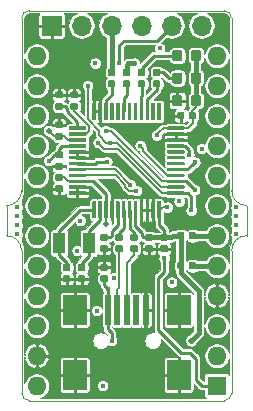
<source format=gbr>
%TF.GenerationSoftware,KiCad,Pcbnew,5.1.4-e60b266~84~ubuntu19.04.1*%
%TF.CreationDate,2020-03-25T19:35:05+00:00*%
%TF.ProjectId,ProMicro_UART,50726f4d-6963-4726-9f5f-554152542e6b,v1.2*%
%TF.SameCoordinates,Original*%
%TF.FileFunction,Copper,L1,Top*%
%TF.FilePolarity,Positive*%
%FSLAX45Y45*%
G04 Gerber Fmt 4.5, Leading zero omitted, Abs format (unit mm)*
G04 Created by KiCad (PCBNEW 5.1.4-e60b266~84~ubuntu19.04.1) date 2020-03-25 19:35:05*
%MOMM*%
%LPD*%
G04 APERTURE LIST*
%ADD10C,0.100000*%
%ADD11C,0.150000*%
%ADD12C,0.300000*%
%ADD13C,0.590000*%
%ADD14R,0.500000X2.500000*%
%ADD15R,2.000000X2.500000*%
%ADD16R,1.000000X1.800000*%
%ADD17C,0.875000*%
%ADD18O,1.700000X1.700000*%
%ADD19R,1.700000X1.700000*%
%ADD20O,1.600000X1.600000*%
%ADD21R,1.600000X1.600000*%
%ADD22C,0.450000*%
%ADD23C,0.500000*%
%ADD24C,0.250000*%
%ADD25C,0.400000*%
%ADD26C,0.200000*%
%ADD27C,0.125000*%
G04 APERTURE END LIST*
D10*
X10033000Y-7302500D02*
X10033000Y-8763000D01*
X10033000Y-9271000D02*
X10033000Y-10477500D01*
X9906000Y-9144000D02*
G75*
G02X10033000Y-9271000I0J-127000D01*
G01*
X10033000Y-8763000D02*
G75*
G02X9906000Y-8890000I-127000J0D01*
G01*
X9906000Y-9144000D02*
X9906000Y-8890000D01*
X11811000Y-7302500D02*
X11811000Y-8763000D01*
X11938000Y-8890000D02*
X11938000Y-9144000D01*
X11811000Y-9271000D02*
G75*
G02X11938000Y-9144000I127000J0D01*
G01*
X11938000Y-8890000D02*
G75*
G02X11811000Y-8763000I0J127000D01*
G01*
X10096500Y-10541000D02*
G75*
G02X10033000Y-10477500I0J63500D01*
G01*
X11811000Y-10477500D02*
G75*
G02X11747500Y-10541000I-63500J0D01*
G01*
X11747500Y-7239000D02*
G75*
G02X11811000Y-7302500I0J-63500D01*
G01*
X10033000Y-7302500D02*
G75*
G02X10096500Y-7239000I63500J0D01*
G01*
X11747500Y-10541000D02*
X10096500Y-10541000D01*
X11811000Y-9271000D02*
X11811000Y-10477500D01*
X10096500Y-7239000D02*
X11747500Y-7239000D01*
D11*
G36*
X10572735Y-8769036D02*
G01*
X10573463Y-8769144D01*
X10574177Y-8769323D01*
X10574870Y-8769571D01*
X10575536Y-8769886D01*
X10576167Y-8770264D01*
X10576758Y-8770702D01*
X10577303Y-8771197D01*
X10577798Y-8771742D01*
X10578236Y-8772333D01*
X10578614Y-8772965D01*
X10578929Y-8773630D01*
X10579177Y-8774323D01*
X10579356Y-8775037D01*
X10579464Y-8775765D01*
X10579500Y-8776500D01*
X10579500Y-8791500D01*
X10579464Y-8792235D01*
X10579356Y-8792963D01*
X10579177Y-8793677D01*
X10578929Y-8794370D01*
X10578614Y-8795036D01*
X10578236Y-8795667D01*
X10577798Y-8796258D01*
X10577303Y-8796803D01*
X10576758Y-8797298D01*
X10576167Y-8797736D01*
X10575536Y-8798114D01*
X10574870Y-8798429D01*
X10574177Y-8798677D01*
X10573463Y-8798856D01*
X10572735Y-8798964D01*
X10572000Y-8799000D01*
X10439500Y-8799000D01*
X10438765Y-8798964D01*
X10438037Y-8798856D01*
X10437323Y-8798677D01*
X10436630Y-8798429D01*
X10435965Y-8798114D01*
X10435333Y-8797736D01*
X10434742Y-8797298D01*
X10434197Y-8796803D01*
X10433702Y-8796258D01*
X10433264Y-8795667D01*
X10432886Y-8795036D01*
X10432571Y-8794370D01*
X10432323Y-8793677D01*
X10432144Y-8792963D01*
X10432036Y-8792235D01*
X10432000Y-8791500D01*
X10432000Y-8776500D01*
X10432036Y-8775765D01*
X10432144Y-8775037D01*
X10432323Y-8774323D01*
X10432571Y-8773630D01*
X10432886Y-8772965D01*
X10433264Y-8772333D01*
X10433702Y-8771742D01*
X10434197Y-8771197D01*
X10434742Y-8770702D01*
X10435333Y-8770264D01*
X10435965Y-8769886D01*
X10436630Y-8769571D01*
X10437323Y-8769323D01*
X10438037Y-8769144D01*
X10438765Y-8769036D01*
X10439500Y-8769000D01*
X10572000Y-8769000D01*
X10572735Y-8769036D01*
X10572735Y-8769036D01*
G37*
D12*
X10505750Y-8784000D03*
D11*
G36*
X10572735Y-8719036D02*
G01*
X10573463Y-8719144D01*
X10574177Y-8719323D01*
X10574870Y-8719571D01*
X10575536Y-8719886D01*
X10576167Y-8720264D01*
X10576758Y-8720702D01*
X10577303Y-8721197D01*
X10577798Y-8721742D01*
X10578236Y-8722333D01*
X10578614Y-8722965D01*
X10578929Y-8723630D01*
X10579177Y-8724323D01*
X10579356Y-8725037D01*
X10579464Y-8725765D01*
X10579500Y-8726500D01*
X10579500Y-8741500D01*
X10579464Y-8742235D01*
X10579356Y-8742963D01*
X10579177Y-8743677D01*
X10578929Y-8744370D01*
X10578614Y-8745036D01*
X10578236Y-8745667D01*
X10577798Y-8746258D01*
X10577303Y-8746803D01*
X10576758Y-8747298D01*
X10576167Y-8747736D01*
X10575536Y-8748114D01*
X10574870Y-8748429D01*
X10574177Y-8748677D01*
X10573463Y-8748856D01*
X10572735Y-8748964D01*
X10572000Y-8749000D01*
X10439500Y-8749000D01*
X10438765Y-8748964D01*
X10438037Y-8748856D01*
X10437323Y-8748677D01*
X10436630Y-8748429D01*
X10435965Y-8748114D01*
X10435333Y-8747736D01*
X10434742Y-8747298D01*
X10434197Y-8746803D01*
X10433702Y-8746258D01*
X10433264Y-8745667D01*
X10432886Y-8745036D01*
X10432571Y-8744370D01*
X10432323Y-8743677D01*
X10432144Y-8742963D01*
X10432036Y-8742235D01*
X10432000Y-8741500D01*
X10432000Y-8726500D01*
X10432036Y-8725765D01*
X10432144Y-8725037D01*
X10432323Y-8724323D01*
X10432571Y-8723630D01*
X10432886Y-8722965D01*
X10433264Y-8722333D01*
X10433702Y-8721742D01*
X10434197Y-8721197D01*
X10434742Y-8720702D01*
X10435333Y-8720264D01*
X10435965Y-8719886D01*
X10436630Y-8719571D01*
X10437323Y-8719323D01*
X10438037Y-8719144D01*
X10438765Y-8719036D01*
X10439500Y-8719000D01*
X10572000Y-8719000D01*
X10572735Y-8719036D01*
X10572735Y-8719036D01*
G37*
D12*
X10505750Y-8734000D03*
D11*
G36*
X10572735Y-8669036D02*
G01*
X10573463Y-8669144D01*
X10574177Y-8669323D01*
X10574870Y-8669571D01*
X10575536Y-8669886D01*
X10576167Y-8670264D01*
X10576758Y-8670702D01*
X10577303Y-8671197D01*
X10577798Y-8671742D01*
X10578236Y-8672333D01*
X10578614Y-8672965D01*
X10578929Y-8673630D01*
X10579177Y-8674323D01*
X10579356Y-8675037D01*
X10579464Y-8675765D01*
X10579500Y-8676500D01*
X10579500Y-8691500D01*
X10579464Y-8692235D01*
X10579356Y-8692963D01*
X10579177Y-8693677D01*
X10578929Y-8694370D01*
X10578614Y-8695036D01*
X10578236Y-8695667D01*
X10577798Y-8696258D01*
X10577303Y-8696803D01*
X10576758Y-8697298D01*
X10576167Y-8697736D01*
X10575536Y-8698114D01*
X10574870Y-8698429D01*
X10574177Y-8698677D01*
X10573463Y-8698856D01*
X10572735Y-8698964D01*
X10572000Y-8699000D01*
X10439500Y-8699000D01*
X10438765Y-8698964D01*
X10438037Y-8698856D01*
X10437323Y-8698677D01*
X10436630Y-8698429D01*
X10435965Y-8698114D01*
X10435333Y-8697736D01*
X10434742Y-8697298D01*
X10434197Y-8696803D01*
X10433702Y-8696258D01*
X10433264Y-8695667D01*
X10432886Y-8695036D01*
X10432571Y-8694370D01*
X10432323Y-8693677D01*
X10432144Y-8692963D01*
X10432036Y-8692235D01*
X10432000Y-8691500D01*
X10432000Y-8676500D01*
X10432036Y-8675765D01*
X10432144Y-8675037D01*
X10432323Y-8674323D01*
X10432571Y-8673630D01*
X10432886Y-8672965D01*
X10433264Y-8672333D01*
X10433702Y-8671742D01*
X10434197Y-8671197D01*
X10434742Y-8670702D01*
X10435333Y-8670264D01*
X10435965Y-8669886D01*
X10436630Y-8669571D01*
X10437323Y-8669323D01*
X10438037Y-8669144D01*
X10438765Y-8669036D01*
X10439500Y-8669000D01*
X10572000Y-8669000D01*
X10572735Y-8669036D01*
X10572735Y-8669036D01*
G37*
D12*
X10505750Y-8684000D03*
D11*
G36*
X10572735Y-8619036D02*
G01*
X10573463Y-8619144D01*
X10574177Y-8619323D01*
X10574870Y-8619571D01*
X10575536Y-8619886D01*
X10576167Y-8620264D01*
X10576758Y-8620702D01*
X10577303Y-8621197D01*
X10577798Y-8621742D01*
X10578236Y-8622333D01*
X10578614Y-8622965D01*
X10578929Y-8623630D01*
X10579177Y-8624323D01*
X10579356Y-8625037D01*
X10579464Y-8625765D01*
X10579500Y-8626500D01*
X10579500Y-8641500D01*
X10579464Y-8642235D01*
X10579356Y-8642963D01*
X10579177Y-8643677D01*
X10578929Y-8644370D01*
X10578614Y-8645036D01*
X10578236Y-8645667D01*
X10577798Y-8646258D01*
X10577303Y-8646803D01*
X10576758Y-8647298D01*
X10576167Y-8647736D01*
X10575536Y-8648114D01*
X10574870Y-8648429D01*
X10574177Y-8648677D01*
X10573463Y-8648856D01*
X10572735Y-8648964D01*
X10572000Y-8649000D01*
X10439500Y-8649000D01*
X10438765Y-8648964D01*
X10438037Y-8648856D01*
X10437323Y-8648677D01*
X10436630Y-8648429D01*
X10435965Y-8648114D01*
X10435333Y-8647736D01*
X10434742Y-8647298D01*
X10434197Y-8646803D01*
X10433702Y-8646258D01*
X10433264Y-8645667D01*
X10432886Y-8645036D01*
X10432571Y-8644370D01*
X10432323Y-8643677D01*
X10432144Y-8642963D01*
X10432036Y-8642235D01*
X10432000Y-8641500D01*
X10432000Y-8626500D01*
X10432036Y-8625765D01*
X10432144Y-8625037D01*
X10432323Y-8624323D01*
X10432571Y-8623630D01*
X10432886Y-8622965D01*
X10433264Y-8622333D01*
X10433702Y-8621742D01*
X10434197Y-8621197D01*
X10434742Y-8620702D01*
X10435333Y-8620264D01*
X10435965Y-8619886D01*
X10436630Y-8619571D01*
X10437323Y-8619323D01*
X10438037Y-8619144D01*
X10438765Y-8619036D01*
X10439500Y-8619000D01*
X10572000Y-8619000D01*
X10572735Y-8619036D01*
X10572735Y-8619036D01*
G37*
D12*
X10505750Y-8634000D03*
D11*
G36*
X10572735Y-8569036D02*
G01*
X10573463Y-8569144D01*
X10574177Y-8569323D01*
X10574870Y-8569571D01*
X10575536Y-8569886D01*
X10576167Y-8570264D01*
X10576758Y-8570702D01*
X10577303Y-8571197D01*
X10577798Y-8571742D01*
X10578236Y-8572333D01*
X10578614Y-8572965D01*
X10578929Y-8573630D01*
X10579177Y-8574323D01*
X10579356Y-8575037D01*
X10579464Y-8575765D01*
X10579500Y-8576500D01*
X10579500Y-8591500D01*
X10579464Y-8592235D01*
X10579356Y-8592963D01*
X10579177Y-8593677D01*
X10578929Y-8594370D01*
X10578614Y-8595036D01*
X10578236Y-8595667D01*
X10577798Y-8596258D01*
X10577303Y-8596803D01*
X10576758Y-8597298D01*
X10576167Y-8597736D01*
X10575536Y-8598114D01*
X10574870Y-8598429D01*
X10574177Y-8598677D01*
X10573463Y-8598856D01*
X10572735Y-8598964D01*
X10572000Y-8599000D01*
X10439500Y-8599000D01*
X10438765Y-8598964D01*
X10438037Y-8598856D01*
X10437323Y-8598677D01*
X10436630Y-8598429D01*
X10435965Y-8598114D01*
X10435333Y-8597736D01*
X10434742Y-8597298D01*
X10434197Y-8596803D01*
X10433702Y-8596258D01*
X10433264Y-8595667D01*
X10432886Y-8595036D01*
X10432571Y-8594370D01*
X10432323Y-8593677D01*
X10432144Y-8592963D01*
X10432036Y-8592235D01*
X10432000Y-8591500D01*
X10432000Y-8576500D01*
X10432036Y-8575765D01*
X10432144Y-8575037D01*
X10432323Y-8574323D01*
X10432571Y-8573630D01*
X10432886Y-8572965D01*
X10433264Y-8572333D01*
X10433702Y-8571742D01*
X10434197Y-8571197D01*
X10434742Y-8570702D01*
X10435333Y-8570264D01*
X10435965Y-8569886D01*
X10436630Y-8569571D01*
X10437323Y-8569323D01*
X10438037Y-8569144D01*
X10438765Y-8569036D01*
X10439500Y-8569000D01*
X10572000Y-8569000D01*
X10572735Y-8569036D01*
X10572735Y-8569036D01*
G37*
D12*
X10505750Y-8584000D03*
D11*
G36*
X10572735Y-8519036D02*
G01*
X10573463Y-8519144D01*
X10574177Y-8519323D01*
X10574870Y-8519571D01*
X10575536Y-8519886D01*
X10576167Y-8520264D01*
X10576758Y-8520702D01*
X10577303Y-8521197D01*
X10577798Y-8521742D01*
X10578236Y-8522333D01*
X10578614Y-8522965D01*
X10578929Y-8523630D01*
X10579177Y-8524323D01*
X10579356Y-8525037D01*
X10579464Y-8525765D01*
X10579500Y-8526500D01*
X10579500Y-8541500D01*
X10579464Y-8542235D01*
X10579356Y-8542963D01*
X10579177Y-8543677D01*
X10578929Y-8544370D01*
X10578614Y-8545036D01*
X10578236Y-8545667D01*
X10577798Y-8546258D01*
X10577303Y-8546803D01*
X10576758Y-8547298D01*
X10576167Y-8547736D01*
X10575536Y-8548114D01*
X10574870Y-8548429D01*
X10574177Y-8548677D01*
X10573463Y-8548856D01*
X10572735Y-8548964D01*
X10572000Y-8549000D01*
X10439500Y-8549000D01*
X10438765Y-8548964D01*
X10438037Y-8548856D01*
X10437323Y-8548677D01*
X10436630Y-8548429D01*
X10435965Y-8548114D01*
X10435333Y-8547736D01*
X10434742Y-8547298D01*
X10434197Y-8546803D01*
X10433702Y-8546258D01*
X10433264Y-8545667D01*
X10432886Y-8545036D01*
X10432571Y-8544370D01*
X10432323Y-8543677D01*
X10432144Y-8542963D01*
X10432036Y-8542235D01*
X10432000Y-8541500D01*
X10432000Y-8526500D01*
X10432036Y-8525765D01*
X10432144Y-8525037D01*
X10432323Y-8524323D01*
X10432571Y-8523630D01*
X10432886Y-8522965D01*
X10433264Y-8522333D01*
X10433702Y-8521742D01*
X10434197Y-8521197D01*
X10434742Y-8520702D01*
X10435333Y-8520264D01*
X10435965Y-8519886D01*
X10436630Y-8519571D01*
X10437323Y-8519323D01*
X10438037Y-8519144D01*
X10438765Y-8519036D01*
X10439500Y-8519000D01*
X10572000Y-8519000D01*
X10572735Y-8519036D01*
X10572735Y-8519036D01*
G37*
D12*
X10505750Y-8534000D03*
D11*
G36*
X10572735Y-8469036D02*
G01*
X10573463Y-8469144D01*
X10574177Y-8469323D01*
X10574870Y-8469571D01*
X10575536Y-8469886D01*
X10576167Y-8470264D01*
X10576758Y-8470702D01*
X10577303Y-8471197D01*
X10577798Y-8471742D01*
X10578236Y-8472333D01*
X10578614Y-8472965D01*
X10578929Y-8473630D01*
X10579177Y-8474323D01*
X10579356Y-8475037D01*
X10579464Y-8475765D01*
X10579500Y-8476500D01*
X10579500Y-8491500D01*
X10579464Y-8492235D01*
X10579356Y-8492963D01*
X10579177Y-8493677D01*
X10578929Y-8494370D01*
X10578614Y-8495036D01*
X10578236Y-8495667D01*
X10577798Y-8496258D01*
X10577303Y-8496803D01*
X10576758Y-8497298D01*
X10576167Y-8497736D01*
X10575536Y-8498114D01*
X10574870Y-8498429D01*
X10574177Y-8498677D01*
X10573463Y-8498856D01*
X10572735Y-8498964D01*
X10572000Y-8499000D01*
X10439500Y-8499000D01*
X10438765Y-8498964D01*
X10438037Y-8498856D01*
X10437323Y-8498677D01*
X10436630Y-8498429D01*
X10435965Y-8498114D01*
X10435333Y-8497736D01*
X10434742Y-8497298D01*
X10434197Y-8496803D01*
X10433702Y-8496258D01*
X10433264Y-8495667D01*
X10432886Y-8495036D01*
X10432571Y-8494370D01*
X10432323Y-8493677D01*
X10432144Y-8492963D01*
X10432036Y-8492235D01*
X10432000Y-8491500D01*
X10432000Y-8476500D01*
X10432036Y-8475765D01*
X10432144Y-8475037D01*
X10432323Y-8474323D01*
X10432571Y-8473630D01*
X10432886Y-8472965D01*
X10433264Y-8472333D01*
X10433702Y-8471742D01*
X10434197Y-8471197D01*
X10434742Y-8470702D01*
X10435333Y-8470264D01*
X10435965Y-8469886D01*
X10436630Y-8469571D01*
X10437323Y-8469323D01*
X10438037Y-8469144D01*
X10438765Y-8469036D01*
X10439500Y-8469000D01*
X10572000Y-8469000D01*
X10572735Y-8469036D01*
X10572735Y-8469036D01*
G37*
D12*
X10505750Y-8484000D03*
D11*
G36*
X10572735Y-8419036D02*
G01*
X10573463Y-8419144D01*
X10574177Y-8419323D01*
X10574870Y-8419571D01*
X10575536Y-8419886D01*
X10576167Y-8420264D01*
X10576758Y-8420702D01*
X10577303Y-8421197D01*
X10577798Y-8421742D01*
X10578236Y-8422333D01*
X10578614Y-8422965D01*
X10578929Y-8423630D01*
X10579177Y-8424323D01*
X10579356Y-8425037D01*
X10579464Y-8425765D01*
X10579500Y-8426500D01*
X10579500Y-8441500D01*
X10579464Y-8442235D01*
X10579356Y-8442963D01*
X10579177Y-8443677D01*
X10578929Y-8444370D01*
X10578614Y-8445036D01*
X10578236Y-8445667D01*
X10577798Y-8446258D01*
X10577303Y-8446803D01*
X10576758Y-8447298D01*
X10576167Y-8447736D01*
X10575536Y-8448114D01*
X10574870Y-8448429D01*
X10574177Y-8448677D01*
X10573463Y-8448856D01*
X10572735Y-8448964D01*
X10572000Y-8449000D01*
X10439500Y-8449000D01*
X10438765Y-8448964D01*
X10438037Y-8448856D01*
X10437323Y-8448677D01*
X10436630Y-8448429D01*
X10435965Y-8448114D01*
X10435333Y-8447736D01*
X10434742Y-8447298D01*
X10434197Y-8446803D01*
X10433702Y-8446258D01*
X10433264Y-8445667D01*
X10432886Y-8445036D01*
X10432571Y-8444370D01*
X10432323Y-8443677D01*
X10432144Y-8442963D01*
X10432036Y-8442235D01*
X10432000Y-8441500D01*
X10432000Y-8426500D01*
X10432036Y-8425765D01*
X10432144Y-8425037D01*
X10432323Y-8424323D01*
X10432571Y-8423630D01*
X10432886Y-8422965D01*
X10433264Y-8422333D01*
X10433702Y-8421742D01*
X10434197Y-8421197D01*
X10434742Y-8420702D01*
X10435333Y-8420264D01*
X10435965Y-8419886D01*
X10436630Y-8419571D01*
X10437323Y-8419323D01*
X10438037Y-8419144D01*
X10438765Y-8419036D01*
X10439500Y-8419000D01*
X10572000Y-8419000D01*
X10572735Y-8419036D01*
X10572735Y-8419036D01*
G37*
D12*
X10505750Y-8434000D03*
D11*
G36*
X10572735Y-8369036D02*
G01*
X10573463Y-8369144D01*
X10574177Y-8369323D01*
X10574870Y-8369571D01*
X10575536Y-8369886D01*
X10576167Y-8370264D01*
X10576758Y-8370702D01*
X10577303Y-8371197D01*
X10577798Y-8371742D01*
X10578236Y-8372333D01*
X10578614Y-8372964D01*
X10578929Y-8373630D01*
X10579177Y-8374323D01*
X10579356Y-8375037D01*
X10579464Y-8375765D01*
X10579500Y-8376500D01*
X10579500Y-8391500D01*
X10579464Y-8392235D01*
X10579356Y-8392963D01*
X10579177Y-8393677D01*
X10578929Y-8394370D01*
X10578614Y-8395036D01*
X10578236Y-8395667D01*
X10577798Y-8396258D01*
X10577303Y-8396803D01*
X10576758Y-8397298D01*
X10576167Y-8397736D01*
X10575536Y-8398114D01*
X10574870Y-8398429D01*
X10574177Y-8398677D01*
X10573463Y-8398856D01*
X10572735Y-8398964D01*
X10572000Y-8399000D01*
X10439500Y-8399000D01*
X10438765Y-8398964D01*
X10438037Y-8398856D01*
X10437323Y-8398677D01*
X10436630Y-8398429D01*
X10435965Y-8398114D01*
X10435333Y-8397736D01*
X10434742Y-8397298D01*
X10434197Y-8396803D01*
X10433702Y-8396258D01*
X10433264Y-8395667D01*
X10432886Y-8395036D01*
X10432571Y-8394370D01*
X10432323Y-8393677D01*
X10432144Y-8392963D01*
X10432036Y-8392235D01*
X10432000Y-8391500D01*
X10432000Y-8376500D01*
X10432036Y-8375765D01*
X10432144Y-8375037D01*
X10432323Y-8374323D01*
X10432571Y-8373630D01*
X10432886Y-8372964D01*
X10433264Y-8372333D01*
X10433702Y-8371742D01*
X10434197Y-8371197D01*
X10434742Y-8370702D01*
X10435333Y-8370264D01*
X10435965Y-8369886D01*
X10436630Y-8369571D01*
X10437323Y-8369323D01*
X10438037Y-8369144D01*
X10438765Y-8369036D01*
X10439500Y-8369000D01*
X10572000Y-8369000D01*
X10572735Y-8369036D01*
X10572735Y-8369036D01*
G37*
D12*
X10505750Y-8384000D03*
D11*
G36*
X10572735Y-8319036D02*
G01*
X10573463Y-8319144D01*
X10574177Y-8319323D01*
X10574870Y-8319571D01*
X10575536Y-8319886D01*
X10576167Y-8320264D01*
X10576758Y-8320702D01*
X10577303Y-8321197D01*
X10577798Y-8321742D01*
X10578236Y-8322333D01*
X10578614Y-8322964D01*
X10578929Y-8323630D01*
X10579177Y-8324323D01*
X10579356Y-8325037D01*
X10579464Y-8325765D01*
X10579500Y-8326500D01*
X10579500Y-8341500D01*
X10579464Y-8342235D01*
X10579356Y-8342963D01*
X10579177Y-8343677D01*
X10578929Y-8344370D01*
X10578614Y-8345035D01*
X10578236Y-8345667D01*
X10577798Y-8346258D01*
X10577303Y-8346803D01*
X10576758Y-8347298D01*
X10576167Y-8347736D01*
X10575536Y-8348114D01*
X10574870Y-8348429D01*
X10574177Y-8348677D01*
X10573463Y-8348856D01*
X10572735Y-8348964D01*
X10572000Y-8349000D01*
X10439500Y-8349000D01*
X10438765Y-8348964D01*
X10438037Y-8348856D01*
X10437323Y-8348677D01*
X10436630Y-8348429D01*
X10435965Y-8348114D01*
X10435333Y-8347736D01*
X10434742Y-8347298D01*
X10434197Y-8346803D01*
X10433702Y-8346258D01*
X10433264Y-8345667D01*
X10432886Y-8345035D01*
X10432571Y-8344370D01*
X10432323Y-8343677D01*
X10432144Y-8342963D01*
X10432036Y-8342235D01*
X10432000Y-8341500D01*
X10432000Y-8326500D01*
X10432036Y-8325765D01*
X10432144Y-8325037D01*
X10432323Y-8324323D01*
X10432571Y-8323630D01*
X10432886Y-8322964D01*
X10433264Y-8322333D01*
X10433702Y-8321742D01*
X10434197Y-8321197D01*
X10434742Y-8320702D01*
X10435333Y-8320264D01*
X10435965Y-8319886D01*
X10436630Y-8319571D01*
X10437323Y-8319323D01*
X10438037Y-8319144D01*
X10438765Y-8319036D01*
X10439500Y-8319000D01*
X10572000Y-8319000D01*
X10572735Y-8319036D01*
X10572735Y-8319036D01*
G37*
D12*
X10505750Y-8334000D03*
D11*
G36*
X10572735Y-8269036D02*
G01*
X10573463Y-8269144D01*
X10574177Y-8269323D01*
X10574870Y-8269571D01*
X10575536Y-8269886D01*
X10576167Y-8270264D01*
X10576758Y-8270702D01*
X10577303Y-8271197D01*
X10577798Y-8271742D01*
X10578236Y-8272333D01*
X10578614Y-8272964D01*
X10578929Y-8273630D01*
X10579177Y-8274323D01*
X10579356Y-8275037D01*
X10579464Y-8275765D01*
X10579500Y-8276500D01*
X10579500Y-8291500D01*
X10579464Y-8292235D01*
X10579356Y-8292963D01*
X10579177Y-8293677D01*
X10578929Y-8294370D01*
X10578614Y-8295035D01*
X10578236Y-8295667D01*
X10577798Y-8296258D01*
X10577303Y-8296803D01*
X10576758Y-8297298D01*
X10576167Y-8297736D01*
X10575536Y-8298114D01*
X10574870Y-8298429D01*
X10574177Y-8298677D01*
X10573463Y-8298856D01*
X10572735Y-8298964D01*
X10572000Y-8299000D01*
X10439500Y-8299000D01*
X10438765Y-8298964D01*
X10438037Y-8298856D01*
X10437323Y-8298677D01*
X10436630Y-8298429D01*
X10435965Y-8298114D01*
X10435333Y-8297736D01*
X10434742Y-8297298D01*
X10434197Y-8296803D01*
X10433702Y-8296258D01*
X10433264Y-8295667D01*
X10432886Y-8295035D01*
X10432571Y-8294370D01*
X10432323Y-8293677D01*
X10432144Y-8292963D01*
X10432036Y-8292235D01*
X10432000Y-8291500D01*
X10432000Y-8276500D01*
X10432036Y-8275765D01*
X10432144Y-8275037D01*
X10432323Y-8274323D01*
X10432571Y-8273630D01*
X10432886Y-8272964D01*
X10433264Y-8272333D01*
X10433702Y-8271742D01*
X10434197Y-8271197D01*
X10434742Y-8270702D01*
X10435333Y-8270264D01*
X10435965Y-8269886D01*
X10436630Y-8269571D01*
X10437323Y-8269323D01*
X10438037Y-8269144D01*
X10438765Y-8269036D01*
X10439500Y-8269000D01*
X10572000Y-8269000D01*
X10572735Y-8269036D01*
X10572735Y-8269036D01*
G37*
D12*
X10505750Y-8284000D03*
D11*
G36*
X10572735Y-8219036D02*
G01*
X10573463Y-8219144D01*
X10574177Y-8219323D01*
X10574870Y-8219571D01*
X10575536Y-8219886D01*
X10576167Y-8220264D01*
X10576758Y-8220702D01*
X10577303Y-8221197D01*
X10577798Y-8221742D01*
X10578236Y-8222333D01*
X10578614Y-8222964D01*
X10578929Y-8223630D01*
X10579177Y-8224323D01*
X10579356Y-8225037D01*
X10579464Y-8225765D01*
X10579500Y-8226500D01*
X10579500Y-8241500D01*
X10579464Y-8242235D01*
X10579356Y-8242963D01*
X10579177Y-8243677D01*
X10578929Y-8244370D01*
X10578614Y-8245035D01*
X10578236Y-8245667D01*
X10577798Y-8246258D01*
X10577303Y-8246803D01*
X10576758Y-8247298D01*
X10576167Y-8247736D01*
X10575536Y-8248114D01*
X10574870Y-8248429D01*
X10574177Y-8248677D01*
X10573463Y-8248856D01*
X10572735Y-8248964D01*
X10572000Y-8249000D01*
X10439500Y-8249000D01*
X10438765Y-8248964D01*
X10438037Y-8248856D01*
X10437323Y-8248677D01*
X10436630Y-8248429D01*
X10435965Y-8248114D01*
X10435333Y-8247736D01*
X10434742Y-8247298D01*
X10434197Y-8246803D01*
X10433702Y-8246258D01*
X10433264Y-8245667D01*
X10432886Y-8245035D01*
X10432571Y-8244370D01*
X10432323Y-8243677D01*
X10432144Y-8242963D01*
X10432036Y-8242235D01*
X10432000Y-8241500D01*
X10432000Y-8226500D01*
X10432036Y-8225765D01*
X10432144Y-8225037D01*
X10432323Y-8224323D01*
X10432571Y-8223630D01*
X10432886Y-8222964D01*
X10433264Y-8222333D01*
X10433702Y-8221742D01*
X10434197Y-8221197D01*
X10434742Y-8220702D01*
X10435333Y-8220264D01*
X10435965Y-8219886D01*
X10436630Y-8219571D01*
X10437323Y-8219323D01*
X10438037Y-8219144D01*
X10438765Y-8219036D01*
X10439500Y-8219000D01*
X10572000Y-8219000D01*
X10572735Y-8219036D01*
X10572735Y-8219036D01*
G37*
D12*
X10505750Y-8234000D03*
D11*
G36*
X10655235Y-8019036D02*
G01*
X10655963Y-8019144D01*
X10656677Y-8019323D01*
X10657370Y-8019571D01*
X10658036Y-8019886D01*
X10658667Y-8020264D01*
X10659258Y-8020702D01*
X10659803Y-8021197D01*
X10660298Y-8021742D01*
X10660736Y-8022333D01*
X10661114Y-8022964D01*
X10661429Y-8023630D01*
X10661677Y-8024323D01*
X10661856Y-8025037D01*
X10661964Y-8025765D01*
X10662000Y-8026500D01*
X10662000Y-8159000D01*
X10661964Y-8159735D01*
X10661856Y-8160463D01*
X10661677Y-8161177D01*
X10661429Y-8161870D01*
X10661114Y-8162535D01*
X10660736Y-8163167D01*
X10660298Y-8163758D01*
X10659803Y-8164303D01*
X10659258Y-8164798D01*
X10658667Y-8165236D01*
X10658036Y-8165614D01*
X10657370Y-8165929D01*
X10656677Y-8166177D01*
X10655963Y-8166356D01*
X10655235Y-8166464D01*
X10654500Y-8166500D01*
X10639500Y-8166500D01*
X10638765Y-8166464D01*
X10638037Y-8166356D01*
X10637323Y-8166177D01*
X10636630Y-8165929D01*
X10635965Y-8165614D01*
X10635333Y-8165236D01*
X10634742Y-8164798D01*
X10634197Y-8164303D01*
X10633702Y-8163758D01*
X10633264Y-8163167D01*
X10632886Y-8162535D01*
X10632571Y-8161870D01*
X10632323Y-8161177D01*
X10632144Y-8160463D01*
X10632036Y-8159735D01*
X10632000Y-8159000D01*
X10632000Y-8026500D01*
X10632036Y-8025765D01*
X10632144Y-8025037D01*
X10632323Y-8024323D01*
X10632571Y-8023630D01*
X10632886Y-8022964D01*
X10633264Y-8022333D01*
X10633702Y-8021742D01*
X10634197Y-8021197D01*
X10634742Y-8020702D01*
X10635333Y-8020264D01*
X10635965Y-8019886D01*
X10636630Y-8019571D01*
X10637323Y-8019323D01*
X10638037Y-8019144D01*
X10638765Y-8019036D01*
X10639500Y-8019000D01*
X10654500Y-8019000D01*
X10655235Y-8019036D01*
X10655235Y-8019036D01*
G37*
D12*
X10647000Y-8092750D03*
D11*
G36*
X10705235Y-8019036D02*
G01*
X10705963Y-8019144D01*
X10706677Y-8019323D01*
X10707370Y-8019571D01*
X10708036Y-8019886D01*
X10708667Y-8020264D01*
X10709258Y-8020702D01*
X10709803Y-8021197D01*
X10710298Y-8021742D01*
X10710736Y-8022333D01*
X10711114Y-8022964D01*
X10711429Y-8023630D01*
X10711677Y-8024323D01*
X10711856Y-8025037D01*
X10711964Y-8025765D01*
X10712000Y-8026500D01*
X10712000Y-8159000D01*
X10711964Y-8159735D01*
X10711856Y-8160463D01*
X10711677Y-8161177D01*
X10711429Y-8161870D01*
X10711114Y-8162535D01*
X10710736Y-8163167D01*
X10710298Y-8163758D01*
X10709803Y-8164303D01*
X10709258Y-8164798D01*
X10708667Y-8165236D01*
X10708036Y-8165614D01*
X10707370Y-8165929D01*
X10706677Y-8166177D01*
X10705963Y-8166356D01*
X10705235Y-8166464D01*
X10704500Y-8166500D01*
X10689500Y-8166500D01*
X10688765Y-8166464D01*
X10688037Y-8166356D01*
X10687323Y-8166177D01*
X10686630Y-8165929D01*
X10685965Y-8165614D01*
X10685333Y-8165236D01*
X10684742Y-8164798D01*
X10684197Y-8164303D01*
X10683702Y-8163758D01*
X10683264Y-8163167D01*
X10682886Y-8162535D01*
X10682571Y-8161870D01*
X10682323Y-8161177D01*
X10682144Y-8160463D01*
X10682036Y-8159735D01*
X10682000Y-8159000D01*
X10682000Y-8026500D01*
X10682036Y-8025765D01*
X10682144Y-8025037D01*
X10682323Y-8024323D01*
X10682571Y-8023630D01*
X10682886Y-8022964D01*
X10683264Y-8022333D01*
X10683702Y-8021742D01*
X10684197Y-8021197D01*
X10684742Y-8020702D01*
X10685333Y-8020264D01*
X10685965Y-8019886D01*
X10686630Y-8019571D01*
X10687323Y-8019323D01*
X10688037Y-8019144D01*
X10688765Y-8019036D01*
X10689500Y-8019000D01*
X10704500Y-8019000D01*
X10705235Y-8019036D01*
X10705235Y-8019036D01*
G37*
D12*
X10697000Y-8092750D03*
D11*
G36*
X10755235Y-8019036D02*
G01*
X10755963Y-8019144D01*
X10756677Y-8019323D01*
X10757370Y-8019571D01*
X10758036Y-8019886D01*
X10758667Y-8020264D01*
X10759258Y-8020702D01*
X10759803Y-8021197D01*
X10760298Y-8021742D01*
X10760736Y-8022333D01*
X10761114Y-8022964D01*
X10761429Y-8023630D01*
X10761677Y-8024323D01*
X10761856Y-8025037D01*
X10761964Y-8025765D01*
X10762000Y-8026500D01*
X10762000Y-8159000D01*
X10761964Y-8159735D01*
X10761856Y-8160463D01*
X10761677Y-8161177D01*
X10761429Y-8161870D01*
X10761114Y-8162535D01*
X10760736Y-8163167D01*
X10760298Y-8163758D01*
X10759803Y-8164303D01*
X10759258Y-8164798D01*
X10758667Y-8165236D01*
X10758036Y-8165614D01*
X10757370Y-8165929D01*
X10756677Y-8166177D01*
X10755963Y-8166356D01*
X10755235Y-8166464D01*
X10754500Y-8166500D01*
X10739500Y-8166500D01*
X10738765Y-8166464D01*
X10738037Y-8166356D01*
X10737323Y-8166177D01*
X10736630Y-8165929D01*
X10735965Y-8165614D01*
X10735333Y-8165236D01*
X10734742Y-8164798D01*
X10734197Y-8164303D01*
X10733702Y-8163758D01*
X10733264Y-8163167D01*
X10732886Y-8162535D01*
X10732571Y-8161870D01*
X10732323Y-8161177D01*
X10732144Y-8160463D01*
X10732036Y-8159735D01*
X10732000Y-8159000D01*
X10732000Y-8026500D01*
X10732036Y-8025765D01*
X10732144Y-8025037D01*
X10732323Y-8024323D01*
X10732571Y-8023630D01*
X10732886Y-8022964D01*
X10733264Y-8022333D01*
X10733702Y-8021742D01*
X10734197Y-8021197D01*
X10734742Y-8020702D01*
X10735333Y-8020264D01*
X10735965Y-8019886D01*
X10736630Y-8019571D01*
X10737323Y-8019323D01*
X10738037Y-8019144D01*
X10738765Y-8019036D01*
X10739500Y-8019000D01*
X10754500Y-8019000D01*
X10755235Y-8019036D01*
X10755235Y-8019036D01*
G37*
D12*
X10747000Y-8092750D03*
D11*
G36*
X10805235Y-8019036D02*
G01*
X10805963Y-8019144D01*
X10806677Y-8019323D01*
X10807370Y-8019571D01*
X10808036Y-8019886D01*
X10808667Y-8020264D01*
X10809258Y-8020702D01*
X10809803Y-8021197D01*
X10810298Y-8021742D01*
X10810736Y-8022333D01*
X10811114Y-8022964D01*
X10811429Y-8023630D01*
X10811677Y-8024323D01*
X10811856Y-8025037D01*
X10811964Y-8025765D01*
X10812000Y-8026500D01*
X10812000Y-8159000D01*
X10811964Y-8159735D01*
X10811856Y-8160463D01*
X10811677Y-8161177D01*
X10811429Y-8161870D01*
X10811114Y-8162535D01*
X10810736Y-8163167D01*
X10810298Y-8163758D01*
X10809803Y-8164303D01*
X10809258Y-8164798D01*
X10808667Y-8165236D01*
X10808036Y-8165614D01*
X10807370Y-8165929D01*
X10806677Y-8166177D01*
X10805963Y-8166356D01*
X10805235Y-8166464D01*
X10804500Y-8166500D01*
X10789500Y-8166500D01*
X10788765Y-8166464D01*
X10788037Y-8166356D01*
X10787323Y-8166177D01*
X10786630Y-8165929D01*
X10785965Y-8165614D01*
X10785333Y-8165236D01*
X10784742Y-8164798D01*
X10784197Y-8164303D01*
X10783702Y-8163758D01*
X10783264Y-8163167D01*
X10782886Y-8162535D01*
X10782571Y-8161870D01*
X10782323Y-8161177D01*
X10782144Y-8160463D01*
X10782036Y-8159735D01*
X10782000Y-8159000D01*
X10782000Y-8026500D01*
X10782036Y-8025765D01*
X10782144Y-8025037D01*
X10782323Y-8024323D01*
X10782571Y-8023630D01*
X10782886Y-8022964D01*
X10783264Y-8022333D01*
X10783702Y-8021742D01*
X10784197Y-8021197D01*
X10784742Y-8020702D01*
X10785333Y-8020264D01*
X10785965Y-8019886D01*
X10786630Y-8019571D01*
X10787323Y-8019323D01*
X10788037Y-8019144D01*
X10788765Y-8019036D01*
X10789500Y-8019000D01*
X10804500Y-8019000D01*
X10805235Y-8019036D01*
X10805235Y-8019036D01*
G37*
D12*
X10797000Y-8092750D03*
D11*
G36*
X10855235Y-8019036D02*
G01*
X10855963Y-8019144D01*
X10856677Y-8019323D01*
X10857370Y-8019571D01*
X10858036Y-8019886D01*
X10858667Y-8020264D01*
X10859258Y-8020702D01*
X10859803Y-8021197D01*
X10860298Y-8021742D01*
X10860736Y-8022333D01*
X10861114Y-8022964D01*
X10861429Y-8023630D01*
X10861677Y-8024323D01*
X10861856Y-8025037D01*
X10861964Y-8025765D01*
X10862000Y-8026500D01*
X10862000Y-8159000D01*
X10861964Y-8159735D01*
X10861856Y-8160463D01*
X10861677Y-8161177D01*
X10861429Y-8161870D01*
X10861114Y-8162535D01*
X10860736Y-8163167D01*
X10860298Y-8163758D01*
X10859803Y-8164303D01*
X10859258Y-8164798D01*
X10858667Y-8165236D01*
X10858036Y-8165614D01*
X10857370Y-8165929D01*
X10856677Y-8166177D01*
X10855963Y-8166356D01*
X10855235Y-8166464D01*
X10854500Y-8166500D01*
X10839500Y-8166500D01*
X10838765Y-8166464D01*
X10838037Y-8166356D01*
X10837323Y-8166177D01*
X10836630Y-8165929D01*
X10835965Y-8165614D01*
X10835333Y-8165236D01*
X10834742Y-8164798D01*
X10834197Y-8164303D01*
X10833702Y-8163758D01*
X10833264Y-8163167D01*
X10832886Y-8162535D01*
X10832571Y-8161870D01*
X10832323Y-8161177D01*
X10832144Y-8160463D01*
X10832036Y-8159735D01*
X10832000Y-8159000D01*
X10832000Y-8026500D01*
X10832036Y-8025765D01*
X10832144Y-8025037D01*
X10832323Y-8024323D01*
X10832571Y-8023630D01*
X10832886Y-8022964D01*
X10833264Y-8022333D01*
X10833702Y-8021742D01*
X10834197Y-8021197D01*
X10834742Y-8020702D01*
X10835333Y-8020264D01*
X10835965Y-8019886D01*
X10836630Y-8019571D01*
X10837323Y-8019323D01*
X10838037Y-8019144D01*
X10838765Y-8019036D01*
X10839500Y-8019000D01*
X10854500Y-8019000D01*
X10855235Y-8019036D01*
X10855235Y-8019036D01*
G37*
D12*
X10847000Y-8092750D03*
D11*
G36*
X10905235Y-8019036D02*
G01*
X10905963Y-8019144D01*
X10906677Y-8019323D01*
X10907370Y-8019571D01*
X10908036Y-8019886D01*
X10908667Y-8020264D01*
X10909258Y-8020702D01*
X10909803Y-8021197D01*
X10910298Y-8021742D01*
X10910736Y-8022333D01*
X10911114Y-8022964D01*
X10911429Y-8023630D01*
X10911677Y-8024323D01*
X10911856Y-8025037D01*
X10911964Y-8025765D01*
X10912000Y-8026500D01*
X10912000Y-8159000D01*
X10911964Y-8159735D01*
X10911856Y-8160463D01*
X10911677Y-8161177D01*
X10911429Y-8161870D01*
X10911114Y-8162535D01*
X10910736Y-8163167D01*
X10910298Y-8163758D01*
X10909803Y-8164303D01*
X10909258Y-8164798D01*
X10908667Y-8165236D01*
X10908036Y-8165614D01*
X10907370Y-8165929D01*
X10906677Y-8166177D01*
X10905963Y-8166356D01*
X10905235Y-8166464D01*
X10904500Y-8166500D01*
X10889500Y-8166500D01*
X10888765Y-8166464D01*
X10888037Y-8166356D01*
X10887323Y-8166177D01*
X10886630Y-8165929D01*
X10885965Y-8165614D01*
X10885333Y-8165236D01*
X10884742Y-8164798D01*
X10884197Y-8164303D01*
X10883702Y-8163758D01*
X10883264Y-8163167D01*
X10882886Y-8162535D01*
X10882571Y-8161870D01*
X10882323Y-8161177D01*
X10882144Y-8160463D01*
X10882036Y-8159735D01*
X10882000Y-8159000D01*
X10882000Y-8026500D01*
X10882036Y-8025765D01*
X10882144Y-8025037D01*
X10882323Y-8024323D01*
X10882571Y-8023630D01*
X10882886Y-8022964D01*
X10883264Y-8022333D01*
X10883702Y-8021742D01*
X10884197Y-8021197D01*
X10884742Y-8020702D01*
X10885333Y-8020264D01*
X10885965Y-8019886D01*
X10886630Y-8019571D01*
X10887323Y-8019323D01*
X10888037Y-8019144D01*
X10888765Y-8019036D01*
X10889500Y-8019000D01*
X10904500Y-8019000D01*
X10905235Y-8019036D01*
X10905235Y-8019036D01*
G37*
D12*
X10897000Y-8092750D03*
D11*
G36*
X10955235Y-8019036D02*
G01*
X10955963Y-8019144D01*
X10956677Y-8019323D01*
X10957370Y-8019571D01*
X10958036Y-8019886D01*
X10958667Y-8020264D01*
X10959258Y-8020702D01*
X10959803Y-8021197D01*
X10960298Y-8021742D01*
X10960736Y-8022333D01*
X10961114Y-8022964D01*
X10961429Y-8023630D01*
X10961677Y-8024323D01*
X10961856Y-8025037D01*
X10961964Y-8025765D01*
X10962000Y-8026500D01*
X10962000Y-8159000D01*
X10961964Y-8159735D01*
X10961856Y-8160463D01*
X10961677Y-8161177D01*
X10961429Y-8161870D01*
X10961114Y-8162535D01*
X10960736Y-8163167D01*
X10960298Y-8163758D01*
X10959803Y-8164303D01*
X10959258Y-8164798D01*
X10958667Y-8165236D01*
X10958036Y-8165614D01*
X10957370Y-8165929D01*
X10956677Y-8166177D01*
X10955963Y-8166356D01*
X10955235Y-8166464D01*
X10954500Y-8166500D01*
X10939500Y-8166500D01*
X10938765Y-8166464D01*
X10938037Y-8166356D01*
X10937323Y-8166177D01*
X10936630Y-8165929D01*
X10935965Y-8165614D01*
X10935333Y-8165236D01*
X10934742Y-8164798D01*
X10934197Y-8164303D01*
X10933702Y-8163758D01*
X10933264Y-8163167D01*
X10932886Y-8162535D01*
X10932571Y-8161870D01*
X10932323Y-8161177D01*
X10932144Y-8160463D01*
X10932036Y-8159735D01*
X10932000Y-8159000D01*
X10932000Y-8026500D01*
X10932036Y-8025765D01*
X10932144Y-8025037D01*
X10932323Y-8024323D01*
X10932571Y-8023630D01*
X10932886Y-8022964D01*
X10933264Y-8022333D01*
X10933702Y-8021742D01*
X10934197Y-8021197D01*
X10934742Y-8020702D01*
X10935333Y-8020264D01*
X10935965Y-8019886D01*
X10936630Y-8019571D01*
X10937323Y-8019323D01*
X10938037Y-8019144D01*
X10938765Y-8019036D01*
X10939500Y-8019000D01*
X10954500Y-8019000D01*
X10955235Y-8019036D01*
X10955235Y-8019036D01*
G37*
D12*
X10947000Y-8092750D03*
D11*
G36*
X11005235Y-8019036D02*
G01*
X11005963Y-8019144D01*
X11006677Y-8019323D01*
X11007370Y-8019571D01*
X11008036Y-8019886D01*
X11008667Y-8020264D01*
X11009258Y-8020702D01*
X11009803Y-8021197D01*
X11010298Y-8021742D01*
X11010736Y-8022333D01*
X11011114Y-8022964D01*
X11011429Y-8023630D01*
X11011677Y-8024323D01*
X11011856Y-8025037D01*
X11011964Y-8025765D01*
X11012000Y-8026500D01*
X11012000Y-8159000D01*
X11011964Y-8159735D01*
X11011856Y-8160463D01*
X11011677Y-8161177D01*
X11011429Y-8161870D01*
X11011114Y-8162535D01*
X11010736Y-8163167D01*
X11010298Y-8163758D01*
X11009803Y-8164303D01*
X11009258Y-8164798D01*
X11008667Y-8165236D01*
X11008036Y-8165614D01*
X11007370Y-8165929D01*
X11006677Y-8166177D01*
X11005963Y-8166356D01*
X11005235Y-8166464D01*
X11004500Y-8166500D01*
X10989500Y-8166500D01*
X10988765Y-8166464D01*
X10988037Y-8166356D01*
X10987323Y-8166177D01*
X10986630Y-8165929D01*
X10985965Y-8165614D01*
X10985333Y-8165236D01*
X10984742Y-8164798D01*
X10984197Y-8164303D01*
X10983702Y-8163758D01*
X10983264Y-8163167D01*
X10982886Y-8162535D01*
X10982571Y-8161870D01*
X10982323Y-8161177D01*
X10982144Y-8160463D01*
X10982036Y-8159735D01*
X10982000Y-8159000D01*
X10982000Y-8026500D01*
X10982036Y-8025765D01*
X10982144Y-8025037D01*
X10982323Y-8024323D01*
X10982571Y-8023630D01*
X10982886Y-8022964D01*
X10983264Y-8022333D01*
X10983702Y-8021742D01*
X10984197Y-8021197D01*
X10984742Y-8020702D01*
X10985333Y-8020264D01*
X10985965Y-8019886D01*
X10986630Y-8019571D01*
X10987323Y-8019323D01*
X10988037Y-8019144D01*
X10988765Y-8019036D01*
X10989500Y-8019000D01*
X11004500Y-8019000D01*
X11005235Y-8019036D01*
X11005235Y-8019036D01*
G37*
D12*
X10997000Y-8092750D03*
D11*
G36*
X11055235Y-8019036D02*
G01*
X11055963Y-8019144D01*
X11056677Y-8019323D01*
X11057370Y-8019571D01*
X11058036Y-8019886D01*
X11058667Y-8020264D01*
X11059258Y-8020702D01*
X11059803Y-8021197D01*
X11060298Y-8021742D01*
X11060736Y-8022333D01*
X11061114Y-8022964D01*
X11061429Y-8023630D01*
X11061677Y-8024323D01*
X11061856Y-8025037D01*
X11061964Y-8025765D01*
X11062000Y-8026500D01*
X11062000Y-8159000D01*
X11061964Y-8159735D01*
X11061856Y-8160463D01*
X11061677Y-8161177D01*
X11061429Y-8161870D01*
X11061114Y-8162535D01*
X11060736Y-8163167D01*
X11060298Y-8163758D01*
X11059803Y-8164303D01*
X11059258Y-8164798D01*
X11058667Y-8165236D01*
X11058036Y-8165614D01*
X11057370Y-8165929D01*
X11056677Y-8166177D01*
X11055963Y-8166356D01*
X11055235Y-8166464D01*
X11054500Y-8166500D01*
X11039500Y-8166500D01*
X11038765Y-8166464D01*
X11038037Y-8166356D01*
X11037323Y-8166177D01*
X11036630Y-8165929D01*
X11035965Y-8165614D01*
X11035333Y-8165236D01*
X11034742Y-8164798D01*
X11034197Y-8164303D01*
X11033702Y-8163758D01*
X11033264Y-8163167D01*
X11032886Y-8162535D01*
X11032571Y-8161870D01*
X11032323Y-8161177D01*
X11032144Y-8160463D01*
X11032036Y-8159735D01*
X11032000Y-8159000D01*
X11032000Y-8026500D01*
X11032036Y-8025765D01*
X11032144Y-8025037D01*
X11032323Y-8024323D01*
X11032571Y-8023630D01*
X11032886Y-8022964D01*
X11033264Y-8022333D01*
X11033702Y-8021742D01*
X11034197Y-8021197D01*
X11034742Y-8020702D01*
X11035333Y-8020264D01*
X11035965Y-8019886D01*
X11036630Y-8019571D01*
X11037323Y-8019323D01*
X11038037Y-8019144D01*
X11038765Y-8019036D01*
X11039500Y-8019000D01*
X11054500Y-8019000D01*
X11055235Y-8019036D01*
X11055235Y-8019036D01*
G37*
D12*
X11047000Y-8092750D03*
D11*
G36*
X11105235Y-8019036D02*
G01*
X11105963Y-8019144D01*
X11106677Y-8019323D01*
X11107370Y-8019571D01*
X11108036Y-8019886D01*
X11108667Y-8020264D01*
X11109258Y-8020702D01*
X11109803Y-8021197D01*
X11110298Y-8021742D01*
X11110736Y-8022333D01*
X11111114Y-8022964D01*
X11111429Y-8023630D01*
X11111677Y-8024323D01*
X11111856Y-8025037D01*
X11111964Y-8025765D01*
X11112000Y-8026500D01*
X11112000Y-8159000D01*
X11111964Y-8159735D01*
X11111856Y-8160463D01*
X11111677Y-8161177D01*
X11111429Y-8161870D01*
X11111114Y-8162535D01*
X11110736Y-8163167D01*
X11110298Y-8163758D01*
X11109803Y-8164303D01*
X11109258Y-8164798D01*
X11108667Y-8165236D01*
X11108036Y-8165614D01*
X11107370Y-8165929D01*
X11106677Y-8166177D01*
X11105963Y-8166356D01*
X11105235Y-8166464D01*
X11104500Y-8166500D01*
X11089500Y-8166500D01*
X11088765Y-8166464D01*
X11088037Y-8166356D01*
X11087323Y-8166177D01*
X11086630Y-8165929D01*
X11085965Y-8165614D01*
X11085333Y-8165236D01*
X11084742Y-8164798D01*
X11084197Y-8164303D01*
X11083702Y-8163758D01*
X11083264Y-8163167D01*
X11082886Y-8162535D01*
X11082571Y-8161870D01*
X11082323Y-8161177D01*
X11082144Y-8160463D01*
X11082036Y-8159735D01*
X11082000Y-8159000D01*
X11082000Y-8026500D01*
X11082036Y-8025765D01*
X11082144Y-8025037D01*
X11082323Y-8024323D01*
X11082571Y-8023630D01*
X11082886Y-8022964D01*
X11083264Y-8022333D01*
X11083702Y-8021742D01*
X11084197Y-8021197D01*
X11084742Y-8020702D01*
X11085333Y-8020264D01*
X11085965Y-8019886D01*
X11086630Y-8019571D01*
X11087323Y-8019323D01*
X11088037Y-8019144D01*
X11088765Y-8019036D01*
X11089500Y-8019000D01*
X11104500Y-8019000D01*
X11105235Y-8019036D01*
X11105235Y-8019036D01*
G37*
D12*
X11097000Y-8092750D03*
D11*
G36*
X11155235Y-8019036D02*
G01*
X11155963Y-8019144D01*
X11156677Y-8019323D01*
X11157370Y-8019571D01*
X11158036Y-8019886D01*
X11158667Y-8020264D01*
X11159258Y-8020702D01*
X11159803Y-8021197D01*
X11160298Y-8021742D01*
X11160736Y-8022333D01*
X11161114Y-8022964D01*
X11161429Y-8023630D01*
X11161677Y-8024323D01*
X11161856Y-8025037D01*
X11161964Y-8025765D01*
X11162000Y-8026500D01*
X11162000Y-8159000D01*
X11161964Y-8159735D01*
X11161856Y-8160463D01*
X11161677Y-8161177D01*
X11161429Y-8161870D01*
X11161114Y-8162535D01*
X11160736Y-8163167D01*
X11160298Y-8163758D01*
X11159803Y-8164303D01*
X11159258Y-8164798D01*
X11158667Y-8165236D01*
X11158036Y-8165614D01*
X11157370Y-8165929D01*
X11156677Y-8166177D01*
X11155963Y-8166356D01*
X11155235Y-8166464D01*
X11154500Y-8166500D01*
X11139500Y-8166500D01*
X11138765Y-8166464D01*
X11138037Y-8166356D01*
X11137323Y-8166177D01*
X11136630Y-8165929D01*
X11135965Y-8165614D01*
X11135333Y-8165236D01*
X11134742Y-8164798D01*
X11134197Y-8164303D01*
X11133702Y-8163758D01*
X11133264Y-8163167D01*
X11132886Y-8162535D01*
X11132571Y-8161870D01*
X11132323Y-8161177D01*
X11132144Y-8160463D01*
X11132036Y-8159735D01*
X11132000Y-8159000D01*
X11132000Y-8026500D01*
X11132036Y-8025765D01*
X11132144Y-8025037D01*
X11132323Y-8024323D01*
X11132571Y-8023630D01*
X11132886Y-8022964D01*
X11133264Y-8022333D01*
X11133702Y-8021742D01*
X11134197Y-8021197D01*
X11134742Y-8020702D01*
X11135333Y-8020264D01*
X11135965Y-8019886D01*
X11136630Y-8019571D01*
X11137323Y-8019323D01*
X11138037Y-8019144D01*
X11138765Y-8019036D01*
X11139500Y-8019000D01*
X11154500Y-8019000D01*
X11155235Y-8019036D01*
X11155235Y-8019036D01*
G37*
D12*
X11147000Y-8092750D03*
D11*
G36*
X11205235Y-8019036D02*
G01*
X11205963Y-8019144D01*
X11206677Y-8019323D01*
X11207370Y-8019571D01*
X11208035Y-8019886D01*
X11208667Y-8020264D01*
X11209258Y-8020702D01*
X11209803Y-8021197D01*
X11210298Y-8021742D01*
X11210736Y-8022333D01*
X11211114Y-8022964D01*
X11211429Y-8023630D01*
X11211677Y-8024323D01*
X11211856Y-8025037D01*
X11211964Y-8025765D01*
X11212000Y-8026500D01*
X11212000Y-8159000D01*
X11211964Y-8159735D01*
X11211856Y-8160463D01*
X11211677Y-8161177D01*
X11211429Y-8161870D01*
X11211114Y-8162535D01*
X11210736Y-8163167D01*
X11210298Y-8163758D01*
X11209803Y-8164303D01*
X11209258Y-8164798D01*
X11208667Y-8165236D01*
X11208035Y-8165614D01*
X11207370Y-8165929D01*
X11206677Y-8166177D01*
X11205963Y-8166356D01*
X11205235Y-8166464D01*
X11204500Y-8166500D01*
X11189500Y-8166500D01*
X11188765Y-8166464D01*
X11188037Y-8166356D01*
X11187323Y-8166177D01*
X11186630Y-8165929D01*
X11185964Y-8165614D01*
X11185333Y-8165236D01*
X11184742Y-8164798D01*
X11184197Y-8164303D01*
X11183702Y-8163758D01*
X11183264Y-8163167D01*
X11182886Y-8162535D01*
X11182571Y-8161870D01*
X11182323Y-8161177D01*
X11182144Y-8160463D01*
X11182036Y-8159735D01*
X11182000Y-8159000D01*
X11182000Y-8026500D01*
X11182036Y-8025765D01*
X11182144Y-8025037D01*
X11182323Y-8024323D01*
X11182571Y-8023630D01*
X11182886Y-8022964D01*
X11183264Y-8022333D01*
X11183702Y-8021742D01*
X11184197Y-8021197D01*
X11184742Y-8020702D01*
X11185333Y-8020264D01*
X11185964Y-8019886D01*
X11186630Y-8019571D01*
X11187323Y-8019323D01*
X11188037Y-8019144D01*
X11188765Y-8019036D01*
X11189500Y-8019000D01*
X11204500Y-8019000D01*
X11205235Y-8019036D01*
X11205235Y-8019036D01*
G37*
D12*
X11197000Y-8092750D03*
D11*
G36*
X11405235Y-8219036D02*
G01*
X11405963Y-8219144D01*
X11406677Y-8219323D01*
X11407370Y-8219571D01*
X11408035Y-8219886D01*
X11408667Y-8220264D01*
X11409258Y-8220702D01*
X11409803Y-8221197D01*
X11410298Y-8221742D01*
X11410736Y-8222333D01*
X11411114Y-8222964D01*
X11411429Y-8223630D01*
X11411677Y-8224323D01*
X11411856Y-8225037D01*
X11411964Y-8225765D01*
X11412000Y-8226500D01*
X11412000Y-8241500D01*
X11411964Y-8242235D01*
X11411856Y-8242963D01*
X11411677Y-8243677D01*
X11411429Y-8244370D01*
X11411114Y-8245035D01*
X11410736Y-8245667D01*
X11410298Y-8246258D01*
X11409803Y-8246803D01*
X11409258Y-8247298D01*
X11408667Y-8247736D01*
X11408035Y-8248114D01*
X11407370Y-8248429D01*
X11406677Y-8248677D01*
X11405963Y-8248856D01*
X11405235Y-8248964D01*
X11404500Y-8249000D01*
X11272000Y-8249000D01*
X11271265Y-8248964D01*
X11270537Y-8248856D01*
X11269823Y-8248677D01*
X11269130Y-8248429D01*
X11268464Y-8248114D01*
X11267833Y-8247736D01*
X11267242Y-8247298D01*
X11266697Y-8246803D01*
X11266202Y-8246258D01*
X11265764Y-8245667D01*
X11265386Y-8245035D01*
X11265071Y-8244370D01*
X11264823Y-8243677D01*
X11264644Y-8242963D01*
X11264536Y-8242235D01*
X11264500Y-8241500D01*
X11264500Y-8226500D01*
X11264536Y-8225765D01*
X11264644Y-8225037D01*
X11264823Y-8224323D01*
X11265071Y-8223630D01*
X11265386Y-8222964D01*
X11265764Y-8222333D01*
X11266202Y-8221742D01*
X11266697Y-8221197D01*
X11267242Y-8220702D01*
X11267833Y-8220264D01*
X11268464Y-8219886D01*
X11269130Y-8219571D01*
X11269823Y-8219323D01*
X11270537Y-8219144D01*
X11271265Y-8219036D01*
X11272000Y-8219000D01*
X11404500Y-8219000D01*
X11405235Y-8219036D01*
X11405235Y-8219036D01*
G37*
D12*
X11338250Y-8234000D03*
D11*
G36*
X11405235Y-8269036D02*
G01*
X11405963Y-8269144D01*
X11406677Y-8269323D01*
X11407370Y-8269571D01*
X11408035Y-8269886D01*
X11408667Y-8270264D01*
X11409258Y-8270702D01*
X11409803Y-8271197D01*
X11410298Y-8271742D01*
X11410736Y-8272333D01*
X11411114Y-8272964D01*
X11411429Y-8273630D01*
X11411677Y-8274323D01*
X11411856Y-8275037D01*
X11411964Y-8275765D01*
X11412000Y-8276500D01*
X11412000Y-8291500D01*
X11411964Y-8292235D01*
X11411856Y-8292963D01*
X11411677Y-8293677D01*
X11411429Y-8294370D01*
X11411114Y-8295035D01*
X11410736Y-8295667D01*
X11410298Y-8296258D01*
X11409803Y-8296803D01*
X11409258Y-8297298D01*
X11408667Y-8297736D01*
X11408035Y-8298114D01*
X11407370Y-8298429D01*
X11406677Y-8298677D01*
X11405963Y-8298856D01*
X11405235Y-8298964D01*
X11404500Y-8299000D01*
X11272000Y-8299000D01*
X11271265Y-8298964D01*
X11270537Y-8298856D01*
X11269823Y-8298677D01*
X11269130Y-8298429D01*
X11268464Y-8298114D01*
X11267833Y-8297736D01*
X11267242Y-8297298D01*
X11266697Y-8296803D01*
X11266202Y-8296258D01*
X11265764Y-8295667D01*
X11265386Y-8295035D01*
X11265071Y-8294370D01*
X11264823Y-8293677D01*
X11264644Y-8292963D01*
X11264536Y-8292235D01*
X11264500Y-8291500D01*
X11264500Y-8276500D01*
X11264536Y-8275765D01*
X11264644Y-8275037D01*
X11264823Y-8274323D01*
X11265071Y-8273630D01*
X11265386Y-8272964D01*
X11265764Y-8272333D01*
X11266202Y-8271742D01*
X11266697Y-8271197D01*
X11267242Y-8270702D01*
X11267833Y-8270264D01*
X11268464Y-8269886D01*
X11269130Y-8269571D01*
X11269823Y-8269323D01*
X11270537Y-8269144D01*
X11271265Y-8269036D01*
X11272000Y-8269000D01*
X11404500Y-8269000D01*
X11405235Y-8269036D01*
X11405235Y-8269036D01*
G37*
D12*
X11338250Y-8284000D03*
D11*
G36*
X11405235Y-8319036D02*
G01*
X11405963Y-8319144D01*
X11406677Y-8319323D01*
X11407370Y-8319571D01*
X11408035Y-8319886D01*
X11408667Y-8320264D01*
X11409258Y-8320702D01*
X11409803Y-8321197D01*
X11410298Y-8321742D01*
X11410736Y-8322333D01*
X11411114Y-8322964D01*
X11411429Y-8323630D01*
X11411677Y-8324323D01*
X11411856Y-8325037D01*
X11411964Y-8325765D01*
X11412000Y-8326500D01*
X11412000Y-8341500D01*
X11411964Y-8342235D01*
X11411856Y-8342963D01*
X11411677Y-8343677D01*
X11411429Y-8344370D01*
X11411114Y-8345035D01*
X11410736Y-8345667D01*
X11410298Y-8346258D01*
X11409803Y-8346803D01*
X11409258Y-8347298D01*
X11408667Y-8347736D01*
X11408035Y-8348114D01*
X11407370Y-8348429D01*
X11406677Y-8348677D01*
X11405963Y-8348856D01*
X11405235Y-8348964D01*
X11404500Y-8349000D01*
X11272000Y-8349000D01*
X11271265Y-8348964D01*
X11270537Y-8348856D01*
X11269823Y-8348677D01*
X11269130Y-8348429D01*
X11268464Y-8348114D01*
X11267833Y-8347736D01*
X11267242Y-8347298D01*
X11266697Y-8346803D01*
X11266202Y-8346258D01*
X11265764Y-8345667D01*
X11265386Y-8345035D01*
X11265071Y-8344370D01*
X11264823Y-8343677D01*
X11264644Y-8342963D01*
X11264536Y-8342235D01*
X11264500Y-8341500D01*
X11264500Y-8326500D01*
X11264536Y-8325765D01*
X11264644Y-8325037D01*
X11264823Y-8324323D01*
X11265071Y-8323630D01*
X11265386Y-8322964D01*
X11265764Y-8322333D01*
X11266202Y-8321742D01*
X11266697Y-8321197D01*
X11267242Y-8320702D01*
X11267833Y-8320264D01*
X11268464Y-8319886D01*
X11269130Y-8319571D01*
X11269823Y-8319323D01*
X11270537Y-8319144D01*
X11271265Y-8319036D01*
X11272000Y-8319000D01*
X11404500Y-8319000D01*
X11405235Y-8319036D01*
X11405235Y-8319036D01*
G37*
D12*
X11338250Y-8334000D03*
D11*
G36*
X11405235Y-8369036D02*
G01*
X11405963Y-8369144D01*
X11406677Y-8369323D01*
X11407370Y-8369571D01*
X11408035Y-8369886D01*
X11408667Y-8370264D01*
X11409258Y-8370702D01*
X11409803Y-8371197D01*
X11410298Y-8371742D01*
X11410736Y-8372333D01*
X11411114Y-8372964D01*
X11411429Y-8373630D01*
X11411677Y-8374323D01*
X11411856Y-8375037D01*
X11411964Y-8375765D01*
X11412000Y-8376500D01*
X11412000Y-8391500D01*
X11411964Y-8392235D01*
X11411856Y-8392963D01*
X11411677Y-8393677D01*
X11411429Y-8394370D01*
X11411114Y-8395036D01*
X11410736Y-8395667D01*
X11410298Y-8396258D01*
X11409803Y-8396803D01*
X11409258Y-8397298D01*
X11408667Y-8397736D01*
X11408035Y-8398114D01*
X11407370Y-8398429D01*
X11406677Y-8398677D01*
X11405963Y-8398856D01*
X11405235Y-8398964D01*
X11404500Y-8399000D01*
X11272000Y-8399000D01*
X11271265Y-8398964D01*
X11270537Y-8398856D01*
X11269823Y-8398677D01*
X11269130Y-8398429D01*
X11268464Y-8398114D01*
X11267833Y-8397736D01*
X11267242Y-8397298D01*
X11266697Y-8396803D01*
X11266202Y-8396258D01*
X11265764Y-8395667D01*
X11265386Y-8395036D01*
X11265071Y-8394370D01*
X11264823Y-8393677D01*
X11264644Y-8392963D01*
X11264536Y-8392235D01*
X11264500Y-8391500D01*
X11264500Y-8376500D01*
X11264536Y-8375765D01*
X11264644Y-8375037D01*
X11264823Y-8374323D01*
X11265071Y-8373630D01*
X11265386Y-8372964D01*
X11265764Y-8372333D01*
X11266202Y-8371742D01*
X11266697Y-8371197D01*
X11267242Y-8370702D01*
X11267833Y-8370264D01*
X11268464Y-8369886D01*
X11269130Y-8369571D01*
X11269823Y-8369323D01*
X11270537Y-8369144D01*
X11271265Y-8369036D01*
X11272000Y-8369000D01*
X11404500Y-8369000D01*
X11405235Y-8369036D01*
X11405235Y-8369036D01*
G37*
D12*
X11338250Y-8384000D03*
D11*
G36*
X11405235Y-8419036D02*
G01*
X11405963Y-8419144D01*
X11406677Y-8419323D01*
X11407370Y-8419571D01*
X11408035Y-8419886D01*
X11408667Y-8420264D01*
X11409258Y-8420702D01*
X11409803Y-8421197D01*
X11410298Y-8421742D01*
X11410736Y-8422333D01*
X11411114Y-8422965D01*
X11411429Y-8423630D01*
X11411677Y-8424323D01*
X11411856Y-8425037D01*
X11411964Y-8425765D01*
X11412000Y-8426500D01*
X11412000Y-8441500D01*
X11411964Y-8442235D01*
X11411856Y-8442963D01*
X11411677Y-8443677D01*
X11411429Y-8444370D01*
X11411114Y-8445036D01*
X11410736Y-8445667D01*
X11410298Y-8446258D01*
X11409803Y-8446803D01*
X11409258Y-8447298D01*
X11408667Y-8447736D01*
X11408035Y-8448114D01*
X11407370Y-8448429D01*
X11406677Y-8448677D01*
X11405963Y-8448856D01*
X11405235Y-8448964D01*
X11404500Y-8449000D01*
X11272000Y-8449000D01*
X11271265Y-8448964D01*
X11270537Y-8448856D01*
X11269823Y-8448677D01*
X11269130Y-8448429D01*
X11268464Y-8448114D01*
X11267833Y-8447736D01*
X11267242Y-8447298D01*
X11266697Y-8446803D01*
X11266202Y-8446258D01*
X11265764Y-8445667D01*
X11265386Y-8445036D01*
X11265071Y-8444370D01*
X11264823Y-8443677D01*
X11264644Y-8442963D01*
X11264536Y-8442235D01*
X11264500Y-8441500D01*
X11264500Y-8426500D01*
X11264536Y-8425765D01*
X11264644Y-8425037D01*
X11264823Y-8424323D01*
X11265071Y-8423630D01*
X11265386Y-8422965D01*
X11265764Y-8422333D01*
X11266202Y-8421742D01*
X11266697Y-8421197D01*
X11267242Y-8420702D01*
X11267833Y-8420264D01*
X11268464Y-8419886D01*
X11269130Y-8419571D01*
X11269823Y-8419323D01*
X11270537Y-8419144D01*
X11271265Y-8419036D01*
X11272000Y-8419000D01*
X11404500Y-8419000D01*
X11405235Y-8419036D01*
X11405235Y-8419036D01*
G37*
D12*
X11338250Y-8434000D03*
D11*
G36*
X11405235Y-8469036D02*
G01*
X11405963Y-8469144D01*
X11406677Y-8469323D01*
X11407370Y-8469571D01*
X11408035Y-8469886D01*
X11408667Y-8470264D01*
X11409258Y-8470702D01*
X11409803Y-8471197D01*
X11410298Y-8471742D01*
X11410736Y-8472333D01*
X11411114Y-8472965D01*
X11411429Y-8473630D01*
X11411677Y-8474323D01*
X11411856Y-8475037D01*
X11411964Y-8475765D01*
X11412000Y-8476500D01*
X11412000Y-8491500D01*
X11411964Y-8492235D01*
X11411856Y-8492963D01*
X11411677Y-8493677D01*
X11411429Y-8494370D01*
X11411114Y-8495036D01*
X11410736Y-8495667D01*
X11410298Y-8496258D01*
X11409803Y-8496803D01*
X11409258Y-8497298D01*
X11408667Y-8497736D01*
X11408035Y-8498114D01*
X11407370Y-8498429D01*
X11406677Y-8498677D01*
X11405963Y-8498856D01*
X11405235Y-8498964D01*
X11404500Y-8499000D01*
X11272000Y-8499000D01*
X11271265Y-8498964D01*
X11270537Y-8498856D01*
X11269823Y-8498677D01*
X11269130Y-8498429D01*
X11268464Y-8498114D01*
X11267833Y-8497736D01*
X11267242Y-8497298D01*
X11266697Y-8496803D01*
X11266202Y-8496258D01*
X11265764Y-8495667D01*
X11265386Y-8495036D01*
X11265071Y-8494370D01*
X11264823Y-8493677D01*
X11264644Y-8492963D01*
X11264536Y-8492235D01*
X11264500Y-8491500D01*
X11264500Y-8476500D01*
X11264536Y-8475765D01*
X11264644Y-8475037D01*
X11264823Y-8474323D01*
X11265071Y-8473630D01*
X11265386Y-8472965D01*
X11265764Y-8472333D01*
X11266202Y-8471742D01*
X11266697Y-8471197D01*
X11267242Y-8470702D01*
X11267833Y-8470264D01*
X11268464Y-8469886D01*
X11269130Y-8469571D01*
X11269823Y-8469323D01*
X11270537Y-8469144D01*
X11271265Y-8469036D01*
X11272000Y-8469000D01*
X11404500Y-8469000D01*
X11405235Y-8469036D01*
X11405235Y-8469036D01*
G37*
D12*
X11338250Y-8484000D03*
D11*
G36*
X11405235Y-8519036D02*
G01*
X11405963Y-8519144D01*
X11406677Y-8519323D01*
X11407370Y-8519571D01*
X11408035Y-8519886D01*
X11408667Y-8520264D01*
X11409258Y-8520702D01*
X11409803Y-8521197D01*
X11410298Y-8521742D01*
X11410736Y-8522333D01*
X11411114Y-8522965D01*
X11411429Y-8523630D01*
X11411677Y-8524323D01*
X11411856Y-8525037D01*
X11411964Y-8525765D01*
X11412000Y-8526500D01*
X11412000Y-8541500D01*
X11411964Y-8542235D01*
X11411856Y-8542963D01*
X11411677Y-8543677D01*
X11411429Y-8544370D01*
X11411114Y-8545036D01*
X11410736Y-8545667D01*
X11410298Y-8546258D01*
X11409803Y-8546803D01*
X11409258Y-8547298D01*
X11408667Y-8547736D01*
X11408035Y-8548114D01*
X11407370Y-8548429D01*
X11406677Y-8548677D01*
X11405963Y-8548856D01*
X11405235Y-8548964D01*
X11404500Y-8549000D01*
X11272000Y-8549000D01*
X11271265Y-8548964D01*
X11270537Y-8548856D01*
X11269823Y-8548677D01*
X11269130Y-8548429D01*
X11268464Y-8548114D01*
X11267833Y-8547736D01*
X11267242Y-8547298D01*
X11266697Y-8546803D01*
X11266202Y-8546258D01*
X11265764Y-8545667D01*
X11265386Y-8545036D01*
X11265071Y-8544370D01*
X11264823Y-8543677D01*
X11264644Y-8542963D01*
X11264536Y-8542235D01*
X11264500Y-8541500D01*
X11264500Y-8526500D01*
X11264536Y-8525765D01*
X11264644Y-8525037D01*
X11264823Y-8524323D01*
X11265071Y-8523630D01*
X11265386Y-8522965D01*
X11265764Y-8522333D01*
X11266202Y-8521742D01*
X11266697Y-8521197D01*
X11267242Y-8520702D01*
X11267833Y-8520264D01*
X11268464Y-8519886D01*
X11269130Y-8519571D01*
X11269823Y-8519323D01*
X11270537Y-8519144D01*
X11271265Y-8519036D01*
X11272000Y-8519000D01*
X11404500Y-8519000D01*
X11405235Y-8519036D01*
X11405235Y-8519036D01*
G37*
D12*
X11338250Y-8534000D03*
D11*
G36*
X11405235Y-8569036D02*
G01*
X11405963Y-8569144D01*
X11406677Y-8569323D01*
X11407370Y-8569571D01*
X11408035Y-8569886D01*
X11408667Y-8570264D01*
X11409258Y-8570702D01*
X11409803Y-8571197D01*
X11410298Y-8571742D01*
X11410736Y-8572333D01*
X11411114Y-8572965D01*
X11411429Y-8573630D01*
X11411677Y-8574323D01*
X11411856Y-8575037D01*
X11411964Y-8575765D01*
X11412000Y-8576500D01*
X11412000Y-8591500D01*
X11411964Y-8592235D01*
X11411856Y-8592963D01*
X11411677Y-8593677D01*
X11411429Y-8594370D01*
X11411114Y-8595036D01*
X11410736Y-8595667D01*
X11410298Y-8596258D01*
X11409803Y-8596803D01*
X11409258Y-8597298D01*
X11408667Y-8597736D01*
X11408035Y-8598114D01*
X11407370Y-8598429D01*
X11406677Y-8598677D01*
X11405963Y-8598856D01*
X11405235Y-8598964D01*
X11404500Y-8599000D01*
X11272000Y-8599000D01*
X11271265Y-8598964D01*
X11270537Y-8598856D01*
X11269823Y-8598677D01*
X11269130Y-8598429D01*
X11268464Y-8598114D01*
X11267833Y-8597736D01*
X11267242Y-8597298D01*
X11266697Y-8596803D01*
X11266202Y-8596258D01*
X11265764Y-8595667D01*
X11265386Y-8595036D01*
X11265071Y-8594370D01*
X11264823Y-8593677D01*
X11264644Y-8592963D01*
X11264536Y-8592235D01*
X11264500Y-8591500D01*
X11264500Y-8576500D01*
X11264536Y-8575765D01*
X11264644Y-8575037D01*
X11264823Y-8574323D01*
X11265071Y-8573630D01*
X11265386Y-8572965D01*
X11265764Y-8572333D01*
X11266202Y-8571742D01*
X11266697Y-8571197D01*
X11267242Y-8570702D01*
X11267833Y-8570264D01*
X11268464Y-8569886D01*
X11269130Y-8569571D01*
X11269823Y-8569323D01*
X11270537Y-8569144D01*
X11271265Y-8569036D01*
X11272000Y-8569000D01*
X11404500Y-8569000D01*
X11405235Y-8569036D01*
X11405235Y-8569036D01*
G37*
D12*
X11338250Y-8584000D03*
D11*
G36*
X11405235Y-8619036D02*
G01*
X11405963Y-8619144D01*
X11406677Y-8619323D01*
X11407370Y-8619571D01*
X11408035Y-8619886D01*
X11408667Y-8620264D01*
X11409258Y-8620702D01*
X11409803Y-8621197D01*
X11410298Y-8621742D01*
X11410736Y-8622333D01*
X11411114Y-8622965D01*
X11411429Y-8623630D01*
X11411677Y-8624323D01*
X11411856Y-8625037D01*
X11411964Y-8625765D01*
X11412000Y-8626500D01*
X11412000Y-8641500D01*
X11411964Y-8642235D01*
X11411856Y-8642963D01*
X11411677Y-8643677D01*
X11411429Y-8644370D01*
X11411114Y-8645036D01*
X11410736Y-8645667D01*
X11410298Y-8646258D01*
X11409803Y-8646803D01*
X11409258Y-8647298D01*
X11408667Y-8647736D01*
X11408035Y-8648114D01*
X11407370Y-8648429D01*
X11406677Y-8648677D01*
X11405963Y-8648856D01*
X11405235Y-8648964D01*
X11404500Y-8649000D01*
X11272000Y-8649000D01*
X11271265Y-8648964D01*
X11270537Y-8648856D01*
X11269823Y-8648677D01*
X11269130Y-8648429D01*
X11268464Y-8648114D01*
X11267833Y-8647736D01*
X11267242Y-8647298D01*
X11266697Y-8646803D01*
X11266202Y-8646258D01*
X11265764Y-8645667D01*
X11265386Y-8645036D01*
X11265071Y-8644370D01*
X11264823Y-8643677D01*
X11264644Y-8642963D01*
X11264536Y-8642235D01*
X11264500Y-8641500D01*
X11264500Y-8626500D01*
X11264536Y-8625765D01*
X11264644Y-8625037D01*
X11264823Y-8624323D01*
X11265071Y-8623630D01*
X11265386Y-8622965D01*
X11265764Y-8622333D01*
X11266202Y-8621742D01*
X11266697Y-8621197D01*
X11267242Y-8620702D01*
X11267833Y-8620264D01*
X11268464Y-8619886D01*
X11269130Y-8619571D01*
X11269823Y-8619323D01*
X11270537Y-8619144D01*
X11271265Y-8619036D01*
X11272000Y-8619000D01*
X11404500Y-8619000D01*
X11405235Y-8619036D01*
X11405235Y-8619036D01*
G37*
D12*
X11338250Y-8634000D03*
D11*
G36*
X11405235Y-8669036D02*
G01*
X11405963Y-8669144D01*
X11406677Y-8669323D01*
X11407370Y-8669571D01*
X11408035Y-8669886D01*
X11408667Y-8670264D01*
X11409258Y-8670702D01*
X11409803Y-8671197D01*
X11410298Y-8671742D01*
X11410736Y-8672333D01*
X11411114Y-8672965D01*
X11411429Y-8673630D01*
X11411677Y-8674323D01*
X11411856Y-8675037D01*
X11411964Y-8675765D01*
X11412000Y-8676500D01*
X11412000Y-8691500D01*
X11411964Y-8692235D01*
X11411856Y-8692963D01*
X11411677Y-8693677D01*
X11411429Y-8694370D01*
X11411114Y-8695036D01*
X11410736Y-8695667D01*
X11410298Y-8696258D01*
X11409803Y-8696803D01*
X11409258Y-8697298D01*
X11408667Y-8697736D01*
X11408035Y-8698114D01*
X11407370Y-8698429D01*
X11406677Y-8698677D01*
X11405963Y-8698856D01*
X11405235Y-8698964D01*
X11404500Y-8699000D01*
X11272000Y-8699000D01*
X11271265Y-8698964D01*
X11270537Y-8698856D01*
X11269823Y-8698677D01*
X11269130Y-8698429D01*
X11268464Y-8698114D01*
X11267833Y-8697736D01*
X11267242Y-8697298D01*
X11266697Y-8696803D01*
X11266202Y-8696258D01*
X11265764Y-8695667D01*
X11265386Y-8695036D01*
X11265071Y-8694370D01*
X11264823Y-8693677D01*
X11264644Y-8692963D01*
X11264536Y-8692235D01*
X11264500Y-8691500D01*
X11264500Y-8676500D01*
X11264536Y-8675765D01*
X11264644Y-8675037D01*
X11264823Y-8674323D01*
X11265071Y-8673630D01*
X11265386Y-8672965D01*
X11265764Y-8672333D01*
X11266202Y-8671742D01*
X11266697Y-8671197D01*
X11267242Y-8670702D01*
X11267833Y-8670264D01*
X11268464Y-8669886D01*
X11269130Y-8669571D01*
X11269823Y-8669323D01*
X11270537Y-8669144D01*
X11271265Y-8669036D01*
X11272000Y-8669000D01*
X11404500Y-8669000D01*
X11405235Y-8669036D01*
X11405235Y-8669036D01*
G37*
D12*
X11338250Y-8684000D03*
D11*
G36*
X11405235Y-8719036D02*
G01*
X11405963Y-8719144D01*
X11406677Y-8719323D01*
X11407370Y-8719571D01*
X11408035Y-8719886D01*
X11408667Y-8720264D01*
X11409258Y-8720702D01*
X11409803Y-8721197D01*
X11410298Y-8721742D01*
X11410736Y-8722333D01*
X11411114Y-8722965D01*
X11411429Y-8723630D01*
X11411677Y-8724323D01*
X11411856Y-8725037D01*
X11411964Y-8725765D01*
X11412000Y-8726500D01*
X11412000Y-8741500D01*
X11411964Y-8742235D01*
X11411856Y-8742963D01*
X11411677Y-8743677D01*
X11411429Y-8744370D01*
X11411114Y-8745036D01*
X11410736Y-8745667D01*
X11410298Y-8746258D01*
X11409803Y-8746803D01*
X11409258Y-8747298D01*
X11408667Y-8747736D01*
X11408035Y-8748114D01*
X11407370Y-8748429D01*
X11406677Y-8748677D01*
X11405963Y-8748856D01*
X11405235Y-8748964D01*
X11404500Y-8749000D01*
X11272000Y-8749000D01*
X11271265Y-8748964D01*
X11270537Y-8748856D01*
X11269823Y-8748677D01*
X11269130Y-8748429D01*
X11268464Y-8748114D01*
X11267833Y-8747736D01*
X11267242Y-8747298D01*
X11266697Y-8746803D01*
X11266202Y-8746258D01*
X11265764Y-8745667D01*
X11265386Y-8745036D01*
X11265071Y-8744370D01*
X11264823Y-8743677D01*
X11264644Y-8742963D01*
X11264536Y-8742235D01*
X11264500Y-8741500D01*
X11264500Y-8726500D01*
X11264536Y-8725765D01*
X11264644Y-8725037D01*
X11264823Y-8724323D01*
X11265071Y-8723630D01*
X11265386Y-8722965D01*
X11265764Y-8722333D01*
X11266202Y-8721742D01*
X11266697Y-8721197D01*
X11267242Y-8720702D01*
X11267833Y-8720264D01*
X11268464Y-8719886D01*
X11269130Y-8719571D01*
X11269823Y-8719323D01*
X11270537Y-8719144D01*
X11271265Y-8719036D01*
X11272000Y-8719000D01*
X11404500Y-8719000D01*
X11405235Y-8719036D01*
X11405235Y-8719036D01*
G37*
D12*
X11338250Y-8734000D03*
D11*
G36*
X11405235Y-8769036D02*
G01*
X11405963Y-8769144D01*
X11406677Y-8769323D01*
X11407370Y-8769571D01*
X11408035Y-8769886D01*
X11408667Y-8770264D01*
X11409258Y-8770702D01*
X11409803Y-8771197D01*
X11410298Y-8771742D01*
X11410736Y-8772333D01*
X11411114Y-8772965D01*
X11411429Y-8773630D01*
X11411677Y-8774323D01*
X11411856Y-8775037D01*
X11411964Y-8775765D01*
X11412000Y-8776500D01*
X11412000Y-8791500D01*
X11411964Y-8792235D01*
X11411856Y-8792963D01*
X11411677Y-8793677D01*
X11411429Y-8794370D01*
X11411114Y-8795036D01*
X11410736Y-8795667D01*
X11410298Y-8796258D01*
X11409803Y-8796803D01*
X11409258Y-8797298D01*
X11408667Y-8797736D01*
X11408035Y-8798114D01*
X11407370Y-8798429D01*
X11406677Y-8798677D01*
X11405963Y-8798856D01*
X11405235Y-8798964D01*
X11404500Y-8799000D01*
X11272000Y-8799000D01*
X11271265Y-8798964D01*
X11270537Y-8798856D01*
X11269823Y-8798677D01*
X11269130Y-8798429D01*
X11268464Y-8798114D01*
X11267833Y-8797736D01*
X11267242Y-8797298D01*
X11266697Y-8796803D01*
X11266202Y-8796258D01*
X11265764Y-8795667D01*
X11265386Y-8795036D01*
X11265071Y-8794370D01*
X11264823Y-8793677D01*
X11264644Y-8792963D01*
X11264536Y-8792235D01*
X11264500Y-8791500D01*
X11264500Y-8776500D01*
X11264536Y-8775765D01*
X11264644Y-8775037D01*
X11264823Y-8774323D01*
X11265071Y-8773630D01*
X11265386Y-8772965D01*
X11265764Y-8772333D01*
X11266202Y-8771742D01*
X11266697Y-8771197D01*
X11267242Y-8770702D01*
X11267833Y-8770264D01*
X11268464Y-8769886D01*
X11269130Y-8769571D01*
X11269823Y-8769323D01*
X11270537Y-8769144D01*
X11271265Y-8769036D01*
X11272000Y-8769000D01*
X11404500Y-8769000D01*
X11405235Y-8769036D01*
X11405235Y-8769036D01*
G37*
D12*
X11338250Y-8784000D03*
D11*
G36*
X11205235Y-8851536D02*
G01*
X11205963Y-8851644D01*
X11206677Y-8851823D01*
X11207370Y-8852071D01*
X11208035Y-8852386D01*
X11208667Y-8852764D01*
X11209258Y-8853202D01*
X11209803Y-8853697D01*
X11210298Y-8854242D01*
X11210736Y-8854833D01*
X11211114Y-8855465D01*
X11211429Y-8856130D01*
X11211677Y-8856823D01*
X11211856Y-8857537D01*
X11211964Y-8858265D01*
X11212000Y-8859000D01*
X11212000Y-8991500D01*
X11211964Y-8992235D01*
X11211856Y-8992963D01*
X11211677Y-8993677D01*
X11211429Y-8994370D01*
X11211114Y-8995036D01*
X11210736Y-8995667D01*
X11210298Y-8996258D01*
X11209803Y-8996803D01*
X11209258Y-8997298D01*
X11208667Y-8997736D01*
X11208035Y-8998114D01*
X11207370Y-8998429D01*
X11206677Y-8998677D01*
X11205963Y-8998856D01*
X11205235Y-8998964D01*
X11204500Y-8999000D01*
X11189500Y-8999000D01*
X11188765Y-8998964D01*
X11188037Y-8998856D01*
X11187323Y-8998677D01*
X11186630Y-8998429D01*
X11185964Y-8998114D01*
X11185333Y-8997736D01*
X11184742Y-8997298D01*
X11184197Y-8996803D01*
X11183702Y-8996258D01*
X11183264Y-8995667D01*
X11182886Y-8995036D01*
X11182571Y-8994370D01*
X11182323Y-8993677D01*
X11182144Y-8992963D01*
X11182036Y-8992235D01*
X11182000Y-8991500D01*
X11182000Y-8859000D01*
X11182036Y-8858265D01*
X11182144Y-8857537D01*
X11182323Y-8856823D01*
X11182571Y-8856130D01*
X11182886Y-8855465D01*
X11183264Y-8854833D01*
X11183702Y-8854242D01*
X11184197Y-8853697D01*
X11184742Y-8853202D01*
X11185333Y-8852764D01*
X11185964Y-8852386D01*
X11186630Y-8852071D01*
X11187323Y-8851823D01*
X11188037Y-8851644D01*
X11188765Y-8851536D01*
X11189500Y-8851500D01*
X11204500Y-8851500D01*
X11205235Y-8851536D01*
X11205235Y-8851536D01*
G37*
D12*
X11197000Y-8925250D03*
D11*
G36*
X11155235Y-8851536D02*
G01*
X11155963Y-8851644D01*
X11156677Y-8851823D01*
X11157370Y-8852071D01*
X11158036Y-8852386D01*
X11158667Y-8852764D01*
X11159258Y-8853202D01*
X11159803Y-8853697D01*
X11160298Y-8854242D01*
X11160736Y-8854833D01*
X11161114Y-8855465D01*
X11161429Y-8856130D01*
X11161677Y-8856823D01*
X11161856Y-8857537D01*
X11161964Y-8858265D01*
X11162000Y-8859000D01*
X11162000Y-8991500D01*
X11161964Y-8992235D01*
X11161856Y-8992963D01*
X11161677Y-8993677D01*
X11161429Y-8994370D01*
X11161114Y-8995036D01*
X11160736Y-8995667D01*
X11160298Y-8996258D01*
X11159803Y-8996803D01*
X11159258Y-8997298D01*
X11158667Y-8997736D01*
X11158036Y-8998114D01*
X11157370Y-8998429D01*
X11156677Y-8998677D01*
X11155963Y-8998856D01*
X11155235Y-8998964D01*
X11154500Y-8999000D01*
X11139500Y-8999000D01*
X11138765Y-8998964D01*
X11138037Y-8998856D01*
X11137323Y-8998677D01*
X11136630Y-8998429D01*
X11135965Y-8998114D01*
X11135333Y-8997736D01*
X11134742Y-8997298D01*
X11134197Y-8996803D01*
X11133702Y-8996258D01*
X11133264Y-8995667D01*
X11132886Y-8995036D01*
X11132571Y-8994370D01*
X11132323Y-8993677D01*
X11132144Y-8992963D01*
X11132036Y-8992235D01*
X11132000Y-8991500D01*
X11132000Y-8859000D01*
X11132036Y-8858265D01*
X11132144Y-8857537D01*
X11132323Y-8856823D01*
X11132571Y-8856130D01*
X11132886Y-8855465D01*
X11133264Y-8854833D01*
X11133702Y-8854242D01*
X11134197Y-8853697D01*
X11134742Y-8853202D01*
X11135333Y-8852764D01*
X11135965Y-8852386D01*
X11136630Y-8852071D01*
X11137323Y-8851823D01*
X11138037Y-8851644D01*
X11138765Y-8851536D01*
X11139500Y-8851500D01*
X11154500Y-8851500D01*
X11155235Y-8851536D01*
X11155235Y-8851536D01*
G37*
D12*
X11147000Y-8925250D03*
D11*
G36*
X11105235Y-8851536D02*
G01*
X11105963Y-8851644D01*
X11106677Y-8851823D01*
X11107370Y-8852071D01*
X11108036Y-8852386D01*
X11108667Y-8852764D01*
X11109258Y-8853202D01*
X11109803Y-8853697D01*
X11110298Y-8854242D01*
X11110736Y-8854833D01*
X11111114Y-8855465D01*
X11111429Y-8856130D01*
X11111677Y-8856823D01*
X11111856Y-8857537D01*
X11111964Y-8858265D01*
X11112000Y-8859000D01*
X11112000Y-8991500D01*
X11111964Y-8992235D01*
X11111856Y-8992963D01*
X11111677Y-8993677D01*
X11111429Y-8994370D01*
X11111114Y-8995036D01*
X11110736Y-8995667D01*
X11110298Y-8996258D01*
X11109803Y-8996803D01*
X11109258Y-8997298D01*
X11108667Y-8997736D01*
X11108036Y-8998114D01*
X11107370Y-8998429D01*
X11106677Y-8998677D01*
X11105963Y-8998856D01*
X11105235Y-8998964D01*
X11104500Y-8999000D01*
X11089500Y-8999000D01*
X11088765Y-8998964D01*
X11088037Y-8998856D01*
X11087323Y-8998677D01*
X11086630Y-8998429D01*
X11085965Y-8998114D01*
X11085333Y-8997736D01*
X11084742Y-8997298D01*
X11084197Y-8996803D01*
X11083702Y-8996258D01*
X11083264Y-8995667D01*
X11082886Y-8995036D01*
X11082571Y-8994370D01*
X11082323Y-8993677D01*
X11082144Y-8992963D01*
X11082036Y-8992235D01*
X11082000Y-8991500D01*
X11082000Y-8859000D01*
X11082036Y-8858265D01*
X11082144Y-8857537D01*
X11082323Y-8856823D01*
X11082571Y-8856130D01*
X11082886Y-8855465D01*
X11083264Y-8854833D01*
X11083702Y-8854242D01*
X11084197Y-8853697D01*
X11084742Y-8853202D01*
X11085333Y-8852764D01*
X11085965Y-8852386D01*
X11086630Y-8852071D01*
X11087323Y-8851823D01*
X11088037Y-8851644D01*
X11088765Y-8851536D01*
X11089500Y-8851500D01*
X11104500Y-8851500D01*
X11105235Y-8851536D01*
X11105235Y-8851536D01*
G37*
D12*
X11097000Y-8925250D03*
D11*
G36*
X11055235Y-8851536D02*
G01*
X11055963Y-8851644D01*
X11056677Y-8851823D01*
X11057370Y-8852071D01*
X11058036Y-8852386D01*
X11058667Y-8852764D01*
X11059258Y-8853202D01*
X11059803Y-8853697D01*
X11060298Y-8854242D01*
X11060736Y-8854833D01*
X11061114Y-8855465D01*
X11061429Y-8856130D01*
X11061677Y-8856823D01*
X11061856Y-8857537D01*
X11061964Y-8858265D01*
X11062000Y-8859000D01*
X11062000Y-8991500D01*
X11061964Y-8992235D01*
X11061856Y-8992963D01*
X11061677Y-8993677D01*
X11061429Y-8994370D01*
X11061114Y-8995036D01*
X11060736Y-8995667D01*
X11060298Y-8996258D01*
X11059803Y-8996803D01*
X11059258Y-8997298D01*
X11058667Y-8997736D01*
X11058036Y-8998114D01*
X11057370Y-8998429D01*
X11056677Y-8998677D01*
X11055963Y-8998856D01*
X11055235Y-8998964D01*
X11054500Y-8999000D01*
X11039500Y-8999000D01*
X11038765Y-8998964D01*
X11038037Y-8998856D01*
X11037323Y-8998677D01*
X11036630Y-8998429D01*
X11035965Y-8998114D01*
X11035333Y-8997736D01*
X11034742Y-8997298D01*
X11034197Y-8996803D01*
X11033702Y-8996258D01*
X11033264Y-8995667D01*
X11032886Y-8995036D01*
X11032571Y-8994370D01*
X11032323Y-8993677D01*
X11032144Y-8992963D01*
X11032036Y-8992235D01*
X11032000Y-8991500D01*
X11032000Y-8859000D01*
X11032036Y-8858265D01*
X11032144Y-8857537D01*
X11032323Y-8856823D01*
X11032571Y-8856130D01*
X11032886Y-8855465D01*
X11033264Y-8854833D01*
X11033702Y-8854242D01*
X11034197Y-8853697D01*
X11034742Y-8853202D01*
X11035333Y-8852764D01*
X11035965Y-8852386D01*
X11036630Y-8852071D01*
X11037323Y-8851823D01*
X11038037Y-8851644D01*
X11038765Y-8851536D01*
X11039500Y-8851500D01*
X11054500Y-8851500D01*
X11055235Y-8851536D01*
X11055235Y-8851536D01*
G37*
D12*
X11047000Y-8925250D03*
D11*
G36*
X11005235Y-8851536D02*
G01*
X11005963Y-8851644D01*
X11006677Y-8851823D01*
X11007370Y-8852071D01*
X11008036Y-8852386D01*
X11008667Y-8852764D01*
X11009258Y-8853202D01*
X11009803Y-8853697D01*
X11010298Y-8854242D01*
X11010736Y-8854833D01*
X11011114Y-8855465D01*
X11011429Y-8856130D01*
X11011677Y-8856823D01*
X11011856Y-8857537D01*
X11011964Y-8858265D01*
X11012000Y-8859000D01*
X11012000Y-8991500D01*
X11011964Y-8992235D01*
X11011856Y-8992963D01*
X11011677Y-8993677D01*
X11011429Y-8994370D01*
X11011114Y-8995036D01*
X11010736Y-8995667D01*
X11010298Y-8996258D01*
X11009803Y-8996803D01*
X11009258Y-8997298D01*
X11008667Y-8997736D01*
X11008036Y-8998114D01*
X11007370Y-8998429D01*
X11006677Y-8998677D01*
X11005963Y-8998856D01*
X11005235Y-8998964D01*
X11004500Y-8999000D01*
X10989500Y-8999000D01*
X10988765Y-8998964D01*
X10988037Y-8998856D01*
X10987323Y-8998677D01*
X10986630Y-8998429D01*
X10985965Y-8998114D01*
X10985333Y-8997736D01*
X10984742Y-8997298D01*
X10984197Y-8996803D01*
X10983702Y-8996258D01*
X10983264Y-8995667D01*
X10982886Y-8995036D01*
X10982571Y-8994370D01*
X10982323Y-8993677D01*
X10982144Y-8992963D01*
X10982036Y-8992235D01*
X10982000Y-8991500D01*
X10982000Y-8859000D01*
X10982036Y-8858265D01*
X10982144Y-8857537D01*
X10982323Y-8856823D01*
X10982571Y-8856130D01*
X10982886Y-8855465D01*
X10983264Y-8854833D01*
X10983702Y-8854242D01*
X10984197Y-8853697D01*
X10984742Y-8853202D01*
X10985333Y-8852764D01*
X10985965Y-8852386D01*
X10986630Y-8852071D01*
X10987323Y-8851823D01*
X10988037Y-8851644D01*
X10988765Y-8851536D01*
X10989500Y-8851500D01*
X11004500Y-8851500D01*
X11005235Y-8851536D01*
X11005235Y-8851536D01*
G37*
D12*
X10997000Y-8925250D03*
D11*
G36*
X10955235Y-8851536D02*
G01*
X10955963Y-8851644D01*
X10956677Y-8851823D01*
X10957370Y-8852071D01*
X10958036Y-8852386D01*
X10958667Y-8852764D01*
X10959258Y-8853202D01*
X10959803Y-8853697D01*
X10960298Y-8854242D01*
X10960736Y-8854833D01*
X10961114Y-8855465D01*
X10961429Y-8856130D01*
X10961677Y-8856823D01*
X10961856Y-8857537D01*
X10961964Y-8858265D01*
X10962000Y-8859000D01*
X10962000Y-8991500D01*
X10961964Y-8992235D01*
X10961856Y-8992963D01*
X10961677Y-8993677D01*
X10961429Y-8994370D01*
X10961114Y-8995036D01*
X10960736Y-8995667D01*
X10960298Y-8996258D01*
X10959803Y-8996803D01*
X10959258Y-8997298D01*
X10958667Y-8997736D01*
X10958036Y-8998114D01*
X10957370Y-8998429D01*
X10956677Y-8998677D01*
X10955963Y-8998856D01*
X10955235Y-8998964D01*
X10954500Y-8999000D01*
X10939500Y-8999000D01*
X10938765Y-8998964D01*
X10938037Y-8998856D01*
X10937323Y-8998677D01*
X10936630Y-8998429D01*
X10935965Y-8998114D01*
X10935333Y-8997736D01*
X10934742Y-8997298D01*
X10934197Y-8996803D01*
X10933702Y-8996258D01*
X10933264Y-8995667D01*
X10932886Y-8995036D01*
X10932571Y-8994370D01*
X10932323Y-8993677D01*
X10932144Y-8992963D01*
X10932036Y-8992235D01*
X10932000Y-8991500D01*
X10932000Y-8859000D01*
X10932036Y-8858265D01*
X10932144Y-8857537D01*
X10932323Y-8856823D01*
X10932571Y-8856130D01*
X10932886Y-8855465D01*
X10933264Y-8854833D01*
X10933702Y-8854242D01*
X10934197Y-8853697D01*
X10934742Y-8853202D01*
X10935333Y-8852764D01*
X10935965Y-8852386D01*
X10936630Y-8852071D01*
X10937323Y-8851823D01*
X10938037Y-8851644D01*
X10938765Y-8851536D01*
X10939500Y-8851500D01*
X10954500Y-8851500D01*
X10955235Y-8851536D01*
X10955235Y-8851536D01*
G37*
D12*
X10947000Y-8925250D03*
D11*
G36*
X10905235Y-8851536D02*
G01*
X10905963Y-8851644D01*
X10906677Y-8851823D01*
X10907370Y-8852071D01*
X10908036Y-8852386D01*
X10908667Y-8852764D01*
X10909258Y-8853202D01*
X10909803Y-8853697D01*
X10910298Y-8854242D01*
X10910736Y-8854833D01*
X10911114Y-8855465D01*
X10911429Y-8856130D01*
X10911677Y-8856823D01*
X10911856Y-8857537D01*
X10911964Y-8858265D01*
X10912000Y-8859000D01*
X10912000Y-8991500D01*
X10911964Y-8992235D01*
X10911856Y-8992963D01*
X10911677Y-8993677D01*
X10911429Y-8994370D01*
X10911114Y-8995036D01*
X10910736Y-8995667D01*
X10910298Y-8996258D01*
X10909803Y-8996803D01*
X10909258Y-8997298D01*
X10908667Y-8997736D01*
X10908036Y-8998114D01*
X10907370Y-8998429D01*
X10906677Y-8998677D01*
X10905963Y-8998856D01*
X10905235Y-8998964D01*
X10904500Y-8999000D01*
X10889500Y-8999000D01*
X10888765Y-8998964D01*
X10888037Y-8998856D01*
X10887323Y-8998677D01*
X10886630Y-8998429D01*
X10885965Y-8998114D01*
X10885333Y-8997736D01*
X10884742Y-8997298D01*
X10884197Y-8996803D01*
X10883702Y-8996258D01*
X10883264Y-8995667D01*
X10882886Y-8995036D01*
X10882571Y-8994370D01*
X10882323Y-8993677D01*
X10882144Y-8992963D01*
X10882036Y-8992235D01*
X10882000Y-8991500D01*
X10882000Y-8859000D01*
X10882036Y-8858265D01*
X10882144Y-8857537D01*
X10882323Y-8856823D01*
X10882571Y-8856130D01*
X10882886Y-8855465D01*
X10883264Y-8854833D01*
X10883702Y-8854242D01*
X10884197Y-8853697D01*
X10884742Y-8853202D01*
X10885333Y-8852764D01*
X10885965Y-8852386D01*
X10886630Y-8852071D01*
X10887323Y-8851823D01*
X10888037Y-8851644D01*
X10888765Y-8851536D01*
X10889500Y-8851500D01*
X10904500Y-8851500D01*
X10905235Y-8851536D01*
X10905235Y-8851536D01*
G37*
D12*
X10897000Y-8925250D03*
D11*
G36*
X10855235Y-8851536D02*
G01*
X10855963Y-8851644D01*
X10856677Y-8851823D01*
X10857370Y-8852071D01*
X10858036Y-8852386D01*
X10858667Y-8852764D01*
X10859258Y-8853202D01*
X10859803Y-8853697D01*
X10860298Y-8854242D01*
X10860736Y-8854833D01*
X10861114Y-8855465D01*
X10861429Y-8856130D01*
X10861677Y-8856823D01*
X10861856Y-8857537D01*
X10861964Y-8858265D01*
X10862000Y-8859000D01*
X10862000Y-8991500D01*
X10861964Y-8992235D01*
X10861856Y-8992963D01*
X10861677Y-8993677D01*
X10861429Y-8994370D01*
X10861114Y-8995036D01*
X10860736Y-8995667D01*
X10860298Y-8996258D01*
X10859803Y-8996803D01*
X10859258Y-8997298D01*
X10858667Y-8997736D01*
X10858036Y-8998114D01*
X10857370Y-8998429D01*
X10856677Y-8998677D01*
X10855963Y-8998856D01*
X10855235Y-8998964D01*
X10854500Y-8999000D01*
X10839500Y-8999000D01*
X10838765Y-8998964D01*
X10838037Y-8998856D01*
X10837323Y-8998677D01*
X10836630Y-8998429D01*
X10835965Y-8998114D01*
X10835333Y-8997736D01*
X10834742Y-8997298D01*
X10834197Y-8996803D01*
X10833702Y-8996258D01*
X10833264Y-8995667D01*
X10832886Y-8995036D01*
X10832571Y-8994370D01*
X10832323Y-8993677D01*
X10832144Y-8992963D01*
X10832036Y-8992235D01*
X10832000Y-8991500D01*
X10832000Y-8859000D01*
X10832036Y-8858265D01*
X10832144Y-8857537D01*
X10832323Y-8856823D01*
X10832571Y-8856130D01*
X10832886Y-8855465D01*
X10833264Y-8854833D01*
X10833702Y-8854242D01*
X10834197Y-8853697D01*
X10834742Y-8853202D01*
X10835333Y-8852764D01*
X10835965Y-8852386D01*
X10836630Y-8852071D01*
X10837323Y-8851823D01*
X10838037Y-8851644D01*
X10838765Y-8851536D01*
X10839500Y-8851500D01*
X10854500Y-8851500D01*
X10855235Y-8851536D01*
X10855235Y-8851536D01*
G37*
D12*
X10847000Y-8925250D03*
D11*
G36*
X10805235Y-8851536D02*
G01*
X10805963Y-8851644D01*
X10806677Y-8851823D01*
X10807370Y-8852071D01*
X10808036Y-8852386D01*
X10808667Y-8852764D01*
X10809258Y-8853202D01*
X10809803Y-8853697D01*
X10810298Y-8854242D01*
X10810736Y-8854833D01*
X10811114Y-8855465D01*
X10811429Y-8856130D01*
X10811677Y-8856823D01*
X10811856Y-8857537D01*
X10811964Y-8858265D01*
X10812000Y-8859000D01*
X10812000Y-8991500D01*
X10811964Y-8992235D01*
X10811856Y-8992963D01*
X10811677Y-8993677D01*
X10811429Y-8994370D01*
X10811114Y-8995036D01*
X10810736Y-8995667D01*
X10810298Y-8996258D01*
X10809803Y-8996803D01*
X10809258Y-8997298D01*
X10808667Y-8997736D01*
X10808036Y-8998114D01*
X10807370Y-8998429D01*
X10806677Y-8998677D01*
X10805963Y-8998856D01*
X10805235Y-8998964D01*
X10804500Y-8999000D01*
X10789500Y-8999000D01*
X10788765Y-8998964D01*
X10788037Y-8998856D01*
X10787323Y-8998677D01*
X10786630Y-8998429D01*
X10785965Y-8998114D01*
X10785333Y-8997736D01*
X10784742Y-8997298D01*
X10784197Y-8996803D01*
X10783702Y-8996258D01*
X10783264Y-8995667D01*
X10782886Y-8995036D01*
X10782571Y-8994370D01*
X10782323Y-8993677D01*
X10782144Y-8992963D01*
X10782036Y-8992235D01*
X10782000Y-8991500D01*
X10782000Y-8859000D01*
X10782036Y-8858265D01*
X10782144Y-8857537D01*
X10782323Y-8856823D01*
X10782571Y-8856130D01*
X10782886Y-8855465D01*
X10783264Y-8854833D01*
X10783702Y-8854242D01*
X10784197Y-8853697D01*
X10784742Y-8853202D01*
X10785333Y-8852764D01*
X10785965Y-8852386D01*
X10786630Y-8852071D01*
X10787323Y-8851823D01*
X10788037Y-8851644D01*
X10788765Y-8851536D01*
X10789500Y-8851500D01*
X10804500Y-8851500D01*
X10805235Y-8851536D01*
X10805235Y-8851536D01*
G37*
D12*
X10797000Y-8925250D03*
D11*
G36*
X10755235Y-8851536D02*
G01*
X10755963Y-8851644D01*
X10756677Y-8851823D01*
X10757370Y-8852071D01*
X10758036Y-8852386D01*
X10758667Y-8852764D01*
X10759258Y-8853202D01*
X10759803Y-8853697D01*
X10760298Y-8854242D01*
X10760736Y-8854833D01*
X10761114Y-8855465D01*
X10761429Y-8856130D01*
X10761677Y-8856823D01*
X10761856Y-8857537D01*
X10761964Y-8858265D01*
X10762000Y-8859000D01*
X10762000Y-8991500D01*
X10761964Y-8992235D01*
X10761856Y-8992963D01*
X10761677Y-8993677D01*
X10761429Y-8994370D01*
X10761114Y-8995036D01*
X10760736Y-8995667D01*
X10760298Y-8996258D01*
X10759803Y-8996803D01*
X10759258Y-8997298D01*
X10758667Y-8997736D01*
X10758036Y-8998114D01*
X10757370Y-8998429D01*
X10756677Y-8998677D01*
X10755963Y-8998856D01*
X10755235Y-8998964D01*
X10754500Y-8999000D01*
X10739500Y-8999000D01*
X10738765Y-8998964D01*
X10738037Y-8998856D01*
X10737323Y-8998677D01*
X10736630Y-8998429D01*
X10735965Y-8998114D01*
X10735333Y-8997736D01*
X10734742Y-8997298D01*
X10734197Y-8996803D01*
X10733702Y-8996258D01*
X10733264Y-8995667D01*
X10732886Y-8995036D01*
X10732571Y-8994370D01*
X10732323Y-8993677D01*
X10732144Y-8992963D01*
X10732036Y-8992235D01*
X10732000Y-8991500D01*
X10732000Y-8859000D01*
X10732036Y-8858265D01*
X10732144Y-8857537D01*
X10732323Y-8856823D01*
X10732571Y-8856130D01*
X10732886Y-8855465D01*
X10733264Y-8854833D01*
X10733702Y-8854242D01*
X10734197Y-8853697D01*
X10734742Y-8853202D01*
X10735333Y-8852764D01*
X10735965Y-8852386D01*
X10736630Y-8852071D01*
X10737323Y-8851823D01*
X10738037Y-8851644D01*
X10738765Y-8851536D01*
X10739500Y-8851500D01*
X10754500Y-8851500D01*
X10755235Y-8851536D01*
X10755235Y-8851536D01*
G37*
D12*
X10747000Y-8925250D03*
D11*
G36*
X10705235Y-8851536D02*
G01*
X10705963Y-8851644D01*
X10706677Y-8851823D01*
X10707370Y-8852071D01*
X10708036Y-8852386D01*
X10708667Y-8852764D01*
X10709258Y-8853202D01*
X10709803Y-8853697D01*
X10710298Y-8854242D01*
X10710736Y-8854833D01*
X10711114Y-8855465D01*
X10711429Y-8856130D01*
X10711677Y-8856823D01*
X10711856Y-8857537D01*
X10711964Y-8858265D01*
X10712000Y-8859000D01*
X10712000Y-8991500D01*
X10711964Y-8992235D01*
X10711856Y-8992963D01*
X10711677Y-8993677D01*
X10711429Y-8994370D01*
X10711114Y-8995036D01*
X10710736Y-8995667D01*
X10710298Y-8996258D01*
X10709803Y-8996803D01*
X10709258Y-8997298D01*
X10708667Y-8997736D01*
X10708036Y-8998114D01*
X10707370Y-8998429D01*
X10706677Y-8998677D01*
X10705963Y-8998856D01*
X10705235Y-8998964D01*
X10704500Y-8999000D01*
X10689500Y-8999000D01*
X10688765Y-8998964D01*
X10688037Y-8998856D01*
X10687323Y-8998677D01*
X10686630Y-8998429D01*
X10685965Y-8998114D01*
X10685333Y-8997736D01*
X10684742Y-8997298D01*
X10684197Y-8996803D01*
X10683702Y-8996258D01*
X10683264Y-8995667D01*
X10682886Y-8995036D01*
X10682571Y-8994370D01*
X10682323Y-8993677D01*
X10682144Y-8992963D01*
X10682036Y-8992235D01*
X10682000Y-8991500D01*
X10682000Y-8859000D01*
X10682036Y-8858265D01*
X10682144Y-8857537D01*
X10682323Y-8856823D01*
X10682571Y-8856130D01*
X10682886Y-8855465D01*
X10683264Y-8854833D01*
X10683702Y-8854242D01*
X10684197Y-8853697D01*
X10684742Y-8853202D01*
X10685333Y-8852764D01*
X10685965Y-8852386D01*
X10686630Y-8852071D01*
X10687323Y-8851823D01*
X10688037Y-8851644D01*
X10688765Y-8851536D01*
X10689500Y-8851500D01*
X10704500Y-8851500D01*
X10705235Y-8851536D01*
X10705235Y-8851536D01*
G37*
D12*
X10697000Y-8925250D03*
D11*
G36*
X10655235Y-8851536D02*
G01*
X10655963Y-8851644D01*
X10656677Y-8851823D01*
X10657370Y-8852071D01*
X10658036Y-8852386D01*
X10658667Y-8852764D01*
X10659258Y-8853202D01*
X10659803Y-8853697D01*
X10660298Y-8854242D01*
X10660736Y-8854833D01*
X10661114Y-8855465D01*
X10661429Y-8856130D01*
X10661677Y-8856823D01*
X10661856Y-8857537D01*
X10661964Y-8858265D01*
X10662000Y-8859000D01*
X10662000Y-8991500D01*
X10661964Y-8992235D01*
X10661856Y-8992963D01*
X10661677Y-8993677D01*
X10661429Y-8994370D01*
X10661114Y-8995036D01*
X10660736Y-8995667D01*
X10660298Y-8996258D01*
X10659803Y-8996803D01*
X10659258Y-8997298D01*
X10658667Y-8997736D01*
X10658036Y-8998114D01*
X10657370Y-8998429D01*
X10656677Y-8998677D01*
X10655963Y-8998856D01*
X10655235Y-8998964D01*
X10654500Y-8999000D01*
X10639500Y-8999000D01*
X10638765Y-8998964D01*
X10638037Y-8998856D01*
X10637323Y-8998677D01*
X10636630Y-8998429D01*
X10635965Y-8998114D01*
X10635333Y-8997736D01*
X10634742Y-8997298D01*
X10634197Y-8996803D01*
X10633702Y-8996258D01*
X10633264Y-8995667D01*
X10632886Y-8995036D01*
X10632571Y-8994370D01*
X10632323Y-8993677D01*
X10632144Y-8992963D01*
X10632036Y-8992235D01*
X10632000Y-8991500D01*
X10632000Y-8859000D01*
X10632036Y-8858265D01*
X10632144Y-8857537D01*
X10632323Y-8856823D01*
X10632571Y-8856130D01*
X10632886Y-8855465D01*
X10633264Y-8854833D01*
X10633702Y-8854242D01*
X10634197Y-8853697D01*
X10634742Y-8853202D01*
X10635333Y-8852764D01*
X10635965Y-8852386D01*
X10636630Y-8852071D01*
X10637323Y-8851823D01*
X10638037Y-8851644D01*
X10638765Y-8851536D01*
X10639500Y-8851500D01*
X10654500Y-8851500D01*
X10655235Y-8851536D01*
X10655235Y-8851536D01*
G37*
D12*
X10647000Y-8925250D03*
D11*
G36*
X10750196Y-9226571D02*
G01*
X10751628Y-9226783D01*
X10753032Y-9227135D01*
X10754395Y-9227623D01*
X10755703Y-9228242D01*
X10756945Y-9228986D01*
X10758107Y-9229848D01*
X10759180Y-9230820D01*
X10760152Y-9231893D01*
X10761014Y-9233055D01*
X10761758Y-9234297D01*
X10762377Y-9235605D01*
X10762865Y-9236968D01*
X10763217Y-9238372D01*
X10763429Y-9239804D01*
X10763500Y-9241250D01*
X10763500Y-9270750D01*
X10763429Y-9272196D01*
X10763217Y-9273628D01*
X10762865Y-9275032D01*
X10762377Y-9276395D01*
X10761758Y-9277703D01*
X10761014Y-9278945D01*
X10760152Y-9280107D01*
X10759180Y-9281180D01*
X10758107Y-9282152D01*
X10756945Y-9283014D01*
X10755703Y-9283758D01*
X10754395Y-9284377D01*
X10753032Y-9284865D01*
X10751628Y-9285217D01*
X10750196Y-9285429D01*
X10748750Y-9285500D01*
X10714250Y-9285500D01*
X10712804Y-9285429D01*
X10711372Y-9285217D01*
X10709968Y-9284865D01*
X10708605Y-9284377D01*
X10707297Y-9283758D01*
X10706055Y-9283014D01*
X10704893Y-9282152D01*
X10703820Y-9281180D01*
X10702848Y-9280107D01*
X10701986Y-9278945D01*
X10701242Y-9277703D01*
X10700623Y-9276395D01*
X10700135Y-9275032D01*
X10699783Y-9273628D01*
X10699571Y-9272196D01*
X10699500Y-9270750D01*
X10699500Y-9241250D01*
X10699571Y-9239804D01*
X10699783Y-9238372D01*
X10700135Y-9236968D01*
X10700623Y-9235605D01*
X10701242Y-9234297D01*
X10701986Y-9233055D01*
X10702848Y-9231893D01*
X10703820Y-9230820D01*
X10704893Y-9229848D01*
X10706055Y-9228986D01*
X10707297Y-9228242D01*
X10708605Y-9227623D01*
X10709968Y-9227135D01*
X10711372Y-9226783D01*
X10712804Y-9226571D01*
X10714250Y-9226500D01*
X10748750Y-9226500D01*
X10750196Y-9226571D01*
X10750196Y-9226571D01*
G37*
D13*
X10731500Y-9256000D03*
D11*
G36*
X10750196Y-9129571D02*
G01*
X10751628Y-9129783D01*
X10753032Y-9130135D01*
X10754395Y-9130623D01*
X10755703Y-9131242D01*
X10756945Y-9131986D01*
X10758107Y-9132848D01*
X10759180Y-9133820D01*
X10760152Y-9134893D01*
X10761014Y-9136055D01*
X10761758Y-9137297D01*
X10762377Y-9138605D01*
X10762865Y-9139968D01*
X10763217Y-9141372D01*
X10763429Y-9142804D01*
X10763500Y-9144250D01*
X10763500Y-9173750D01*
X10763429Y-9175196D01*
X10763217Y-9176628D01*
X10762865Y-9178032D01*
X10762377Y-9179395D01*
X10761758Y-9180703D01*
X10761014Y-9181945D01*
X10760152Y-9183107D01*
X10759180Y-9184180D01*
X10758107Y-9185152D01*
X10756945Y-9186014D01*
X10755703Y-9186758D01*
X10754395Y-9187377D01*
X10753032Y-9187865D01*
X10751628Y-9188217D01*
X10750196Y-9188429D01*
X10748750Y-9188500D01*
X10714250Y-9188500D01*
X10712804Y-9188429D01*
X10711372Y-9188217D01*
X10709968Y-9187865D01*
X10708605Y-9187377D01*
X10707297Y-9186758D01*
X10706055Y-9186014D01*
X10704893Y-9185152D01*
X10703820Y-9184180D01*
X10702848Y-9183107D01*
X10701986Y-9181945D01*
X10701242Y-9180703D01*
X10700623Y-9179395D01*
X10700135Y-9178032D01*
X10699783Y-9176628D01*
X10699571Y-9175196D01*
X10699500Y-9173750D01*
X10699500Y-9144250D01*
X10699571Y-9142804D01*
X10699783Y-9141372D01*
X10700135Y-9139968D01*
X10700623Y-9138605D01*
X10701242Y-9137297D01*
X10701986Y-9136055D01*
X10702848Y-9134893D01*
X10703820Y-9133820D01*
X10704893Y-9132848D01*
X10706055Y-9131986D01*
X10707297Y-9131242D01*
X10708605Y-9130623D01*
X10709968Y-9130135D01*
X10711372Y-9129783D01*
X10712804Y-9129571D01*
X10714250Y-9129500D01*
X10748750Y-9129500D01*
X10750196Y-9129571D01*
X10750196Y-9129571D01*
G37*
D13*
X10731500Y-9159000D03*
D11*
G36*
X10369196Y-7923071D02*
G01*
X10370628Y-7923283D01*
X10372032Y-7923635D01*
X10373395Y-7924123D01*
X10374703Y-7924742D01*
X10375945Y-7925486D01*
X10377107Y-7926348D01*
X10378180Y-7927320D01*
X10379152Y-7928393D01*
X10380014Y-7929555D01*
X10380758Y-7930797D01*
X10381377Y-7932105D01*
X10381865Y-7933468D01*
X10382217Y-7934872D01*
X10382429Y-7936304D01*
X10382500Y-7937750D01*
X10382500Y-7967250D01*
X10382429Y-7968696D01*
X10382217Y-7970128D01*
X10381865Y-7971532D01*
X10381377Y-7972895D01*
X10380758Y-7974203D01*
X10380014Y-7975445D01*
X10379152Y-7976607D01*
X10378180Y-7977680D01*
X10377107Y-7978652D01*
X10375945Y-7979514D01*
X10374703Y-7980258D01*
X10373395Y-7980877D01*
X10372032Y-7981365D01*
X10370628Y-7981717D01*
X10369196Y-7981929D01*
X10367750Y-7982000D01*
X10333250Y-7982000D01*
X10331804Y-7981929D01*
X10330372Y-7981717D01*
X10328968Y-7981365D01*
X10327605Y-7980877D01*
X10326297Y-7980258D01*
X10325055Y-7979514D01*
X10323893Y-7978652D01*
X10322820Y-7977680D01*
X10321848Y-7976607D01*
X10320986Y-7975445D01*
X10320242Y-7974203D01*
X10319623Y-7972895D01*
X10319135Y-7971532D01*
X10318783Y-7970128D01*
X10318571Y-7968696D01*
X10318500Y-7967250D01*
X10318500Y-7937750D01*
X10318571Y-7936304D01*
X10318783Y-7934872D01*
X10319135Y-7933468D01*
X10319623Y-7932105D01*
X10320242Y-7930797D01*
X10320986Y-7929555D01*
X10321848Y-7928393D01*
X10322820Y-7927320D01*
X10323893Y-7926348D01*
X10325055Y-7925486D01*
X10326297Y-7924742D01*
X10327605Y-7924123D01*
X10328968Y-7923635D01*
X10330372Y-7923283D01*
X10331804Y-7923071D01*
X10333250Y-7923000D01*
X10367750Y-7923000D01*
X10369196Y-7923071D01*
X10369196Y-7923071D01*
G37*
D13*
X10350500Y-7952500D03*
D11*
G36*
X10369196Y-8020071D02*
G01*
X10370628Y-8020283D01*
X10372032Y-8020635D01*
X10373395Y-8021123D01*
X10374703Y-8021742D01*
X10375945Y-8022486D01*
X10377107Y-8023348D01*
X10378180Y-8024320D01*
X10379152Y-8025393D01*
X10380014Y-8026555D01*
X10380758Y-8027797D01*
X10381377Y-8029105D01*
X10381865Y-8030468D01*
X10382217Y-8031872D01*
X10382429Y-8033304D01*
X10382500Y-8034750D01*
X10382500Y-8064250D01*
X10382429Y-8065696D01*
X10382217Y-8067128D01*
X10381865Y-8068532D01*
X10381377Y-8069895D01*
X10380758Y-8071203D01*
X10380014Y-8072445D01*
X10379152Y-8073607D01*
X10378180Y-8074680D01*
X10377107Y-8075652D01*
X10375945Y-8076514D01*
X10374703Y-8077258D01*
X10373395Y-8077877D01*
X10372032Y-8078365D01*
X10370628Y-8078717D01*
X10369196Y-8078929D01*
X10367750Y-8079000D01*
X10333250Y-8079000D01*
X10331804Y-8078929D01*
X10330372Y-8078717D01*
X10328968Y-8078365D01*
X10327605Y-8077877D01*
X10326297Y-8077258D01*
X10325055Y-8076514D01*
X10323893Y-8075652D01*
X10322820Y-8074680D01*
X10321848Y-8073607D01*
X10320986Y-8072445D01*
X10320242Y-8071203D01*
X10319623Y-8069895D01*
X10319135Y-8068532D01*
X10318783Y-8067128D01*
X10318571Y-8065696D01*
X10318500Y-8064250D01*
X10318500Y-8034750D01*
X10318571Y-8033304D01*
X10318783Y-8031872D01*
X10319135Y-8030468D01*
X10319623Y-8029105D01*
X10320242Y-8027797D01*
X10320986Y-8026555D01*
X10321848Y-8025393D01*
X10322820Y-8024320D01*
X10323893Y-8023348D01*
X10325055Y-8022486D01*
X10326297Y-8021742D01*
X10327605Y-8021123D01*
X10328968Y-8020635D01*
X10330372Y-8020283D01*
X10331804Y-8020071D01*
X10333250Y-8020000D01*
X10367750Y-8020000D01*
X10369196Y-8020071D01*
X10369196Y-8020071D01*
G37*
D13*
X10350500Y-8049500D03*
D11*
G36*
X10496196Y-7923071D02*
G01*
X10497628Y-7923283D01*
X10499032Y-7923635D01*
X10500395Y-7924123D01*
X10501703Y-7924742D01*
X10502945Y-7925486D01*
X10504107Y-7926348D01*
X10505180Y-7927320D01*
X10506152Y-7928393D01*
X10507014Y-7929555D01*
X10507758Y-7930797D01*
X10508377Y-7932105D01*
X10508865Y-7933468D01*
X10509217Y-7934872D01*
X10509429Y-7936304D01*
X10509500Y-7937750D01*
X10509500Y-7967250D01*
X10509429Y-7968696D01*
X10509217Y-7970128D01*
X10508865Y-7971532D01*
X10508377Y-7972895D01*
X10507758Y-7974203D01*
X10507014Y-7975445D01*
X10506152Y-7976607D01*
X10505180Y-7977680D01*
X10504107Y-7978652D01*
X10502945Y-7979514D01*
X10501703Y-7980258D01*
X10500395Y-7980877D01*
X10499032Y-7981365D01*
X10497628Y-7981717D01*
X10496196Y-7981929D01*
X10494750Y-7982000D01*
X10460250Y-7982000D01*
X10458804Y-7981929D01*
X10457372Y-7981717D01*
X10455968Y-7981365D01*
X10454605Y-7980877D01*
X10453297Y-7980258D01*
X10452055Y-7979514D01*
X10450893Y-7978652D01*
X10449820Y-7977680D01*
X10448848Y-7976607D01*
X10447986Y-7975445D01*
X10447242Y-7974203D01*
X10446623Y-7972895D01*
X10446135Y-7971532D01*
X10445783Y-7970128D01*
X10445571Y-7968696D01*
X10445500Y-7967250D01*
X10445500Y-7937750D01*
X10445571Y-7936304D01*
X10445783Y-7934872D01*
X10446135Y-7933468D01*
X10446623Y-7932105D01*
X10447242Y-7930797D01*
X10447986Y-7929555D01*
X10448848Y-7928393D01*
X10449820Y-7927320D01*
X10450893Y-7926348D01*
X10452055Y-7925486D01*
X10453297Y-7924742D01*
X10454605Y-7924123D01*
X10455968Y-7923635D01*
X10457372Y-7923283D01*
X10458804Y-7923071D01*
X10460250Y-7923000D01*
X10494750Y-7923000D01*
X10496196Y-7923071D01*
X10496196Y-7923071D01*
G37*
D13*
X10477500Y-7952500D03*
D11*
G36*
X10496196Y-8020071D02*
G01*
X10497628Y-8020283D01*
X10499032Y-8020635D01*
X10500395Y-8021123D01*
X10501703Y-8021742D01*
X10502945Y-8022486D01*
X10504107Y-8023348D01*
X10505180Y-8024320D01*
X10506152Y-8025393D01*
X10507014Y-8026555D01*
X10507758Y-8027797D01*
X10508377Y-8029105D01*
X10508865Y-8030468D01*
X10509217Y-8031872D01*
X10509429Y-8033304D01*
X10509500Y-8034750D01*
X10509500Y-8064250D01*
X10509429Y-8065696D01*
X10509217Y-8067128D01*
X10508865Y-8068532D01*
X10508377Y-8069895D01*
X10507758Y-8071203D01*
X10507014Y-8072445D01*
X10506152Y-8073607D01*
X10505180Y-8074680D01*
X10504107Y-8075652D01*
X10502945Y-8076514D01*
X10501703Y-8077258D01*
X10500395Y-8077877D01*
X10499032Y-8078365D01*
X10497628Y-8078717D01*
X10496196Y-8078929D01*
X10494750Y-8079000D01*
X10460250Y-8079000D01*
X10458804Y-8078929D01*
X10457372Y-8078717D01*
X10455968Y-8078365D01*
X10454605Y-8077877D01*
X10453297Y-8077258D01*
X10452055Y-8076514D01*
X10450893Y-8075652D01*
X10449820Y-8074680D01*
X10448848Y-8073607D01*
X10447986Y-8072445D01*
X10447242Y-8071203D01*
X10446623Y-8069895D01*
X10446135Y-8068532D01*
X10445783Y-8067128D01*
X10445571Y-8065696D01*
X10445500Y-8064250D01*
X10445500Y-8034750D01*
X10445571Y-8033304D01*
X10445783Y-8031872D01*
X10446135Y-8030468D01*
X10446623Y-8029105D01*
X10447242Y-8027797D01*
X10447986Y-8026555D01*
X10448848Y-8025393D01*
X10449820Y-8024320D01*
X10450893Y-8023348D01*
X10452055Y-8022486D01*
X10453297Y-8021742D01*
X10454605Y-8021123D01*
X10455968Y-8020635D01*
X10457372Y-8020283D01*
X10458804Y-8020071D01*
X10460250Y-8020000D01*
X10494750Y-8020000D01*
X10496196Y-8020071D01*
X10496196Y-8020071D01*
G37*
D13*
X10477500Y-8049500D03*
D11*
G36*
X11258196Y-9226571D02*
G01*
X11259628Y-9226783D01*
X11261032Y-9227135D01*
X11262395Y-9227623D01*
X11263703Y-9228242D01*
X11264945Y-9228986D01*
X11266107Y-9229848D01*
X11267180Y-9230820D01*
X11268152Y-9231893D01*
X11269014Y-9233055D01*
X11269758Y-9234297D01*
X11270377Y-9235605D01*
X11270865Y-9236968D01*
X11271217Y-9238372D01*
X11271429Y-9239804D01*
X11271500Y-9241250D01*
X11271500Y-9270750D01*
X11271429Y-9272196D01*
X11271217Y-9273628D01*
X11270865Y-9275032D01*
X11270377Y-9276395D01*
X11269758Y-9277703D01*
X11269014Y-9278945D01*
X11268152Y-9280107D01*
X11267180Y-9281180D01*
X11266107Y-9282152D01*
X11264945Y-9283014D01*
X11263703Y-9283758D01*
X11262395Y-9284377D01*
X11261032Y-9284865D01*
X11259628Y-9285217D01*
X11258196Y-9285429D01*
X11256750Y-9285500D01*
X11222250Y-9285500D01*
X11220804Y-9285429D01*
X11219372Y-9285217D01*
X11217968Y-9284865D01*
X11216605Y-9284377D01*
X11215297Y-9283758D01*
X11214055Y-9283014D01*
X11212893Y-9282152D01*
X11211820Y-9281180D01*
X11210848Y-9280107D01*
X11209986Y-9278945D01*
X11209242Y-9277703D01*
X11208623Y-9276395D01*
X11208135Y-9275032D01*
X11207783Y-9273628D01*
X11207571Y-9272196D01*
X11207500Y-9270750D01*
X11207500Y-9241250D01*
X11207571Y-9239804D01*
X11207783Y-9238372D01*
X11208135Y-9236968D01*
X11208623Y-9235605D01*
X11209242Y-9234297D01*
X11209986Y-9233055D01*
X11210848Y-9231893D01*
X11211820Y-9230820D01*
X11212893Y-9229848D01*
X11214055Y-9228986D01*
X11215297Y-9228242D01*
X11216605Y-9227623D01*
X11217968Y-9227135D01*
X11219372Y-9226783D01*
X11220804Y-9226571D01*
X11222250Y-9226500D01*
X11256750Y-9226500D01*
X11258196Y-9226571D01*
X11258196Y-9226571D01*
G37*
D13*
X11239500Y-9256000D03*
D11*
G36*
X11258196Y-9129571D02*
G01*
X11259628Y-9129783D01*
X11261032Y-9130135D01*
X11262395Y-9130623D01*
X11263703Y-9131242D01*
X11264945Y-9131986D01*
X11266107Y-9132848D01*
X11267180Y-9133820D01*
X11268152Y-9134893D01*
X11269014Y-9136055D01*
X11269758Y-9137297D01*
X11270377Y-9138605D01*
X11270865Y-9139968D01*
X11271217Y-9141372D01*
X11271429Y-9142804D01*
X11271500Y-9144250D01*
X11271500Y-9173750D01*
X11271429Y-9175196D01*
X11271217Y-9176628D01*
X11270865Y-9178032D01*
X11270377Y-9179395D01*
X11269758Y-9180703D01*
X11269014Y-9181945D01*
X11268152Y-9183107D01*
X11267180Y-9184180D01*
X11266107Y-9185152D01*
X11264945Y-9186014D01*
X11263703Y-9186758D01*
X11262395Y-9187377D01*
X11261032Y-9187865D01*
X11259628Y-9188217D01*
X11258196Y-9188429D01*
X11256750Y-9188500D01*
X11222250Y-9188500D01*
X11220804Y-9188429D01*
X11219372Y-9188217D01*
X11217968Y-9187865D01*
X11216605Y-9187377D01*
X11215297Y-9186758D01*
X11214055Y-9186014D01*
X11212893Y-9185152D01*
X11211820Y-9184180D01*
X11210848Y-9183107D01*
X11209986Y-9181945D01*
X11209242Y-9180703D01*
X11208623Y-9179395D01*
X11208135Y-9178032D01*
X11207783Y-9176628D01*
X11207571Y-9175196D01*
X11207500Y-9173750D01*
X11207500Y-9144250D01*
X11207571Y-9142804D01*
X11207783Y-9141372D01*
X11208135Y-9139968D01*
X11208623Y-9138605D01*
X11209242Y-9137297D01*
X11209986Y-9136055D01*
X11210848Y-9134893D01*
X11211820Y-9133820D01*
X11212893Y-9132848D01*
X11214055Y-9131986D01*
X11215297Y-9131242D01*
X11216605Y-9130623D01*
X11217968Y-9130135D01*
X11219372Y-9129783D01*
X11220804Y-9129571D01*
X11222250Y-9129500D01*
X11256750Y-9129500D01*
X11258196Y-9129571D01*
X11258196Y-9129571D01*
G37*
D13*
X11239500Y-9159000D03*
D11*
G36*
X10750196Y-9383571D02*
G01*
X10751628Y-9383783D01*
X10753032Y-9384135D01*
X10754395Y-9384623D01*
X10755703Y-9385242D01*
X10756945Y-9385986D01*
X10758107Y-9386848D01*
X10759180Y-9387820D01*
X10760152Y-9388893D01*
X10761014Y-9390055D01*
X10761758Y-9391297D01*
X10762377Y-9392605D01*
X10762865Y-9393968D01*
X10763217Y-9395372D01*
X10763429Y-9396804D01*
X10763500Y-9398250D01*
X10763500Y-9427750D01*
X10763429Y-9429196D01*
X10763217Y-9430628D01*
X10762865Y-9432032D01*
X10762377Y-9433395D01*
X10761758Y-9434703D01*
X10761014Y-9435945D01*
X10760152Y-9437107D01*
X10759180Y-9438180D01*
X10758107Y-9439152D01*
X10756945Y-9440014D01*
X10755703Y-9440758D01*
X10754395Y-9441377D01*
X10753032Y-9441865D01*
X10751628Y-9442217D01*
X10750196Y-9442429D01*
X10748750Y-9442500D01*
X10714250Y-9442500D01*
X10712804Y-9442429D01*
X10711372Y-9442217D01*
X10709968Y-9441865D01*
X10708605Y-9441377D01*
X10707297Y-9440758D01*
X10706055Y-9440014D01*
X10704893Y-9439152D01*
X10703820Y-9438180D01*
X10702848Y-9437107D01*
X10701986Y-9435945D01*
X10701242Y-9434703D01*
X10700623Y-9433395D01*
X10700135Y-9432032D01*
X10699783Y-9430628D01*
X10699571Y-9429196D01*
X10699500Y-9427750D01*
X10699500Y-9398250D01*
X10699571Y-9396804D01*
X10699783Y-9395372D01*
X10700135Y-9393968D01*
X10700623Y-9392605D01*
X10701242Y-9391297D01*
X10701986Y-9390055D01*
X10702848Y-9388893D01*
X10703820Y-9387820D01*
X10704893Y-9386848D01*
X10706055Y-9385986D01*
X10707297Y-9385242D01*
X10708605Y-9384623D01*
X10709968Y-9384135D01*
X10711372Y-9383783D01*
X10712804Y-9383571D01*
X10714250Y-9383500D01*
X10748750Y-9383500D01*
X10750196Y-9383571D01*
X10750196Y-9383571D01*
G37*
D13*
X10731500Y-9413000D03*
D11*
G36*
X10750196Y-9480571D02*
G01*
X10751628Y-9480783D01*
X10753032Y-9481135D01*
X10754395Y-9481623D01*
X10755703Y-9482242D01*
X10756945Y-9482986D01*
X10758107Y-9483848D01*
X10759180Y-9484820D01*
X10760152Y-9485893D01*
X10761014Y-9487055D01*
X10761758Y-9488297D01*
X10762377Y-9489605D01*
X10762865Y-9490968D01*
X10763217Y-9492372D01*
X10763429Y-9493804D01*
X10763500Y-9495250D01*
X10763500Y-9524750D01*
X10763429Y-9526196D01*
X10763217Y-9527628D01*
X10762865Y-9529032D01*
X10762377Y-9530395D01*
X10761758Y-9531703D01*
X10761014Y-9532945D01*
X10760152Y-9534107D01*
X10759180Y-9535180D01*
X10758107Y-9536152D01*
X10756945Y-9537014D01*
X10755703Y-9537758D01*
X10754395Y-9538377D01*
X10753032Y-9538865D01*
X10751628Y-9539217D01*
X10750196Y-9539429D01*
X10748750Y-9539500D01*
X10714250Y-9539500D01*
X10712804Y-9539429D01*
X10711372Y-9539217D01*
X10709968Y-9538865D01*
X10708605Y-9538377D01*
X10707297Y-9537758D01*
X10706055Y-9537014D01*
X10704893Y-9536152D01*
X10703820Y-9535180D01*
X10702848Y-9534107D01*
X10701986Y-9532945D01*
X10701242Y-9531703D01*
X10700623Y-9530395D01*
X10700135Y-9529032D01*
X10699783Y-9527628D01*
X10699571Y-9526196D01*
X10699500Y-9524750D01*
X10699500Y-9495250D01*
X10699571Y-9493804D01*
X10699783Y-9492372D01*
X10700135Y-9490968D01*
X10700623Y-9489605D01*
X10701242Y-9488297D01*
X10701986Y-9487055D01*
X10702848Y-9485893D01*
X10703820Y-9484820D01*
X10704893Y-9483848D01*
X10706055Y-9482986D01*
X10707297Y-9482242D01*
X10708605Y-9481623D01*
X10709968Y-9481135D01*
X10711372Y-9480783D01*
X10712804Y-9480571D01*
X10714250Y-9480500D01*
X10748750Y-9480500D01*
X10750196Y-9480571D01*
X10750196Y-9480571D01*
G37*
D13*
X10731500Y-9510000D03*
D11*
G36*
X10369196Y-8528071D02*
G01*
X10370628Y-8528283D01*
X10372032Y-8528635D01*
X10373395Y-8529123D01*
X10374703Y-8529742D01*
X10375945Y-8530486D01*
X10377107Y-8531348D01*
X10378180Y-8532320D01*
X10379152Y-8533393D01*
X10380014Y-8534555D01*
X10380758Y-8535797D01*
X10381377Y-8537105D01*
X10381865Y-8538468D01*
X10382217Y-8539872D01*
X10382429Y-8541304D01*
X10382500Y-8542750D01*
X10382500Y-8572250D01*
X10382429Y-8573696D01*
X10382217Y-8575128D01*
X10381865Y-8576532D01*
X10381377Y-8577895D01*
X10380758Y-8579203D01*
X10380014Y-8580445D01*
X10379152Y-8581607D01*
X10378180Y-8582680D01*
X10377107Y-8583652D01*
X10375945Y-8584514D01*
X10374703Y-8585258D01*
X10373395Y-8585877D01*
X10372032Y-8586365D01*
X10370628Y-8586717D01*
X10369196Y-8586929D01*
X10367750Y-8587000D01*
X10333250Y-8587000D01*
X10331804Y-8586929D01*
X10330372Y-8586717D01*
X10328968Y-8586365D01*
X10327605Y-8585877D01*
X10326297Y-8585258D01*
X10325055Y-8584514D01*
X10323893Y-8583652D01*
X10322820Y-8582680D01*
X10321848Y-8581607D01*
X10320986Y-8580445D01*
X10320242Y-8579203D01*
X10319623Y-8577895D01*
X10319135Y-8576532D01*
X10318783Y-8575128D01*
X10318571Y-8573696D01*
X10318500Y-8572250D01*
X10318500Y-8542750D01*
X10318571Y-8541304D01*
X10318783Y-8539872D01*
X10319135Y-8538468D01*
X10319623Y-8537105D01*
X10320242Y-8535797D01*
X10320986Y-8534555D01*
X10321848Y-8533393D01*
X10322820Y-8532320D01*
X10323893Y-8531348D01*
X10325055Y-8530486D01*
X10326297Y-8529742D01*
X10327605Y-8529123D01*
X10328968Y-8528635D01*
X10330372Y-8528283D01*
X10331804Y-8528071D01*
X10333250Y-8528000D01*
X10367750Y-8528000D01*
X10369196Y-8528071D01*
X10369196Y-8528071D01*
G37*
D13*
X10350500Y-8557500D03*
D11*
G36*
X10369196Y-8431071D02*
G01*
X10370628Y-8431283D01*
X10372032Y-8431635D01*
X10373395Y-8432123D01*
X10374703Y-8432742D01*
X10375945Y-8433486D01*
X10377107Y-8434348D01*
X10378180Y-8435320D01*
X10379152Y-8436393D01*
X10380014Y-8437555D01*
X10380758Y-8438797D01*
X10381377Y-8440105D01*
X10381865Y-8441468D01*
X10382217Y-8442872D01*
X10382429Y-8444304D01*
X10382500Y-8445750D01*
X10382500Y-8475250D01*
X10382429Y-8476696D01*
X10382217Y-8478128D01*
X10381865Y-8479532D01*
X10381377Y-8480895D01*
X10380758Y-8482203D01*
X10380014Y-8483445D01*
X10379152Y-8484607D01*
X10378180Y-8485680D01*
X10377107Y-8486652D01*
X10375945Y-8487514D01*
X10374703Y-8488258D01*
X10373395Y-8488877D01*
X10372032Y-8489365D01*
X10370628Y-8489717D01*
X10369196Y-8489929D01*
X10367750Y-8490000D01*
X10333250Y-8490000D01*
X10331804Y-8489929D01*
X10330372Y-8489717D01*
X10328968Y-8489365D01*
X10327605Y-8488877D01*
X10326297Y-8488258D01*
X10325055Y-8487514D01*
X10323893Y-8486652D01*
X10322820Y-8485680D01*
X10321848Y-8484607D01*
X10320986Y-8483445D01*
X10320242Y-8482203D01*
X10319623Y-8480895D01*
X10319135Y-8479532D01*
X10318783Y-8478128D01*
X10318571Y-8476696D01*
X10318500Y-8475250D01*
X10318500Y-8445750D01*
X10318571Y-8444304D01*
X10318783Y-8442872D01*
X10319135Y-8441468D01*
X10319623Y-8440105D01*
X10320242Y-8438797D01*
X10320986Y-8437555D01*
X10321848Y-8436393D01*
X10322820Y-8435320D01*
X10323893Y-8434348D01*
X10325055Y-8433486D01*
X10326297Y-8432742D01*
X10327605Y-8432123D01*
X10328968Y-8431635D01*
X10330372Y-8431283D01*
X10331804Y-8431071D01*
X10333250Y-8431000D01*
X10367750Y-8431000D01*
X10369196Y-8431071D01*
X10369196Y-8431071D01*
G37*
D13*
X10350500Y-8460500D03*
D11*
G36*
X10432696Y-9480571D02*
G01*
X10434128Y-9480783D01*
X10435532Y-9481135D01*
X10436895Y-9481623D01*
X10438203Y-9482242D01*
X10439445Y-9482986D01*
X10440607Y-9483848D01*
X10441680Y-9484820D01*
X10442652Y-9485893D01*
X10443514Y-9487055D01*
X10444258Y-9488297D01*
X10444877Y-9489605D01*
X10445365Y-9490968D01*
X10445717Y-9492372D01*
X10445929Y-9493804D01*
X10446000Y-9495250D01*
X10446000Y-9524750D01*
X10445929Y-9526196D01*
X10445717Y-9527628D01*
X10445365Y-9529032D01*
X10444877Y-9530395D01*
X10444258Y-9531703D01*
X10443514Y-9532945D01*
X10442652Y-9534107D01*
X10441680Y-9535180D01*
X10440607Y-9536152D01*
X10439445Y-9537014D01*
X10438203Y-9537758D01*
X10436895Y-9538377D01*
X10435532Y-9538865D01*
X10434128Y-9539217D01*
X10432696Y-9539429D01*
X10431250Y-9539500D01*
X10396750Y-9539500D01*
X10395304Y-9539429D01*
X10393872Y-9539217D01*
X10392468Y-9538865D01*
X10391105Y-9538377D01*
X10389797Y-9537758D01*
X10388555Y-9537014D01*
X10387393Y-9536152D01*
X10386320Y-9535180D01*
X10385348Y-9534107D01*
X10384486Y-9532945D01*
X10383742Y-9531703D01*
X10383123Y-9530395D01*
X10382635Y-9529032D01*
X10382283Y-9527628D01*
X10382071Y-9526196D01*
X10382000Y-9524750D01*
X10382000Y-9495250D01*
X10382071Y-9493804D01*
X10382283Y-9492372D01*
X10382635Y-9490968D01*
X10383123Y-9489605D01*
X10383742Y-9488297D01*
X10384486Y-9487055D01*
X10385348Y-9485893D01*
X10386320Y-9484820D01*
X10387393Y-9483848D01*
X10388555Y-9482986D01*
X10389797Y-9482242D01*
X10391105Y-9481623D01*
X10392468Y-9481135D01*
X10393872Y-9480783D01*
X10395304Y-9480571D01*
X10396750Y-9480500D01*
X10431250Y-9480500D01*
X10432696Y-9480571D01*
X10432696Y-9480571D01*
G37*
D13*
X10414000Y-9510000D03*
D11*
G36*
X10432696Y-9383571D02*
G01*
X10434128Y-9383783D01*
X10435532Y-9384135D01*
X10436895Y-9384623D01*
X10438203Y-9385242D01*
X10439445Y-9385986D01*
X10440607Y-9386848D01*
X10441680Y-9387820D01*
X10442652Y-9388893D01*
X10443514Y-9390055D01*
X10444258Y-9391297D01*
X10444877Y-9392605D01*
X10445365Y-9393968D01*
X10445717Y-9395372D01*
X10445929Y-9396804D01*
X10446000Y-9398250D01*
X10446000Y-9427750D01*
X10445929Y-9429196D01*
X10445717Y-9430628D01*
X10445365Y-9432032D01*
X10444877Y-9433395D01*
X10444258Y-9434703D01*
X10443514Y-9435945D01*
X10442652Y-9437107D01*
X10441680Y-9438180D01*
X10440607Y-9439152D01*
X10439445Y-9440014D01*
X10438203Y-9440758D01*
X10436895Y-9441377D01*
X10435532Y-9441865D01*
X10434128Y-9442217D01*
X10432696Y-9442429D01*
X10431250Y-9442500D01*
X10396750Y-9442500D01*
X10395304Y-9442429D01*
X10393872Y-9442217D01*
X10392468Y-9441865D01*
X10391105Y-9441377D01*
X10389797Y-9440758D01*
X10388555Y-9440014D01*
X10387393Y-9439152D01*
X10386320Y-9438180D01*
X10385348Y-9437107D01*
X10384486Y-9435945D01*
X10383742Y-9434703D01*
X10383123Y-9433395D01*
X10382635Y-9432032D01*
X10382283Y-9430628D01*
X10382071Y-9429196D01*
X10382000Y-9427750D01*
X10382000Y-9398250D01*
X10382071Y-9396804D01*
X10382283Y-9395372D01*
X10382635Y-9393968D01*
X10383123Y-9392605D01*
X10383742Y-9391297D01*
X10384486Y-9390055D01*
X10385348Y-9388893D01*
X10386320Y-9387820D01*
X10387393Y-9386848D01*
X10388555Y-9385986D01*
X10389797Y-9385242D01*
X10391105Y-9384623D01*
X10392468Y-9384135D01*
X10393872Y-9383783D01*
X10395304Y-9383571D01*
X10396750Y-9383500D01*
X10431250Y-9383500D01*
X10432696Y-9383571D01*
X10432696Y-9383571D01*
G37*
D13*
X10414000Y-9413000D03*
D11*
G36*
X10559696Y-9480571D02*
G01*
X10561128Y-9480783D01*
X10562532Y-9481135D01*
X10563895Y-9481623D01*
X10565203Y-9482242D01*
X10566445Y-9482986D01*
X10567607Y-9483848D01*
X10568680Y-9484820D01*
X10569652Y-9485893D01*
X10570514Y-9487055D01*
X10571258Y-9488297D01*
X10571877Y-9489605D01*
X10572365Y-9490968D01*
X10572717Y-9492372D01*
X10572929Y-9493804D01*
X10573000Y-9495250D01*
X10573000Y-9524750D01*
X10572929Y-9526196D01*
X10572717Y-9527628D01*
X10572365Y-9529032D01*
X10571877Y-9530395D01*
X10571258Y-9531703D01*
X10570514Y-9532945D01*
X10569652Y-9534107D01*
X10568680Y-9535180D01*
X10567607Y-9536152D01*
X10566445Y-9537014D01*
X10565203Y-9537758D01*
X10563895Y-9538377D01*
X10562532Y-9538865D01*
X10561128Y-9539217D01*
X10559696Y-9539429D01*
X10558250Y-9539500D01*
X10523750Y-9539500D01*
X10522304Y-9539429D01*
X10520872Y-9539217D01*
X10519468Y-9538865D01*
X10518105Y-9538377D01*
X10516797Y-9537758D01*
X10515555Y-9537014D01*
X10514393Y-9536152D01*
X10513320Y-9535180D01*
X10512348Y-9534107D01*
X10511486Y-9532945D01*
X10510742Y-9531703D01*
X10510123Y-9530395D01*
X10509635Y-9529032D01*
X10509283Y-9527628D01*
X10509071Y-9526196D01*
X10509000Y-9524750D01*
X10509000Y-9495250D01*
X10509071Y-9493804D01*
X10509283Y-9492372D01*
X10509635Y-9490968D01*
X10510123Y-9489605D01*
X10510742Y-9488297D01*
X10511486Y-9487055D01*
X10512348Y-9485893D01*
X10513320Y-9484820D01*
X10514393Y-9483848D01*
X10515555Y-9482986D01*
X10516797Y-9482242D01*
X10518105Y-9481623D01*
X10519468Y-9481135D01*
X10520872Y-9480783D01*
X10522304Y-9480571D01*
X10523750Y-9480500D01*
X10558250Y-9480500D01*
X10559696Y-9480571D01*
X10559696Y-9480571D01*
G37*
D13*
X10541000Y-9510000D03*
D11*
G36*
X10559696Y-9383571D02*
G01*
X10561128Y-9383783D01*
X10562532Y-9384135D01*
X10563895Y-9384623D01*
X10565203Y-9385242D01*
X10566445Y-9385986D01*
X10567607Y-9386848D01*
X10568680Y-9387820D01*
X10569652Y-9388893D01*
X10570514Y-9390055D01*
X10571258Y-9391297D01*
X10571877Y-9392605D01*
X10572365Y-9393968D01*
X10572717Y-9395372D01*
X10572929Y-9396804D01*
X10573000Y-9398250D01*
X10573000Y-9427750D01*
X10572929Y-9429196D01*
X10572717Y-9430628D01*
X10572365Y-9432032D01*
X10571877Y-9433395D01*
X10571258Y-9434703D01*
X10570514Y-9435945D01*
X10569652Y-9437107D01*
X10568680Y-9438180D01*
X10567607Y-9439152D01*
X10566445Y-9440014D01*
X10565203Y-9440758D01*
X10563895Y-9441377D01*
X10562532Y-9441865D01*
X10561128Y-9442217D01*
X10559696Y-9442429D01*
X10558250Y-9442500D01*
X10523750Y-9442500D01*
X10522304Y-9442429D01*
X10520872Y-9442217D01*
X10519468Y-9441865D01*
X10518105Y-9441377D01*
X10516797Y-9440758D01*
X10515555Y-9440014D01*
X10514393Y-9439152D01*
X10513320Y-9438180D01*
X10512348Y-9437107D01*
X10511486Y-9435945D01*
X10510742Y-9434703D01*
X10510123Y-9433395D01*
X10509635Y-9432032D01*
X10509283Y-9430628D01*
X10509071Y-9429196D01*
X10509000Y-9427750D01*
X10509000Y-9398250D01*
X10509071Y-9396804D01*
X10509283Y-9395372D01*
X10509635Y-9393968D01*
X10510123Y-9392605D01*
X10510742Y-9391297D01*
X10511486Y-9390055D01*
X10512348Y-9388893D01*
X10513320Y-9387820D01*
X10514393Y-9386848D01*
X10515555Y-9385986D01*
X10516797Y-9385242D01*
X10518105Y-9384623D01*
X10519468Y-9384135D01*
X10520872Y-9383783D01*
X10522304Y-9383571D01*
X10523750Y-9383500D01*
X10558250Y-9383500D01*
X10559696Y-9383571D01*
X10559696Y-9383571D01*
G37*
D13*
X10541000Y-9413000D03*
D11*
G36*
X11397696Y-8096071D02*
G01*
X11399128Y-8096283D01*
X11400532Y-8096635D01*
X11401895Y-8097123D01*
X11403203Y-8097742D01*
X11404445Y-8098486D01*
X11405607Y-8099348D01*
X11406680Y-8100320D01*
X11407652Y-8101393D01*
X11408514Y-8102555D01*
X11409258Y-8103797D01*
X11409877Y-8105105D01*
X11410365Y-8106468D01*
X11410717Y-8107872D01*
X11410929Y-8109304D01*
X11411000Y-8110750D01*
X11411000Y-8145250D01*
X11410929Y-8146696D01*
X11410717Y-8148128D01*
X11410365Y-8149532D01*
X11409877Y-8150895D01*
X11409258Y-8152203D01*
X11408514Y-8153445D01*
X11407652Y-8154607D01*
X11406680Y-8155680D01*
X11405607Y-8156652D01*
X11404445Y-8157514D01*
X11403203Y-8158258D01*
X11401895Y-8158877D01*
X11400532Y-8159365D01*
X11399128Y-8159717D01*
X11397696Y-8159929D01*
X11396250Y-8160000D01*
X11366750Y-8160000D01*
X11365304Y-8159929D01*
X11363872Y-8159717D01*
X11362468Y-8159365D01*
X11361105Y-8158877D01*
X11359797Y-8158258D01*
X11358555Y-8157514D01*
X11357393Y-8156652D01*
X11356320Y-8155680D01*
X11355348Y-8154607D01*
X11354486Y-8153445D01*
X11353742Y-8152203D01*
X11353123Y-8150895D01*
X11352635Y-8149532D01*
X11352283Y-8148128D01*
X11352071Y-8146696D01*
X11352000Y-8145250D01*
X11352000Y-8110750D01*
X11352071Y-8109304D01*
X11352283Y-8107872D01*
X11352635Y-8106468D01*
X11353123Y-8105105D01*
X11353742Y-8103797D01*
X11354486Y-8102555D01*
X11355348Y-8101393D01*
X11356320Y-8100320D01*
X11357393Y-8099348D01*
X11358555Y-8098486D01*
X11359797Y-8097742D01*
X11361105Y-8097123D01*
X11362468Y-8096635D01*
X11363872Y-8096283D01*
X11365304Y-8096071D01*
X11366750Y-8096000D01*
X11396250Y-8096000D01*
X11397696Y-8096071D01*
X11397696Y-8096071D01*
G37*
D13*
X11381500Y-8128000D03*
D11*
G36*
X11494696Y-8096071D02*
G01*
X11496128Y-8096283D01*
X11497532Y-8096635D01*
X11498895Y-8097123D01*
X11500203Y-8097742D01*
X11501445Y-8098486D01*
X11502607Y-8099348D01*
X11503680Y-8100320D01*
X11504652Y-8101393D01*
X11505514Y-8102555D01*
X11506258Y-8103797D01*
X11506877Y-8105105D01*
X11507365Y-8106468D01*
X11507717Y-8107872D01*
X11507929Y-8109304D01*
X11508000Y-8110750D01*
X11508000Y-8145250D01*
X11507929Y-8146696D01*
X11507717Y-8148128D01*
X11507365Y-8149532D01*
X11506877Y-8150895D01*
X11506258Y-8152203D01*
X11505514Y-8153445D01*
X11504652Y-8154607D01*
X11503680Y-8155680D01*
X11502607Y-8156652D01*
X11501445Y-8157514D01*
X11500203Y-8158258D01*
X11498895Y-8158877D01*
X11497532Y-8159365D01*
X11496128Y-8159717D01*
X11494696Y-8159929D01*
X11493250Y-8160000D01*
X11463750Y-8160000D01*
X11462304Y-8159929D01*
X11460872Y-8159717D01*
X11459468Y-8159365D01*
X11458105Y-8158877D01*
X11456797Y-8158258D01*
X11455555Y-8157514D01*
X11454393Y-8156652D01*
X11453320Y-8155680D01*
X11452348Y-8154607D01*
X11451486Y-8153445D01*
X11450742Y-8152203D01*
X11450123Y-8150895D01*
X11449635Y-8149532D01*
X11449283Y-8148128D01*
X11449071Y-8146696D01*
X11449000Y-8145250D01*
X11449000Y-8110750D01*
X11449071Y-8109304D01*
X11449283Y-8107872D01*
X11449635Y-8106468D01*
X11450123Y-8105105D01*
X11450742Y-8103797D01*
X11451486Y-8102555D01*
X11452348Y-8101393D01*
X11453320Y-8100320D01*
X11454393Y-8099348D01*
X11455555Y-8098486D01*
X11456797Y-8097742D01*
X11458105Y-8097123D01*
X11459468Y-8096635D01*
X11460872Y-8096283D01*
X11462304Y-8096071D01*
X11463750Y-8096000D01*
X11493250Y-8096000D01*
X11494696Y-8096071D01*
X11494696Y-8096071D01*
G37*
D13*
X11478500Y-8128000D03*
D11*
G36*
X11131196Y-9129571D02*
G01*
X11132628Y-9129783D01*
X11134032Y-9130135D01*
X11135395Y-9130623D01*
X11136703Y-9131242D01*
X11137945Y-9131986D01*
X11139107Y-9132848D01*
X11140180Y-9133820D01*
X11141152Y-9134893D01*
X11142014Y-9136055D01*
X11142758Y-9137297D01*
X11143377Y-9138605D01*
X11143865Y-9139968D01*
X11144217Y-9141372D01*
X11144429Y-9142804D01*
X11144500Y-9144250D01*
X11144500Y-9173750D01*
X11144429Y-9175196D01*
X11144217Y-9176628D01*
X11143865Y-9178032D01*
X11143377Y-9179395D01*
X11142758Y-9180703D01*
X11142014Y-9181945D01*
X11141152Y-9183107D01*
X11140180Y-9184180D01*
X11139107Y-9185152D01*
X11137945Y-9186014D01*
X11136703Y-9186758D01*
X11135395Y-9187377D01*
X11134032Y-9187865D01*
X11132628Y-9188217D01*
X11131196Y-9188429D01*
X11129750Y-9188500D01*
X11095250Y-9188500D01*
X11093804Y-9188429D01*
X11092372Y-9188217D01*
X11090968Y-9187865D01*
X11089605Y-9187377D01*
X11088297Y-9186758D01*
X11087055Y-9186014D01*
X11085893Y-9185152D01*
X11084820Y-9184180D01*
X11083848Y-9183107D01*
X11082986Y-9181945D01*
X11082242Y-9180703D01*
X11081623Y-9179395D01*
X11081135Y-9178032D01*
X11080783Y-9176628D01*
X11080571Y-9175196D01*
X11080500Y-9173750D01*
X11080500Y-9144250D01*
X11080571Y-9142804D01*
X11080783Y-9141372D01*
X11081135Y-9139968D01*
X11081623Y-9138605D01*
X11082242Y-9137297D01*
X11082986Y-9136055D01*
X11083848Y-9134893D01*
X11084820Y-9133820D01*
X11085893Y-9132848D01*
X11087055Y-9131986D01*
X11088297Y-9131242D01*
X11089605Y-9130623D01*
X11090968Y-9130135D01*
X11092372Y-9129783D01*
X11093804Y-9129571D01*
X11095250Y-9129500D01*
X11129750Y-9129500D01*
X11131196Y-9129571D01*
X11131196Y-9129571D01*
G37*
D13*
X11112500Y-9159000D03*
D11*
G36*
X11131196Y-9226571D02*
G01*
X11132628Y-9226783D01*
X11134032Y-9227135D01*
X11135395Y-9227623D01*
X11136703Y-9228242D01*
X11137945Y-9228986D01*
X11139107Y-9229848D01*
X11140180Y-9230820D01*
X11141152Y-9231893D01*
X11142014Y-9233055D01*
X11142758Y-9234297D01*
X11143377Y-9235605D01*
X11143865Y-9236968D01*
X11144217Y-9238372D01*
X11144429Y-9239804D01*
X11144500Y-9241250D01*
X11144500Y-9270750D01*
X11144429Y-9272196D01*
X11144217Y-9273628D01*
X11143865Y-9275032D01*
X11143377Y-9276395D01*
X11142758Y-9277703D01*
X11142014Y-9278945D01*
X11141152Y-9280107D01*
X11140180Y-9281180D01*
X11139107Y-9282152D01*
X11137945Y-9283014D01*
X11136703Y-9283758D01*
X11135395Y-9284377D01*
X11134032Y-9284865D01*
X11132628Y-9285217D01*
X11131196Y-9285429D01*
X11129750Y-9285500D01*
X11095250Y-9285500D01*
X11093804Y-9285429D01*
X11092372Y-9285217D01*
X11090968Y-9284865D01*
X11089605Y-9284377D01*
X11088297Y-9283758D01*
X11087055Y-9283014D01*
X11085893Y-9282152D01*
X11084820Y-9281180D01*
X11083848Y-9280107D01*
X11082986Y-9278945D01*
X11082242Y-9277703D01*
X11081623Y-9276395D01*
X11081135Y-9275032D01*
X11080783Y-9273628D01*
X11080571Y-9272196D01*
X11080500Y-9270750D01*
X11080500Y-9241250D01*
X11080571Y-9239804D01*
X11080783Y-9238372D01*
X11081135Y-9236968D01*
X11081623Y-9235605D01*
X11082242Y-9234297D01*
X11082986Y-9233055D01*
X11083848Y-9231893D01*
X11084820Y-9230820D01*
X11085893Y-9229848D01*
X11087055Y-9228986D01*
X11088297Y-9228242D01*
X11089605Y-9227623D01*
X11090968Y-9227135D01*
X11092372Y-9226783D01*
X11093804Y-9226571D01*
X11095250Y-9226500D01*
X11129750Y-9226500D01*
X11131196Y-9226571D01*
X11131196Y-9226571D01*
G37*
D13*
X11112500Y-9256000D03*
D11*
G36*
X10369196Y-8621571D02*
G01*
X10370628Y-8621783D01*
X10372032Y-8622135D01*
X10373395Y-8622623D01*
X10374703Y-8623242D01*
X10375945Y-8623986D01*
X10377107Y-8624848D01*
X10378180Y-8625820D01*
X10379152Y-8626893D01*
X10380014Y-8628055D01*
X10380758Y-8629297D01*
X10381377Y-8630605D01*
X10381865Y-8631968D01*
X10382217Y-8633372D01*
X10382429Y-8634804D01*
X10382500Y-8636250D01*
X10382500Y-8665750D01*
X10382429Y-8667196D01*
X10382217Y-8668628D01*
X10381865Y-8670032D01*
X10381377Y-8671395D01*
X10380758Y-8672703D01*
X10380014Y-8673945D01*
X10379152Y-8675107D01*
X10378180Y-8676180D01*
X10377107Y-8677152D01*
X10375945Y-8678014D01*
X10374703Y-8678758D01*
X10373395Y-8679377D01*
X10372032Y-8679865D01*
X10370628Y-8680217D01*
X10369196Y-8680429D01*
X10367750Y-8680500D01*
X10333250Y-8680500D01*
X10331804Y-8680429D01*
X10330372Y-8680217D01*
X10328968Y-8679865D01*
X10327605Y-8679377D01*
X10326297Y-8678758D01*
X10325055Y-8678014D01*
X10323893Y-8677152D01*
X10322820Y-8676180D01*
X10321848Y-8675107D01*
X10320986Y-8673945D01*
X10320242Y-8672703D01*
X10319623Y-8671395D01*
X10319135Y-8670032D01*
X10318783Y-8668628D01*
X10318571Y-8667196D01*
X10318500Y-8665750D01*
X10318500Y-8636250D01*
X10318571Y-8634804D01*
X10318783Y-8633372D01*
X10319135Y-8631968D01*
X10319623Y-8630605D01*
X10320242Y-8629297D01*
X10320986Y-8628055D01*
X10321848Y-8626893D01*
X10322820Y-8625820D01*
X10323893Y-8624848D01*
X10325055Y-8623986D01*
X10326297Y-8623242D01*
X10327605Y-8622623D01*
X10328968Y-8622135D01*
X10330372Y-8621783D01*
X10331804Y-8621571D01*
X10333250Y-8621500D01*
X10367750Y-8621500D01*
X10369196Y-8621571D01*
X10369196Y-8621571D01*
G37*
D13*
X10350500Y-8651000D03*
D11*
G36*
X10369196Y-8718571D02*
G01*
X10370628Y-8718783D01*
X10372032Y-8719135D01*
X10373395Y-8719623D01*
X10374703Y-8720242D01*
X10375945Y-8720986D01*
X10377107Y-8721848D01*
X10378180Y-8722820D01*
X10379152Y-8723893D01*
X10380014Y-8725055D01*
X10380758Y-8726297D01*
X10381377Y-8727605D01*
X10381865Y-8728968D01*
X10382217Y-8730372D01*
X10382429Y-8731804D01*
X10382500Y-8733250D01*
X10382500Y-8762750D01*
X10382429Y-8764196D01*
X10382217Y-8765628D01*
X10381865Y-8767032D01*
X10381377Y-8768395D01*
X10380758Y-8769703D01*
X10380014Y-8770945D01*
X10379152Y-8772107D01*
X10378180Y-8773180D01*
X10377107Y-8774152D01*
X10375945Y-8775014D01*
X10374703Y-8775758D01*
X10373395Y-8776377D01*
X10372032Y-8776865D01*
X10370628Y-8777217D01*
X10369196Y-8777429D01*
X10367750Y-8777500D01*
X10333250Y-8777500D01*
X10331804Y-8777429D01*
X10330372Y-8777217D01*
X10328968Y-8776865D01*
X10327605Y-8776377D01*
X10326297Y-8775758D01*
X10325055Y-8775014D01*
X10323893Y-8774152D01*
X10322820Y-8773180D01*
X10321848Y-8772107D01*
X10320986Y-8770945D01*
X10320242Y-8769703D01*
X10319623Y-8768395D01*
X10319135Y-8767032D01*
X10318783Y-8765628D01*
X10318571Y-8764196D01*
X10318500Y-8762750D01*
X10318500Y-8733250D01*
X10318571Y-8731804D01*
X10318783Y-8730372D01*
X10319135Y-8728968D01*
X10319623Y-8727605D01*
X10320242Y-8726297D01*
X10320986Y-8725055D01*
X10321848Y-8723893D01*
X10322820Y-8722820D01*
X10323893Y-8721848D01*
X10325055Y-8720986D01*
X10326297Y-8720242D01*
X10327605Y-8719623D01*
X10328968Y-8719135D01*
X10330372Y-8718783D01*
X10331804Y-8718571D01*
X10333250Y-8718500D01*
X10367750Y-8718500D01*
X10369196Y-8718571D01*
X10369196Y-8718571D01*
G37*
D13*
X10350500Y-8748000D03*
D11*
G36*
X10369196Y-8177071D02*
G01*
X10370628Y-8177283D01*
X10372032Y-8177635D01*
X10373395Y-8178123D01*
X10374703Y-8178742D01*
X10375945Y-8179486D01*
X10377107Y-8180348D01*
X10378180Y-8181320D01*
X10379152Y-8182393D01*
X10380014Y-8183555D01*
X10380758Y-8184797D01*
X10381377Y-8186105D01*
X10381865Y-8187468D01*
X10382217Y-8188872D01*
X10382429Y-8190304D01*
X10382500Y-8191750D01*
X10382500Y-8221250D01*
X10382429Y-8222696D01*
X10382217Y-8224128D01*
X10381865Y-8225532D01*
X10381377Y-8226895D01*
X10380758Y-8228203D01*
X10380014Y-8229445D01*
X10379152Y-8230607D01*
X10378180Y-8231680D01*
X10377107Y-8232652D01*
X10375945Y-8233514D01*
X10374703Y-8234258D01*
X10373395Y-8234877D01*
X10372032Y-8235365D01*
X10370628Y-8235717D01*
X10369196Y-8235929D01*
X10367750Y-8236000D01*
X10333250Y-8236000D01*
X10331804Y-8235929D01*
X10330372Y-8235717D01*
X10328968Y-8235365D01*
X10327605Y-8234877D01*
X10326297Y-8234258D01*
X10325055Y-8233514D01*
X10323893Y-8232652D01*
X10322820Y-8231680D01*
X10321848Y-8230607D01*
X10320986Y-8229445D01*
X10320242Y-8228203D01*
X10319623Y-8226895D01*
X10319135Y-8225532D01*
X10318783Y-8224128D01*
X10318571Y-8222696D01*
X10318500Y-8221250D01*
X10318500Y-8191750D01*
X10318571Y-8190304D01*
X10318783Y-8188872D01*
X10319135Y-8187468D01*
X10319623Y-8186105D01*
X10320242Y-8184797D01*
X10320986Y-8183555D01*
X10321848Y-8182393D01*
X10322820Y-8181320D01*
X10323893Y-8180348D01*
X10325055Y-8179486D01*
X10326297Y-8178742D01*
X10327605Y-8178123D01*
X10328968Y-8177635D01*
X10330372Y-8177283D01*
X10331804Y-8177071D01*
X10333250Y-8177000D01*
X10367750Y-8177000D01*
X10369196Y-8177071D01*
X10369196Y-8177071D01*
G37*
D13*
X10350500Y-8206500D03*
D11*
G36*
X10369196Y-8274071D02*
G01*
X10370628Y-8274283D01*
X10372032Y-8274635D01*
X10373395Y-8275123D01*
X10374703Y-8275742D01*
X10375945Y-8276486D01*
X10377107Y-8277348D01*
X10378180Y-8278320D01*
X10379152Y-8279393D01*
X10380014Y-8280555D01*
X10380758Y-8281797D01*
X10381377Y-8283105D01*
X10381865Y-8284468D01*
X10382217Y-8285872D01*
X10382429Y-8287304D01*
X10382500Y-8288750D01*
X10382500Y-8318250D01*
X10382429Y-8319696D01*
X10382217Y-8321128D01*
X10381865Y-8322532D01*
X10381377Y-8323895D01*
X10380758Y-8325203D01*
X10380014Y-8326445D01*
X10379152Y-8327607D01*
X10378180Y-8328680D01*
X10377107Y-8329652D01*
X10375945Y-8330514D01*
X10374703Y-8331258D01*
X10373395Y-8331877D01*
X10372032Y-8332365D01*
X10370628Y-8332717D01*
X10369196Y-8332929D01*
X10367750Y-8333000D01*
X10333250Y-8333000D01*
X10331804Y-8332929D01*
X10330372Y-8332717D01*
X10328968Y-8332365D01*
X10327605Y-8331877D01*
X10326297Y-8331258D01*
X10325055Y-8330514D01*
X10323893Y-8329652D01*
X10322820Y-8328680D01*
X10321848Y-8327607D01*
X10320986Y-8326445D01*
X10320242Y-8325203D01*
X10319623Y-8323895D01*
X10319135Y-8322532D01*
X10318783Y-8321128D01*
X10318571Y-8319696D01*
X10318500Y-8318250D01*
X10318500Y-8288750D01*
X10318571Y-8287304D01*
X10318783Y-8285872D01*
X10319135Y-8284468D01*
X10319623Y-8283105D01*
X10320242Y-8281797D01*
X10320986Y-8280555D01*
X10321848Y-8279393D01*
X10322820Y-8278320D01*
X10323893Y-8277348D01*
X10325055Y-8276486D01*
X10326297Y-8275742D01*
X10327605Y-8275123D01*
X10328968Y-8274635D01*
X10330372Y-8274283D01*
X10331804Y-8274071D01*
X10333250Y-8274000D01*
X10367750Y-8274000D01*
X10369196Y-8274071D01*
X10369196Y-8274071D01*
G37*
D13*
X10350500Y-8303500D03*
D11*
G36*
X10877196Y-9226571D02*
G01*
X10878628Y-9226783D01*
X10880032Y-9227135D01*
X10881395Y-9227623D01*
X10882703Y-9228242D01*
X10883945Y-9228986D01*
X10885107Y-9229848D01*
X10886180Y-9230820D01*
X10887152Y-9231893D01*
X10888014Y-9233055D01*
X10888758Y-9234297D01*
X10889377Y-9235605D01*
X10889865Y-9236968D01*
X10890217Y-9238372D01*
X10890429Y-9239804D01*
X10890500Y-9241250D01*
X10890500Y-9270750D01*
X10890429Y-9272196D01*
X10890217Y-9273628D01*
X10889865Y-9275032D01*
X10889377Y-9276395D01*
X10888758Y-9277703D01*
X10888014Y-9278945D01*
X10887152Y-9280107D01*
X10886180Y-9281180D01*
X10885107Y-9282152D01*
X10883945Y-9283014D01*
X10882703Y-9283758D01*
X10881395Y-9284377D01*
X10880032Y-9284865D01*
X10878628Y-9285217D01*
X10877196Y-9285429D01*
X10875750Y-9285500D01*
X10841250Y-9285500D01*
X10839804Y-9285429D01*
X10838372Y-9285217D01*
X10836968Y-9284865D01*
X10835605Y-9284377D01*
X10834297Y-9283758D01*
X10833055Y-9283014D01*
X10831893Y-9282152D01*
X10830820Y-9281180D01*
X10829848Y-9280107D01*
X10828986Y-9278945D01*
X10828242Y-9277703D01*
X10827623Y-9276395D01*
X10827135Y-9275032D01*
X10826783Y-9273628D01*
X10826571Y-9272196D01*
X10826500Y-9270750D01*
X10826500Y-9241250D01*
X10826571Y-9239804D01*
X10826783Y-9238372D01*
X10827135Y-9236968D01*
X10827623Y-9235605D01*
X10828242Y-9234297D01*
X10828986Y-9233055D01*
X10829848Y-9231893D01*
X10830820Y-9230820D01*
X10831893Y-9229848D01*
X10833055Y-9228986D01*
X10834297Y-9228242D01*
X10835605Y-9227623D01*
X10836968Y-9227135D01*
X10838372Y-9226783D01*
X10839804Y-9226571D01*
X10841250Y-9226500D01*
X10875750Y-9226500D01*
X10877196Y-9226571D01*
X10877196Y-9226571D01*
G37*
D13*
X10858500Y-9256000D03*
D11*
G36*
X10877196Y-9129571D02*
G01*
X10878628Y-9129783D01*
X10880032Y-9130135D01*
X10881395Y-9130623D01*
X10882703Y-9131242D01*
X10883945Y-9131986D01*
X10885107Y-9132848D01*
X10886180Y-9133820D01*
X10887152Y-9134893D01*
X10888014Y-9136055D01*
X10888758Y-9137297D01*
X10889377Y-9138605D01*
X10889865Y-9139968D01*
X10890217Y-9141372D01*
X10890429Y-9142804D01*
X10890500Y-9144250D01*
X10890500Y-9173750D01*
X10890429Y-9175196D01*
X10890217Y-9176628D01*
X10889865Y-9178032D01*
X10889377Y-9179395D01*
X10888758Y-9180703D01*
X10888014Y-9181945D01*
X10887152Y-9183107D01*
X10886180Y-9184180D01*
X10885107Y-9185152D01*
X10883945Y-9186014D01*
X10882703Y-9186758D01*
X10881395Y-9187377D01*
X10880032Y-9187865D01*
X10878628Y-9188217D01*
X10877196Y-9188429D01*
X10875750Y-9188500D01*
X10841250Y-9188500D01*
X10839804Y-9188429D01*
X10838372Y-9188217D01*
X10836968Y-9187865D01*
X10835605Y-9187377D01*
X10834297Y-9186758D01*
X10833055Y-9186014D01*
X10831893Y-9185152D01*
X10830820Y-9184180D01*
X10829848Y-9183107D01*
X10828986Y-9181945D01*
X10828242Y-9180703D01*
X10827623Y-9179395D01*
X10827135Y-9178032D01*
X10826783Y-9176628D01*
X10826571Y-9175196D01*
X10826500Y-9173750D01*
X10826500Y-9144250D01*
X10826571Y-9142804D01*
X10826783Y-9141372D01*
X10827135Y-9139968D01*
X10827623Y-9138605D01*
X10828242Y-9137297D01*
X10828986Y-9136055D01*
X10829848Y-9134893D01*
X10830820Y-9133820D01*
X10831893Y-9132848D01*
X10833055Y-9131986D01*
X10834297Y-9131242D01*
X10835605Y-9130623D01*
X10836968Y-9130135D01*
X10838372Y-9129783D01*
X10839804Y-9129571D01*
X10841250Y-9129500D01*
X10875750Y-9129500D01*
X10877196Y-9129571D01*
X10877196Y-9129571D01*
G37*
D13*
X10858500Y-9159000D03*
D11*
G36*
X11004196Y-9226571D02*
G01*
X11005628Y-9226783D01*
X11007032Y-9227135D01*
X11008395Y-9227623D01*
X11009703Y-9228242D01*
X11010945Y-9228986D01*
X11012107Y-9229848D01*
X11013180Y-9230820D01*
X11014152Y-9231893D01*
X11015014Y-9233055D01*
X11015758Y-9234297D01*
X11016377Y-9235605D01*
X11016865Y-9236968D01*
X11017217Y-9238372D01*
X11017429Y-9239804D01*
X11017500Y-9241250D01*
X11017500Y-9270750D01*
X11017429Y-9272196D01*
X11017217Y-9273628D01*
X11016865Y-9275032D01*
X11016377Y-9276395D01*
X11015758Y-9277703D01*
X11015014Y-9278945D01*
X11014152Y-9280107D01*
X11013180Y-9281180D01*
X11012107Y-9282152D01*
X11010945Y-9283014D01*
X11009703Y-9283758D01*
X11008395Y-9284377D01*
X11007032Y-9284865D01*
X11005628Y-9285217D01*
X11004196Y-9285429D01*
X11002750Y-9285500D01*
X10968250Y-9285500D01*
X10966804Y-9285429D01*
X10965372Y-9285217D01*
X10963968Y-9284865D01*
X10962605Y-9284377D01*
X10961297Y-9283758D01*
X10960055Y-9283014D01*
X10958893Y-9282152D01*
X10957820Y-9281180D01*
X10956848Y-9280107D01*
X10955986Y-9278945D01*
X10955242Y-9277703D01*
X10954623Y-9276395D01*
X10954135Y-9275032D01*
X10953783Y-9273628D01*
X10953571Y-9272196D01*
X10953500Y-9270750D01*
X10953500Y-9241250D01*
X10953571Y-9239804D01*
X10953783Y-9238372D01*
X10954135Y-9236968D01*
X10954623Y-9235605D01*
X10955242Y-9234297D01*
X10955986Y-9233055D01*
X10956848Y-9231893D01*
X10957820Y-9230820D01*
X10958893Y-9229848D01*
X10960055Y-9228986D01*
X10961297Y-9228242D01*
X10962605Y-9227623D01*
X10963968Y-9227135D01*
X10965372Y-9226783D01*
X10966804Y-9226571D01*
X10968250Y-9226500D01*
X11002750Y-9226500D01*
X11004196Y-9226571D01*
X11004196Y-9226571D01*
G37*
D13*
X10985500Y-9256000D03*
D11*
G36*
X11004196Y-9129571D02*
G01*
X11005628Y-9129783D01*
X11007032Y-9130135D01*
X11008395Y-9130623D01*
X11009703Y-9131242D01*
X11010945Y-9131986D01*
X11012107Y-9132848D01*
X11013180Y-9133820D01*
X11014152Y-9134893D01*
X11015014Y-9136055D01*
X11015758Y-9137297D01*
X11016377Y-9138605D01*
X11016865Y-9139968D01*
X11017217Y-9141372D01*
X11017429Y-9142804D01*
X11017500Y-9144250D01*
X11017500Y-9173750D01*
X11017429Y-9175196D01*
X11017217Y-9176628D01*
X11016865Y-9178032D01*
X11016377Y-9179395D01*
X11015758Y-9180703D01*
X11015014Y-9181945D01*
X11014152Y-9183107D01*
X11013180Y-9184180D01*
X11012107Y-9185152D01*
X11010945Y-9186014D01*
X11009703Y-9186758D01*
X11008395Y-9187377D01*
X11007032Y-9187865D01*
X11005628Y-9188217D01*
X11004196Y-9188429D01*
X11002750Y-9188500D01*
X10968250Y-9188500D01*
X10966804Y-9188429D01*
X10965372Y-9188217D01*
X10963968Y-9187865D01*
X10962605Y-9187377D01*
X10961297Y-9186758D01*
X10960055Y-9186014D01*
X10958893Y-9185152D01*
X10957820Y-9184180D01*
X10956848Y-9183107D01*
X10955986Y-9181945D01*
X10955242Y-9180703D01*
X10954623Y-9179395D01*
X10954135Y-9178032D01*
X10953783Y-9176628D01*
X10953571Y-9175196D01*
X10953500Y-9173750D01*
X10953500Y-9144250D01*
X10953571Y-9142804D01*
X10953783Y-9141372D01*
X10954135Y-9139968D01*
X10954623Y-9138605D01*
X10955242Y-9137297D01*
X10955986Y-9136055D01*
X10956848Y-9134893D01*
X10957820Y-9133820D01*
X10958893Y-9132848D01*
X10960055Y-9131986D01*
X10961297Y-9131242D01*
X10962605Y-9130623D01*
X10963968Y-9130135D01*
X10965372Y-9129783D01*
X10966804Y-9129571D01*
X10968250Y-9129500D01*
X11002750Y-9129500D01*
X11004196Y-9129571D01*
X11004196Y-9129571D01*
G37*
D13*
X10985500Y-9159000D03*
D11*
G36*
X11397696Y-9112071D02*
G01*
X11399128Y-9112283D01*
X11400532Y-9112635D01*
X11401895Y-9113123D01*
X11403203Y-9113742D01*
X11404445Y-9114486D01*
X11405607Y-9115348D01*
X11406680Y-9116320D01*
X11407652Y-9117393D01*
X11408514Y-9118555D01*
X11409258Y-9119797D01*
X11409877Y-9121105D01*
X11410365Y-9122468D01*
X11410717Y-9123872D01*
X11410929Y-9125304D01*
X11411000Y-9126750D01*
X11411000Y-9161250D01*
X11410929Y-9162696D01*
X11410717Y-9164128D01*
X11410365Y-9165532D01*
X11409877Y-9166895D01*
X11409258Y-9168203D01*
X11408514Y-9169445D01*
X11407652Y-9170607D01*
X11406680Y-9171680D01*
X11405607Y-9172652D01*
X11404445Y-9173514D01*
X11403203Y-9174258D01*
X11401895Y-9174877D01*
X11400532Y-9175365D01*
X11399128Y-9175717D01*
X11397696Y-9175929D01*
X11396250Y-9176000D01*
X11366750Y-9176000D01*
X11365304Y-9175929D01*
X11363872Y-9175717D01*
X11362468Y-9175365D01*
X11361105Y-9174877D01*
X11359797Y-9174258D01*
X11358555Y-9173514D01*
X11357393Y-9172652D01*
X11356320Y-9171680D01*
X11355348Y-9170607D01*
X11354486Y-9169445D01*
X11353742Y-9168203D01*
X11353123Y-9166895D01*
X11352635Y-9165532D01*
X11352283Y-9164128D01*
X11352071Y-9162696D01*
X11352000Y-9161250D01*
X11352000Y-9126750D01*
X11352071Y-9125304D01*
X11352283Y-9123872D01*
X11352635Y-9122468D01*
X11353123Y-9121105D01*
X11353742Y-9119797D01*
X11354486Y-9118555D01*
X11355348Y-9117393D01*
X11356320Y-9116320D01*
X11357393Y-9115348D01*
X11358555Y-9114486D01*
X11359797Y-9113742D01*
X11361105Y-9113123D01*
X11362468Y-9112635D01*
X11363872Y-9112283D01*
X11365304Y-9112071D01*
X11366750Y-9112000D01*
X11396250Y-9112000D01*
X11397696Y-9112071D01*
X11397696Y-9112071D01*
G37*
D13*
X11381500Y-9144000D03*
D11*
G36*
X11494696Y-9112071D02*
G01*
X11496128Y-9112283D01*
X11497532Y-9112635D01*
X11498895Y-9113123D01*
X11500203Y-9113742D01*
X11501445Y-9114486D01*
X11502607Y-9115348D01*
X11503680Y-9116320D01*
X11504652Y-9117393D01*
X11505514Y-9118555D01*
X11506258Y-9119797D01*
X11506877Y-9121105D01*
X11507365Y-9122468D01*
X11507717Y-9123872D01*
X11507929Y-9125304D01*
X11508000Y-9126750D01*
X11508000Y-9161250D01*
X11507929Y-9162696D01*
X11507717Y-9164128D01*
X11507365Y-9165532D01*
X11506877Y-9166895D01*
X11506258Y-9168203D01*
X11505514Y-9169445D01*
X11504652Y-9170607D01*
X11503680Y-9171680D01*
X11502607Y-9172652D01*
X11501445Y-9173514D01*
X11500203Y-9174258D01*
X11498895Y-9174877D01*
X11497532Y-9175365D01*
X11496128Y-9175717D01*
X11494696Y-9175929D01*
X11493250Y-9176000D01*
X11463750Y-9176000D01*
X11462304Y-9175929D01*
X11460872Y-9175717D01*
X11459468Y-9175365D01*
X11458105Y-9174877D01*
X11456797Y-9174258D01*
X11455555Y-9173514D01*
X11454393Y-9172652D01*
X11453320Y-9171680D01*
X11452348Y-9170607D01*
X11451486Y-9169445D01*
X11450742Y-9168203D01*
X11450123Y-9166895D01*
X11449635Y-9165532D01*
X11449283Y-9164128D01*
X11449071Y-9162696D01*
X11449000Y-9161250D01*
X11449000Y-9126750D01*
X11449071Y-9125304D01*
X11449283Y-9123872D01*
X11449635Y-9122468D01*
X11450123Y-9121105D01*
X11450742Y-9119797D01*
X11451486Y-9118555D01*
X11452348Y-9117393D01*
X11453320Y-9116320D01*
X11454393Y-9115348D01*
X11455555Y-9114486D01*
X11456797Y-9113742D01*
X11458105Y-9113123D01*
X11459468Y-9112635D01*
X11460872Y-9112283D01*
X11462304Y-9112071D01*
X11463750Y-9112000D01*
X11493250Y-9112000D01*
X11494696Y-9112071D01*
X11494696Y-9112071D01*
G37*
D13*
X11478500Y-9144000D03*
D11*
G36*
X11397696Y-9366071D02*
G01*
X11399128Y-9366283D01*
X11400532Y-9366635D01*
X11401895Y-9367123D01*
X11403203Y-9367742D01*
X11404445Y-9368486D01*
X11405607Y-9369348D01*
X11406680Y-9370320D01*
X11407652Y-9371393D01*
X11408514Y-9372555D01*
X11409258Y-9373797D01*
X11409877Y-9375105D01*
X11410365Y-9376468D01*
X11410717Y-9377872D01*
X11410929Y-9379304D01*
X11411000Y-9380750D01*
X11411000Y-9415250D01*
X11410929Y-9416696D01*
X11410717Y-9418128D01*
X11410365Y-9419532D01*
X11409877Y-9420895D01*
X11409258Y-9422203D01*
X11408514Y-9423445D01*
X11407652Y-9424607D01*
X11406680Y-9425680D01*
X11405607Y-9426652D01*
X11404445Y-9427514D01*
X11403203Y-9428258D01*
X11401895Y-9428877D01*
X11400532Y-9429365D01*
X11399128Y-9429717D01*
X11397696Y-9429929D01*
X11396250Y-9430000D01*
X11366750Y-9430000D01*
X11365304Y-9429929D01*
X11363872Y-9429717D01*
X11362468Y-9429365D01*
X11361105Y-9428877D01*
X11359797Y-9428258D01*
X11358555Y-9427514D01*
X11357393Y-9426652D01*
X11356320Y-9425680D01*
X11355348Y-9424607D01*
X11354486Y-9423445D01*
X11353742Y-9422203D01*
X11353123Y-9420895D01*
X11352635Y-9419532D01*
X11352283Y-9418128D01*
X11352071Y-9416696D01*
X11352000Y-9415250D01*
X11352000Y-9380750D01*
X11352071Y-9379304D01*
X11352283Y-9377872D01*
X11352635Y-9376468D01*
X11353123Y-9375105D01*
X11353742Y-9373797D01*
X11354486Y-9372555D01*
X11355348Y-9371393D01*
X11356320Y-9370320D01*
X11357393Y-9369348D01*
X11358555Y-9368486D01*
X11359797Y-9367742D01*
X11361105Y-9367123D01*
X11362468Y-9366635D01*
X11363872Y-9366283D01*
X11365304Y-9366071D01*
X11366750Y-9366000D01*
X11396250Y-9366000D01*
X11397696Y-9366071D01*
X11397696Y-9366071D01*
G37*
D13*
X11381500Y-9398000D03*
D11*
G36*
X11494696Y-9366071D02*
G01*
X11496128Y-9366283D01*
X11497532Y-9366635D01*
X11498895Y-9367123D01*
X11500203Y-9367742D01*
X11501445Y-9368486D01*
X11502607Y-9369348D01*
X11503680Y-9370320D01*
X11504652Y-9371393D01*
X11505514Y-9372555D01*
X11506258Y-9373797D01*
X11506877Y-9375105D01*
X11507365Y-9376468D01*
X11507717Y-9377872D01*
X11507929Y-9379304D01*
X11508000Y-9380750D01*
X11508000Y-9415250D01*
X11507929Y-9416696D01*
X11507717Y-9418128D01*
X11507365Y-9419532D01*
X11506877Y-9420895D01*
X11506258Y-9422203D01*
X11505514Y-9423445D01*
X11504652Y-9424607D01*
X11503680Y-9425680D01*
X11502607Y-9426652D01*
X11501445Y-9427514D01*
X11500203Y-9428258D01*
X11498895Y-9428877D01*
X11497532Y-9429365D01*
X11496128Y-9429717D01*
X11494696Y-9429929D01*
X11493250Y-9430000D01*
X11463750Y-9430000D01*
X11462304Y-9429929D01*
X11460872Y-9429717D01*
X11459468Y-9429365D01*
X11458105Y-9428877D01*
X11456797Y-9428258D01*
X11455555Y-9427514D01*
X11454393Y-9426652D01*
X11453320Y-9425680D01*
X11452348Y-9424607D01*
X11451486Y-9423445D01*
X11450742Y-9422203D01*
X11450123Y-9420895D01*
X11449635Y-9419532D01*
X11449283Y-9418128D01*
X11449071Y-9416696D01*
X11449000Y-9415250D01*
X11449000Y-9380750D01*
X11449071Y-9379304D01*
X11449283Y-9377872D01*
X11449635Y-9376468D01*
X11450123Y-9375105D01*
X11450742Y-9373797D01*
X11451486Y-9372555D01*
X11452348Y-9371393D01*
X11453320Y-9370320D01*
X11454393Y-9369348D01*
X11455555Y-9368486D01*
X11456797Y-9367742D01*
X11458105Y-9367123D01*
X11459468Y-9366635D01*
X11460872Y-9366283D01*
X11462304Y-9366071D01*
X11463750Y-9366000D01*
X11493250Y-9366000D01*
X11494696Y-9366071D01*
X11494696Y-9366071D01*
G37*
D13*
X11478500Y-9398000D03*
D11*
G36*
X10813696Y-7732571D02*
G01*
X10815128Y-7732783D01*
X10816532Y-7733135D01*
X10817895Y-7733623D01*
X10819203Y-7734242D01*
X10820445Y-7734986D01*
X10821607Y-7735848D01*
X10822680Y-7736820D01*
X10823652Y-7737893D01*
X10824514Y-7739055D01*
X10825258Y-7740297D01*
X10825877Y-7741605D01*
X10826365Y-7742968D01*
X10826717Y-7744372D01*
X10826929Y-7745804D01*
X10827000Y-7747250D01*
X10827000Y-7776750D01*
X10826929Y-7778196D01*
X10826717Y-7779628D01*
X10826365Y-7781032D01*
X10825877Y-7782395D01*
X10825258Y-7783703D01*
X10824514Y-7784945D01*
X10823652Y-7786107D01*
X10822680Y-7787180D01*
X10821607Y-7788152D01*
X10820445Y-7789014D01*
X10819203Y-7789758D01*
X10817895Y-7790377D01*
X10816532Y-7790865D01*
X10815128Y-7791217D01*
X10813696Y-7791429D01*
X10812250Y-7791500D01*
X10777750Y-7791500D01*
X10776304Y-7791429D01*
X10774872Y-7791217D01*
X10773468Y-7790865D01*
X10772105Y-7790377D01*
X10770797Y-7789758D01*
X10769555Y-7789014D01*
X10768393Y-7788152D01*
X10767320Y-7787180D01*
X10766348Y-7786107D01*
X10765486Y-7784945D01*
X10764742Y-7783703D01*
X10764123Y-7782395D01*
X10763635Y-7781032D01*
X10763283Y-7779628D01*
X10763071Y-7778196D01*
X10763000Y-7776750D01*
X10763000Y-7747250D01*
X10763071Y-7745804D01*
X10763283Y-7744372D01*
X10763635Y-7742968D01*
X10764123Y-7741605D01*
X10764742Y-7740297D01*
X10765486Y-7739055D01*
X10766348Y-7737893D01*
X10767320Y-7736820D01*
X10768393Y-7735848D01*
X10769555Y-7734986D01*
X10770797Y-7734242D01*
X10772105Y-7733623D01*
X10773468Y-7733135D01*
X10774872Y-7732783D01*
X10776304Y-7732571D01*
X10777750Y-7732500D01*
X10812250Y-7732500D01*
X10813696Y-7732571D01*
X10813696Y-7732571D01*
G37*
D13*
X10795000Y-7762000D03*
D11*
G36*
X10813696Y-7829571D02*
G01*
X10815128Y-7829783D01*
X10816532Y-7830135D01*
X10817895Y-7830623D01*
X10819203Y-7831242D01*
X10820445Y-7831986D01*
X10821607Y-7832848D01*
X10822680Y-7833820D01*
X10823652Y-7834893D01*
X10824514Y-7836055D01*
X10825258Y-7837297D01*
X10825877Y-7838605D01*
X10826365Y-7839968D01*
X10826717Y-7841372D01*
X10826929Y-7842804D01*
X10827000Y-7844250D01*
X10827000Y-7873750D01*
X10826929Y-7875196D01*
X10826717Y-7876628D01*
X10826365Y-7878032D01*
X10825877Y-7879395D01*
X10825258Y-7880703D01*
X10824514Y-7881945D01*
X10823652Y-7883107D01*
X10822680Y-7884180D01*
X10821607Y-7885152D01*
X10820445Y-7886014D01*
X10819203Y-7886758D01*
X10817895Y-7887377D01*
X10816532Y-7887865D01*
X10815128Y-7888217D01*
X10813696Y-7888429D01*
X10812250Y-7888500D01*
X10777750Y-7888500D01*
X10776304Y-7888429D01*
X10774872Y-7888217D01*
X10773468Y-7887865D01*
X10772105Y-7887377D01*
X10770797Y-7886758D01*
X10769555Y-7886014D01*
X10768393Y-7885152D01*
X10767320Y-7884180D01*
X10766348Y-7883107D01*
X10765486Y-7881945D01*
X10764742Y-7880703D01*
X10764123Y-7879395D01*
X10763635Y-7878032D01*
X10763283Y-7876628D01*
X10763071Y-7875196D01*
X10763000Y-7873750D01*
X10763000Y-7844250D01*
X10763071Y-7842804D01*
X10763283Y-7841372D01*
X10763635Y-7839968D01*
X10764123Y-7838605D01*
X10764742Y-7837297D01*
X10765486Y-7836055D01*
X10766348Y-7834893D01*
X10767320Y-7833820D01*
X10768393Y-7832848D01*
X10769555Y-7831986D01*
X10770797Y-7831242D01*
X10772105Y-7830623D01*
X10773468Y-7830135D01*
X10774872Y-7829783D01*
X10776304Y-7829571D01*
X10777750Y-7829500D01*
X10812250Y-7829500D01*
X10813696Y-7829571D01*
X10813696Y-7829571D01*
G37*
D13*
X10795000Y-7859000D03*
D11*
G36*
X10940696Y-7732571D02*
G01*
X10942128Y-7732783D01*
X10943532Y-7733135D01*
X10944895Y-7733623D01*
X10946203Y-7734242D01*
X10947445Y-7734986D01*
X10948607Y-7735848D01*
X10949680Y-7736820D01*
X10950652Y-7737893D01*
X10951514Y-7739055D01*
X10952258Y-7740297D01*
X10952877Y-7741605D01*
X10953365Y-7742968D01*
X10953717Y-7744372D01*
X10953929Y-7745804D01*
X10954000Y-7747250D01*
X10954000Y-7776750D01*
X10953929Y-7778196D01*
X10953717Y-7779628D01*
X10953365Y-7781032D01*
X10952877Y-7782395D01*
X10952258Y-7783703D01*
X10951514Y-7784945D01*
X10950652Y-7786107D01*
X10949680Y-7787180D01*
X10948607Y-7788152D01*
X10947445Y-7789014D01*
X10946203Y-7789758D01*
X10944895Y-7790377D01*
X10943532Y-7790865D01*
X10942128Y-7791217D01*
X10940696Y-7791429D01*
X10939250Y-7791500D01*
X10904750Y-7791500D01*
X10903304Y-7791429D01*
X10901872Y-7791217D01*
X10900468Y-7790865D01*
X10899105Y-7790377D01*
X10897797Y-7789758D01*
X10896555Y-7789014D01*
X10895393Y-7788152D01*
X10894320Y-7787180D01*
X10893348Y-7786107D01*
X10892486Y-7784945D01*
X10891742Y-7783703D01*
X10891123Y-7782395D01*
X10890635Y-7781032D01*
X10890283Y-7779628D01*
X10890071Y-7778196D01*
X10890000Y-7776750D01*
X10890000Y-7747250D01*
X10890071Y-7745804D01*
X10890283Y-7744372D01*
X10890635Y-7742968D01*
X10891123Y-7741605D01*
X10891742Y-7740297D01*
X10892486Y-7739055D01*
X10893348Y-7737893D01*
X10894320Y-7736820D01*
X10895393Y-7735848D01*
X10896555Y-7734986D01*
X10897797Y-7734242D01*
X10899105Y-7733623D01*
X10900468Y-7733135D01*
X10901872Y-7732783D01*
X10903304Y-7732571D01*
X10904750Y-7732500D01*
X10939250Y-7732500D01*
X10940696Y-7732571D01*
X10940696Y-7732571D01*
G37*
D13*
X10922000Y-7762000D03*
D11*
G36*
X10940696Y-7829571D02*
G01*
X10942128Y-7829783D01*
X10943532Y-7830135D01*
X10944895Y-7830623D01*
X10946203Y-7831242D01*
X10947445Y-7831986D01*
X10948607Y-7832848D01*
X10949680Y-7833820D01*
X10950652Y-7834893D01*
X10951514Y-7836055D01*
X10952258Y-7837297D01*
X10952877Y-7838605D01*
X10953365Y-7839968D01*
X10953717Y-7841372D01*
X10953929Y-7842804D01*
X10954000Y-7844250D01*
X10954000Y-7873750D01*
X10953929Y-7875196D01*
X10953717Y-7876628D01*
X10953365Y-7878032D01*
X10952877Y-7879395D01*
X10952258Y-7880703D01*
X10951514Y-7881945D01*
X10950652Y-7883107D01*
X10949680Y-7884180D01*
X10948607Y-7885152D01*
X10947445Y-7886014D01*
X10946203Y-7886758D01*
X10944895Y-7887377D01*
X10943532Y-7887865D01*
X10942128Y-7888217D01*
X10940696Y-7888429D01*
X10939250Y-7888500D01*
X10904750Y-7888500D01*
X10903304Y-7888429D01*
X10901872Y-7888217D01*
X10900468Y-7887865D01*
X10899105Y-7887377D01*
X10897797Y-7886758D01*
X10896555Y-7886014D01*
X10895393Y-7885152D01*
X10894320Y-7884180D01*
X10893348Y-7883107D01*
X10892486Y-7881945D01*
X10891742Y-7880703D01*
X10891123Y-7879395D01*
X10890635Y-7878032D01*
X10890283Y-7876628D01*
X10890071Y-7875196D01*
X10890000Y-7873750D01*
X10890000Y-7844250D01*
X10890071Y-7842804D01*
X10890283Y-7841372D01*
X10890635Y-7839968D01*
X10891123Y-7838605D01*
X10891742Y-7837297D01*
X10892486Y-7836055D01*
X10893348Y-7834893D01*
X10894320Y-7833820D01*
X10895393Y-7832848D01*
X10896555Y-7831986D01*
X10897797Y-7831242D01*
X10899105Y-7830623D01*
X10900468Y-7830135D01*
X10901872Y-7829783D01*
X10903304Y-7829571D01*
X10904750Y-7829500D01*
X10939250Y-7829500D01*
X10940696Y-7829571D01*
X10940696Y-7829571D01*
G37*
D13*
X10922000Y-7859000D03*
D11*
G36*
X11067696Y-7732571D02*
G01*
X11069128Y-7732783D01*
X11070532Y-7733135D01*
X11071895Y-7733623D01*
X11073203Y-7734242D01*
X11074445Y-7734986D01*
X11075607Y-7735848D01*
X11076680Y-7736820D01*
X11077652Y-7737893D01*
X11078514Y-7739055D01*
X11079258Y-7740297D01*
X11079877Y-7741605D01*
X11080365Y-7742968D01*
X11080717Y-7744372D01*
X11080929Y-7745804D01*
X11081000Y-7747250D01*
X11081000Y-7776750D01*
X11080929Y-7778196D01*
X11080717Y-7779628D01*
X11080365Y-7781032D01*
X11079877Y-7782395D01*
X11079258Y-7783703D01*
X11078514Y-7784945D01*
X11077652Y-7786107D01*
X11076680Y-7787180D01*
X11075607Y-7788152D01*
X11074445Y-7789014D01*
X11073203Y-7789758D01*
X11071895Y-7790377D01*
X11070532Y-7790865D01*
X11069128Y-7791217D01*
X11067696Y-7791429D01*
X11066250Y-7791500D01*
X11031750Y-7791500D01*
X11030304Y-7791429D01*
X11028872Y-7791217D01*
X11027468Y-7790865D01*
X11026105Y-7790377D01*
X11024797Y-7789758D01*
X11023555Y-7789014D01*
X11022393Y-7788152D01*
X11021320Y-7787180D01*
X11020348Y-7786107D01*
X11019486Y-7784945D01*
X11018742Y-7783703D01*
X11018123Y-7782395D01*
X11017635Y-7781032D01*
X11017283Y-7779628D01*
X11017071Y-7778196D01*
X11017000Y-7776750D01*
X11017000Y-7747250D01*
X11017071Y-7745804D01*
X11017283Y-7744372D01*
X11017635Y-7742968D01*
X11018123Y-7741605D01*
X11018742Y-7740297D01*
X11019486Y-7739055D01*
X11020348Y-7737893D01*
X11021320Y-7736820D01*
X11022393Y-7735848D01*
X11023555Y-7734986D01*
X11024797Y-7734242D01*
X11026105Y-7733623D01*
X11027468Y-7733135D01*
X11028872Y-7732783D01*
X11030304Y-7732571D01*
X11031750Y-7732500D01*
X11066250Y-7732500D01*
X11067696Y-7732571D01*
X11067696Y-7732571D01*
G37*
D13*
X11049000Y-7762000D03*
D11*
G36*
X11067696Y-7829571D02*
G01*
X11069128Y-7829783D01*
X11070532Y-7830135D01*
X11071895Y-7830623D01*
X11073203Y-7831242D01*
X11074445Y-7831986D01*
X11075607Y-7832848D01*
X11076680Y-7833820D01*
X11077652Y-7834893D01*
X11078514Y-7836055D01*
X11079258Y-7837297D01*
X11079877Y-7838605D01*
X11080365Y-7839968D01*
X11080717Y-7841372D01*
X11080929Y-7842804D01*
X11081000Y-7844250D01*
X11081000Y-7873750D01*
X11080929Y-7875196D01*
X11080717Y-7876628D01*
X11080365Y-7878032D01*
X11079877Y-7879395D01*
X11079258Y-7880703D01*
X11078514Y-7881945D01*
X11077652Y-7883107D01*
X11076680Y-7884180D01*
X11075607Y-7885152D01*
X11074445Y-7886014D01*
X11073203Y-7886758D01*
X11071895Y-7887377D01*
X11070532Y-7887865D01*
X11069128Y-7888217D01*
X11067696Y-7888429D01*
X11066250Y-7888500D01*
X11031750Y-7888500D01*
X11030304Y-7888429D01*
X11028872Y-7888217D01*
X11027468Y-7887865D01*
X11026105Y-7887377D01*
X11024797Y-7886758D01*
X11023555Y-7886014D01*
X11022393Y-7885152D01*
X11021320Y-7884180D01*
X11020348Y-7883107D01*
X11019486Y-7881945D01*
X11018742Y-7880703D01*
X11018123Y-7879395D01*
X11017635Y-7878032D01*
X11017283Y-7876628D01*
X11017071Y-7875196D01*
X11017000Y-7873750D01*
X11017000Y-7844250D01*
X11017071Y-7842804D01*
X11017283Y-7841372D01*
X11017635Y-7839968D01*
X11018123Y-7838605D01*
X11018742Y-7837297D01*
X11019486Y-7836055D01*
X11020348Y-7834893D01*
X11021320Y-7833820D01*
X11022393Y-7832848D01*
X11023555Y-7831986D01*
X11024797Y-7831242D01*
X11026105Y-7830623D01*
X11027468Y-7830135D01*
X11028872Y-7829783D01*
X11030304Y-7829571D01*
X11031750Y-7829500D01*
X11066250Y-7829500D01*
X11067696Y-7829571D01*
X11067696Y-7829571D01*
G37*
D13*
X11049000Y-7859000D03*
D11*
G36*
X11194696Y-7732571D02*
G01*
X11196128Y-7732783D01*
X11197532Y-7733135D01*
X11198895Y-7733623D01*
X11200203Y-7734242D01*
X11201445Y-7734986D01*
X11202607Y-7735848D01*
X11203680Y-7736820D01*
X11204652Y-7737893D01*
X11205514Y-7739055D01*
X11206258Y-7740297D01*
X11206877Y-7741605D01*
X11207365Y-7742968D01*
X11207717Y-7744372D01*
X11207929Y-7745804D01*
X11208000Y-7747250D01*
X11208000Y-7776750D01*
X11207929Y-7778196D01*
X11207717Y-7779628D01*
X11207365Y-7781032D01*
X11206877Y-7782395D01*
X11206258Y-7783703D01*
X11205514Y-7784945D01*
X11204652Y-7786107D01*
X11203680Y-7787180D01*
X11202607Y-7788152D01*
X11201445Y-7789014D01*
X11200203Y-7789758D01*
X11198895Y-7790377D01*
X11197532Y-7790865D01*
X11196128Y-7791217D01*
X11194696Y-7791429D01*
X11193250Y-7791500D01*
X11158750Y-7791500D01*
X11157304Y-7791429D01*
X11155872Y-7791217D01*
X11154468Y-7790865D01*
X11153105Y-7790377D01*
X11151797Y-7789758D01*
X11150555Y-7789014D01*
X11149393Y-7788152D01*
X11148320Y-7787180D01*
X11147348Y-7786107D01*
X11146486Y-7784945D01*
X11145742Y-7783703D01*
X11145123Y-7782395D01*
X11144635Y-7781032D01*
X11144283Y-7779628D01*
X11144071Y-7778196D01*
X11144000Y-7776750D01*
X11144000Y-7747250D01*
X11144071Y-7745804D01*
X11144283Y-7744372D01*
X11144635Y-7742968D01*
X11145123Y-7741605D01*
X11145742Y-7740297D01*
X11146486Y-7739055D01*
X11147348Y-7737893D01*
X11148320Y-7736820D01*
X11149393Y-7735848D01*
X11150555Y-7734986D01*
X11151797Y-7734242D01*
X11153105Y-7733623D01*
X11154468Y-7733135D01*
X11155872Y-7732783D01*
X11157304Y-7732571D01*
X11158750Y-7732500D01*
X11193250Y-7732500D01*
X11194696Y-7732571D01*
X11194696Y-7732571D01*
G37*
D13*
X11176000Y-7762000D03*
D11*
G36*
X11194696Y-7829571D02*
G01*
X11196128Y-7829783D01*
X11197532Y-7830135D01*
X11198895Y-7830623D01*
X11200203Y-7831242D01*
X11201445Y-7831986D01*
X11202607Y-7832848D01*
X11203680Y-7833820D01*
X11204652Y-7834893D01*
X11205514Y-7836055D01*
X11206258Y-7837297D01*
X11206877Y-7838605D01*
X11207365Y-7839968D01*
X11207717Y-7841372D01*
X11207929Y-7842804D01*
X11208000Y-7844250D01*
X11208000Y-7873750D01*
X11207929Y-7875196D01*
X11207717Y-7876628D01*
X11207365Y-7878032D01*
X11206877Y-7879395D01*
X11206258Y-7880703D01*
X11205514Y-7881945D01*
X11204652Y-7883107D01*
X11203680Y-7884180D01*
X11202607Y-7885152D01*
X11201445Y-7886014D01*
X11200203Y-7886758D01*
X11198895Y-7887377D01*
X11197532Y-7887865D01*
X11196128Y-7888217D01*
X11194696Y-7888429D01*
X11193250Y-7888500D01*
X11158750Y-7888500D01*
X11157304Y-7888429D01*
X11155872Y-7888217D01*
X11154468Y-7887865D01*
X11153105Y-7887377D01*
X11151797Y-7886758D01*
X11150555Y-7886014D01*
X11149393Y-7885152D01*
X11148320Y-7884180D01*
X11147348Y-7883107D01*
X11146486Y-7881945D01*
X11145742Y-7880703D01*
X11145123Y-7879395D01*
X11144635Y-7878032D01*
X11144283Y-7876628D01*
X11144071Y-7875196D01*
X11144000Y-7873750D01*
X11144000Y-7844250D01*
X11144071Y-7842804D01*
X11144283Y-7841372D01*
X11144635Y-7839968D01*
X11145123Y-7838605D01*
X11145742Y-7837297D01*
X11146486Y-7836055D01*
X11147348Y-7834893D01*
X11148320Y-7833820D01*
X11149393Y-7832848D01*
X11150555Y-7831986D01*
X11151797Y-7831242D01*
X11153105Y-7830623D01*
X11154468Y-7830135D01*
X11155872Y-7829783D01*
X11157304Y-7829571D01*
X11158750Y-7829500D01*
X11193250Y-7829500D01*
X11194696Y-7829571D01*
X11194696Y-7829571D01*
G37*
D13*
X11176000Y-7859000D03*
D14*
X11082000Y-9773000D03*
X11002000Y-9773000D03*
X10922000Y-9773000D03*
X10842000Y-9773000D03*
X10762000Y-9773000D03*
D15*
X11362000Y-9773000D03*
X10482000Y-9773000D03*
X11362000Y-10323000D03*
X10482000Y-10323000D03*
D16*
X10602500Y-9207500D03*
X10352500Y-9207500D03*
D11*
G36*
X11375269Y-7953605D02*
G01*
X11377393Y-7953920D01*
X11379475Y-7954442D01*
X11381496Y-7955165D01*
X11383437Y-7956083D01*
X11385278Y-7957187D01*
X11387002Y-7958465D01*
X11388593Y-7959907D01*
X11390035Y-7961498D01*
X11391313Y-7963222D01*
X11392417Y-7965063D01*
X11393335Y-7967004D01*
X11394058Y-7969025D01*
X11394580Y-7971107D01*
X11394895Y-7973231D01*
X11395000Y-7975375D01*
X11395000Y-8026625D01*
X11394895Y-8028769D01*
X11394580Y-8030893D01*
X11394058Y-8032975D01*
X11393335Y-8034996D01*
X11392417Y-8036937D01*
X11391313Y-8038778D01*
X11390035Y-8040502D01*
X11388593Y-8042093D01*
X11387002Y-8043535D01*
X11385278Y-8044813D01*
X11383437Y-8045917D01*
X11381496Y-8046835D01*
X11379475Y-8047558D01*
X11377393Y-8048080D01*
X11375269Y-8048395D01*
X11373125Y-8048500D01*
X11329375Y-8048500D01*
X11327231Y-8048395D01*
X11325107Y-8048080D01*
X11323025Y-8047558D01*
X11321004Y-8046835D01*
X11319063Y-8045917D01*
X11317222Y-8044813D01*
X11315498Y-8043535D01*
X11313907Y-8042093D01*
X11312465Y-8040502D01*
X11311187Y-8038778D01*
X11310083Y-8036937D01*
X11309165Y-8034996D01*
X11308442Y-8032975D01*
X11307920Y-8030893D01*
X11307605Y-8028769D01*
X11307500Y-8026625D01*
X11307500Y-7975375D01*
X11307605Y-7973231D01*
X11307920Y-7971107D01*
X11308442Y-7969025D01*
X11309165Y-7967004D01*
X11310083Y-7965063D01*
X11311187Y-7963222D01*
X11312465Y-7961498D01*
X11313907Y-7959907D01*
X11315498Y-7958465D01*
X11317222Y-7957187D01*
X11319063Y-7956083D01*
X11321004Y-7955165D01*
X11323025Y-7954442D01*
X11325107Y-7953920D01*
X11327231Y-7953605D01*
X11329375Y-7953500D01*
X11373125Y-7953500D01*
X11375269Y-7953605D01*
X11375269Y-7953605D01*
G37*
D17*
X11351250Y-8001000D03*
D11*
G36*
X11532769Y-7953605D02*
G01*
X11534893Y-7953920D01*
X11536975Y-7954442D01*
X11538996Y-7955165D01*
X11540937Y-7956083D01*
X11542778Y-7957187D01*
X11544502Y-7958465D01*
X11546093Y-7959907D01*
X11547535Y-7961498D01*
X11548813Y-7963222D01*
X11549917Y-7965063D01*
X11550835Y-7967004D01*
X11551558Y-7969025D01*
X11552080Y-7971107D01*
X11552395Y-7973231D01*
X11552500Y-7975375D01*
X11552500Y-8026625D01*
X11552395Y-8028769D01*
X11552080Y-8030893D01*
X11551558Y-8032975D01*
X11550835Y-8034996D01*
X11549917Y-8036937D01*
X11548813Y-8038778D01*
X11547535Y-8040502D01*
X11546093Y-8042093D01*
X11544502Y-8043535D01*
X11542778Y-8044813D01*
X11540937Y-8045917D01*
X11538996Y-8046835D01*
X11536975Y-8047558D01*
X11534893Y-8048080D01*
X11532769Y-8048395D01*
X11530625Y-8048500D01*
X11486875Y-8048500D01*
X11484731Y-8048395D01*
X11482607Y-8048080D01*
X11480525Y-8047558D01*
X11478504Y-8046835D01*
X11476563Y-8045917D01*
X11474722Y-8044813D01*
X11472998Y-8043535D01*
X11471407Y-8042093D01*
X11469965Y-8040502D01*
X11468687Y-8038778D01*
X11467583Y-8036937D01*
X11466665Y-8034996D01*
X11465942Y-8032975D01*
X11465420Y-8030893D01*
X11465105Y-8028769D01*
X11465000Y-8026625D01*
X11465000Y-7975375D01*
X11465105Y-7973231D01*
X11465420Y-7971107D01*
X11465942Y-7969025D01*
X11466665Y-7967004D01*
X11467583Y-7965063D01*
X11468687Y-7963222D01*
X11469965Y-7961498D01*
X11471407Y-7959907D01*
X11472998Y-7958465D01*
X11474722Y-7957187D01*
X11476563Y-7956083D01*
X11478504Y-7955165D01*
X11480525Y-7954442D01*
X11482607Y-7953920D01*
X11484731Y-7953605D01*
X11486875Y-7953500D01*
X11530625Y-7953500D01*
X11532769Y-7953605D01*
X11532769Y-7953605D01*
G37*
D17*
X11508750Y-8001000D03*
D18*
X11557000Y-7366000D03*
X11303000Y-7366000D03*
X11049000Y-7366000D03*
X10795000Y-7366000D03*
X10541000Y-7366000D03*
D19*
X10287000Y-7366000D03*
D11*
G36*
X11532769Y-7763105D02*
G01*
X11534893Y-7763420D01*
X11536975Y-7763942D01*
X11538996Y-7764665D01*
X11540937Y-7765583D01*
X11542778Y-7766687D01*
X11544502Y-7767965D01*
X11546093Y-7769407D01*
X11547535Y-7770998D01*
X11548813Y-7772722D01*
X11549917Y-7774563D01*
X11550835Y-7776504D01*
X11551558Y-7778525D01*
X11552080Y-7780607D01*
X11552395Y-7782731D01*
X11552500Y-7784875D01*
X11552500Y-7836125D01*
X11552395Y-7838269D01*
X11552080Y-7840393D01*
X11551558Y-7842475D01*
X11550835Y-7844496D01*
X11549917Y-7846437D01*
X11548813Y-7848278D01*
X11547535Y-7850002D01*
X11546093Y-7851593D01*
X11544502Y-7853035D01*
X11542778Y-7854313D01*
X11540937Y-7855417D01*
X11538996Y-7856335D01*
X11536975Y-7857058D01*
X11534893Y-7857580D01*
X11532769Y-7857895D01*
X11530625Y-7858000D01*
X11486875Y-7858000D01*
X11484731Y-7857895D01*
X11482607Y-7857580D01*
X11480525Y-7857058D01*
X11478504Y-7856335D01*
X11476563Y-7855417D01*
X11474722Y-7854313D01*
X11472998Y-7853035D01*
X11471407Y-7851593D01*
X11469965Y-7850002D01*
X11468687Y-7848278D01*
X11467583Y-7846437D01*
X11466665Y-7844496D01*
X11465942Y-7842475D01*
X11465420Y-7840393D01*
X11465105Y-7838269D01*
X11465000Y-7836125D01*
X11465000Y-7784875D01*
X11465105Y-7782731D01*
X11465420Y-7780607D01*
X11465942Y-7778525D01*
X11466665Y-7776504D01*
X11467583Y-7774563D01*
X11468687Y-7772722D01*
X11469965Y-7770998D01*
X11471407Y-7769407D01*
X11472998Y-7767965D01*
X11474722Y-7766687D01*
X11476563Y-7765583D01*
X11478504Y-7764665D01*
X11480525Y-7763942D01*
X11482607Y-7763420D01*
X11484731Y-7763105D01*
X11486875Y-7763000D01*
X11530625Y-7763000D01*
X11532769Y-7763105D01*
X11532769Y-7763105D01*
G37*
D17*
X11508750Y-7810500D03*
D11*
G36*
X11375269Y-7763105D02*
G01*
X11377393Y-7763420D01*
X11379475Y-7763942D01*
X11381496Y-7764665D01*
X11383437Y-7765583D01*
X11385278Y-7766687D01*
X11387002Y-7767965D01*
X11388593Y-7769407D01*
X11390035Y-7770998D01*
X11391313Y-7772722D01*
X11392417Y-7774563D01*
X11393335Y-7776504D01*
X11394058Y-7778525D01*
X11394580Y-7780607D01*
X11394895Y-7782731D01*
X11395000Y-7784875D01*
X11395000Y-7836125D01*
X11394895Y-7838269D01*
X11394580Y-7840393D01*
X11394058Y-7842475D01*
X11393335Y-7844496D01*
X11392417Y-7846437D01*
X11391313Y-7848278D01*
X11390035Y-7850002D01*
X11388593Y-7851593D01*
X11387002Y-7853035D01*
X11385278Y-7854313D01*
X11383437Y-7855417D01*
X11381496Y-7856335D01*
X11379475Y-7857058D01*
X11377393Y-7857580D01*
X11375269Y-7857895D01*
X11373125Y-7858000D01*
X11329375Y-7858000D01*
X11327231Y-7857895D01*
X11325107Y-7857580D01*
X11323025Y-7857058D01*
X11321004Y-7856335D01*
X11319063Y-7855417D01*
X11317222Y-7854313D01*
X11315498Y-7853035D01*
X11313907Y-7851593D01*
X11312465Y-7850002D01*
X11311187Y-7848278D01*
X11310083Y-7846437D01*
X11309165Y-7844496D01*
X11308442Y-7842475D01*
X11307920Y-7840393D01*
X11307605Y-7838269D01*
X11307500Y-7836125D01*
X11307500Y-7784875D01*
X11307605Y-7782731D01*
X11307920Y-7780607D01*
X11308442Y-7778525D01*
X11309165Y-7776504D01*
X11310083Y-7774563D01*
X11311187Y-7772722D01*
X11312465Y-7770998D01*
X11313907Y-7769407D01*
X11315498Y-7767965D01*
X11317222Y-7766687D01*
X11319063Y-7765583D01*
X11321004Y-7764665D01*
X11323025Y-7763942D01*
X11325107Y-7763420D01*
X11327231Y-7763105D01*
X11329375Y-7763000D01*
X11373125Y-7763000D01*
X11375269Y-7763105D01*
X11375269Y-7763105D01*
G37*
D17*
X11351250Y-7810500D03*
D11*
G36*
X11532769Y-7572605D02*
G01*
X11534893Y-7572920D01*
X11536975Y-7573442D01*
X11538996Y-7574165D01*
X11540937Y-7575083D01*
X11542778Y-7576187D01*
X11544502Y-7577465D01*
X11546093Y-7578907D01*
X11547535Y-7580498D01*
X11548813Y-7582222D01*
X11549917Y-7584063D01*
X11550835Y-7586004D01*
X11551558Y-7588025D01*
X11552080Y-7590107D01*
X11552395Y-7592231D01*
X11552500Y-7594375D01*
X11552500Y-7645625D01*
X11552395Y-7647769D01*
X11552080Y-7649893D01*
X11551558Y-7651975D01*
X11550835Y-7653996D01*
X11549917Y-7655937D01*
X11548813Y-7657778D01*
X11547535Y-7659502D01*
X11546093Y-7661093D01*
X11544502Y-7662535D01*
X11542778Y-7663813D01*
X11540937Y-7664917D01*
X11538996Y-7665835D01*
X11536975Y-7666558D01*
X11534893Y-7667080D01*
X11532769Y-7667395D01*
X11530625Y-7667500D01*
X11486875Y-7667500D01*
X11484731Y-7667395D01*
X11482607Y-7667080D01*
X11480525Y-7666558D01*
X11478504Y-7665835D01*
X11476563Y-7664917D01*
X11474722Y-7663813D01*
X11472998Y-7662535D01*
X11471407Y-7661093D01*
X11469965Y-7659502D01*
X11468687Y-7657778D01*
X11467583Y-7655937D01*
X11466665Y-7653996D01*
X11465942Y-7651975D01*
X11465420Y-7649893D01*
X11465105Y-7647769D01*
X11465000Y-7645625D01*
X11465000Y-7594375D01*
X11465105Y-7592231D01*
X11465420Y-7590107D01*
X11465942Y-7588025D01*
X11466665Y-7586004D01*
X11467583Y-7584063D01*
X11468687Y-7582222D01*
X11469965Y-7580498D01*
X11471407Y-7578907D01*
X11472998Y-7577465D01*
X11474722Y-7576187D01*
X11476563Y-7575083D01*
X11478504Y-7574165D01*
X11480525Y-7573442D01*
X11482607Y-7572920D01*
X11484731Y-7572605D01*
X11486875Y-7572500D01*
X11530625Y-7572500D01*
X11532769Y-7572605D01*
X11532769Y-7572605D01*
G37*
D17*
X11508750Y-7620000D03*
D11*
G36*
X11375269Y-7572605D02*
G01*
X11377393Y-7572920D01*
X11379475Y-7573442D01*
X11381496Y-7574165D01*
X11383437Y-7575083D01*
X11385278Y-7576187D01*
X11387002Y-7577465D01*
X11388593Y-7578907D01*
X11390035Y-7580498D01*
X11391313Y-7582222D01*
X11392417Y-7584063D01*
X11393335Y-7586004D01*
X11394058Y-7588025D01*
X11394580Y-7590107D01*
X11394895Y-7592231D01*
X11395000Y-7594375D01*
X11395000Y-7645625D01*
X11394895Y-7647769D01*
X11394580Y-7649893D01*
X11394058Y-7651975D01*
X11393335Y-7653996D01*
X11392417Y-7655937D01*
X11391313Y-7657778D01*
X11390035Y-7659502D01*
X11388593Y-7661093D01*
X11387002Y-7662535D01*
X11385278Y-7663813D01*
X11383437Y-7664917D01*
X11381496Y-7665835D01*
X11379475Y-7666558D01*
X11377393Y-7667080D01*
X11375269Y-7667395D01*
X11373125Y-7667500D01*
X11329375Y-7667500D01*
X11327231Y-7667395D01*
X11325107Y-7667080D01*
X11323025Y-7666558D01*
X11321004Y-7665835D01*
X11319063Y-7664917D01*
X11317222Y-7663813D01*
X11315498Y-7662535D01*
X11313907Y-7661093D01*
X11312465Y-7659502D01*
X11311187Y-7657778D01*
X11310083Y-7655937D01*
X11309165Y-7653996D01*
X11308442Y-7651975D01*
X11307920Y-7649893D01*
X11307605Y-7647769D01*
X11307500Y-7645625D01*
X11307500Y-7594375D01*
X11307605Y-7592231D01*
X11307920Y-7590107D01*
X11308442Y-7588025D01*
X11309165Y-7586004D01*
X11310083Y-7584063D01*
X11311187Y-7582222D01*
X11312465Y-7580498D01*
X11313907Y-7578907D01*
X11315498Y-7577465D01*
X11317222Y-7576187D01*
X11319063Y-7575083D01*
X11321004Y-7574165D01*
X11323025Y-7573442D01*
X11325107Y-7572920D01*
X11327231Y-7572605D01*
X11329375Y-7572500D01*
X11373125Y-7572500D01*
X11375269Y-7572605D01*
X11375269Y-7572605D01*
G37*
D17*
X11351250Y-7620000D03*
D20*
X10160000Y-10414000D03*
X10160000Y-10160000D03*
X10160000Y-9906000D03*
X11684000Y-7620000D03*
X10160000Y-9652000D03*
X11684000Y-7874000D03*
X10160000Y-9398000D03*
X11684000Y-8128000D03*
X10160000Y-9144000D03*
X11684000Y-8382000D03*
X10160000Y-8890000D03*
X11684000Y-8636000D03*
X10160000Y-8636000D03*
X11684000Y-8890000D03*
X10160000Y-8382000D03*
X11684000Y-9144000D03*
X10160000Y-8128000D03*
X11684000Y-9398000D03*
X10160000Y-7874000D03*
X11684000Y-9652000D03*
X10160000Y-7620000D03*
X11684000Y-9906000D03*
X11684000Y-10160000D03*
D21*
X11684000Y-10414000D03*
D22*
X11849100Y-9131300D03*
X11849100Y-8902700D03*
X11849100Y-8978900D03*
X11849100Y-9055100D03*
X9994900Y-8902700D03*
X9994900Y-9055100D03*
X9994900Y-9131300D03*
X9994900Y-8978900D03*
X11087100Y-9042400D03*
X11125200Y-10414000D03*
X10096500Y-8509000D03*
X10820400Y-8699500D03*
X11112500Y-9550400D03*
X10579100Y-7747000D03*
X11049000Y-8255000D03*
X10985500Y-7569200D03*
X11290300Y-8128000D03*
X10922000Y-10033000D03*
X11366500Y-9956800D03*
X11620500Y-10287000D03*
X10261600Y-9017000D03*
X11620500Y-9017000D03*
X11468100Y-9017000D03*
X10325100Y-9664700D03*
X10655300Y-7581900D03*
X11430000Y-7899400D03*
D23*
X11252200Y-7696200D03*
X11328400Y-8953500D03*
X10749218Y-9044249D03*
X10261600Y-8255000D03*
X11468100Y-10033000D03*
D22*
X11264900Y-8902700D03*
X11176000Y-8293100D03*
X11468100Y-8928101D03*
X10811255Y-9499600D03*
X10680700Y-8356600D03*
X10261600Y-8509000D03*
X10762000Y-9596100D03*
X10795000Y-10033000D03*
X11005101Y-8763000D03*
X10953750Y-8712200D03*
X10753725Y-8518525D03*
X10718800Y-10414000D03*
X10985500Y-7683500D03*
X11556201Y-8407400D03*
X11366500Y-8851900D03*
X10668000Y-9779000D03*
X11449498Y-8458200D03*
X11239500Y-9334500D03*
X11499499Y-8521700D03*
X10528300Y-9017000D03*
X11303000Y-9537700D03*
X11497855Y-8756419D03*
X10744201Y-8255000D03*
X11201400Y-7556500D03*
X10655300Y-7683500D03*
X10502900Y-9271000D03*
X11036300Y-8382000D03*
X10858500Y-7683500D03*
X10591800Y-7874000D03*
X10782300Y-8356600D03*
D24*
X11061700Y-9156700D02*
X11112500Y-9156700D01*
X10997000Y-9066600D02*
X11049000Y-9118600D01*
X10997000Y-8925250D02*
X10997000Y-9066600D01*
X11049000Y-9144000D02*
X11061700Y-9156700D01*
X11049000Y-9118600D02*
X11049000Y-9144000D01*
X11197000Y-8925250D02*
X11197000Y-9050700D01*
X11239500Y-9093200D02*
X11239500Y-9156700D01*
X11197000Y-9050700D02*
X11239500Y-9093200D01*
D25*
X11239500Y-9159000D02*
X11165600Y-9159000D01*
X11112500Y-9159000D02*
X11165600Y-9159000D01*
X11381500Y-9260600D02*
X11381500Y-9398000D01*
X11381500Y-9144000D02*
X11381500Y-9260600D01*
X11239500Y-9159000D02*
X11300700Y-9159000D01*
X11315700Y-9144000D02*
X11379200Y-9144000D01*
X11300700Y-9159000D02*
X11315700Y-9144000D01*
X10795000Y-7762000D02*
X10795000Y-7366000D01*
X11508750Y-7622550D02*
X11506200Y-7620000D01*
X11508750Y-7810500D02*
X11508750Y-7622550D01*
X11508750Y-7813050D02*
X11506200Y-7810500D01*
X11508750Y-8001000D02*
X11508750Y-7813050D01*
D26*
X10426245Y-8684000D02*
X10505750Y-8684000D01*
X10350500Y-8651000D02*
X10393245Y-8651000D01*
X10393245Y-8651000D02*
X10426245Y-8684000D01*
X11480800Y-8191500D02*
X11480800Y-8128000D01*
X11338250Y-8234000D02*
X11438300Y-8234000D01*
X11438300Y-8234000D02*
X11480800Y-8191500D01*
X11506200Y-8058150D02*
X11506200Y-8001000D01*
X11478500Y-8128000D02*
X11478500Y-8085850D01*
X11478500Y-8085850D02*
X11506200Y-8058150D01*
X10747000Y-9042031D02*
X10749218Y-9044249D01*
X10747000Y-8925250D02*
X10747000Y-9042031D01*
X10424420Y-8334000D02*
X10505750Y-8334000D01*
X10350500Y-8303500D02*
X10393920Y-8303500D01*
X10393920Y-8303500D02*
X10424420Y-8334000D01*
X10350500Y-8303500D02*
X10310100Y-8303500D01*
X10310100Y-8303500D02*
X10261600Y-8255000D01*
D25*
X11531600Y-9969500D02*
X11468100Y-10033000D01*
X11531600Y-9613900D02*
X11531600Y-9969500D01*
X11381500Y-9398000D02*
X11381500Y-9463800D01*
X11381500Y-9463800D02*
X11531600Y-9613900D01*
D24*
X10747000Y-8925250D02*
X10747000Y-8791200D01*
X10505750Y-8684000D02*
X10639800Y-8684000D01*
X10639800Y-8684000D02*
X10731500Y-8775700D01*
X10747000Y-8791200D02*
X10731500Y-8775700D01*
D26*
X11226800Y-8902700D02*
X11233080Y-8902700D01*
X11201400Y-8928100D02*
X11226800Y-8902700D01*
X11233080Y-8902700D02*
X11264900Y-8902700D01*
X11198500Y-8270600D02*
X11176000Y-8293100D01*
X11235100Y-8234000D02*
X11198500Y-8270600D01*
X11338250Y-8234000D02*
X11235100Y-8234000D01*
D24*
X11468100Y-8896281D02*
X11468100Y-8928101D01*
X11468100Y-8814250D02*
X11468100Y-8896281D01*
X11338250Y-8784000D02*
X11437850Y-8784000D01*
X11437850Y-8784000D02*
X11468100Y-8814250D01*
D11*
X10845800Y-8407400D02*
X11222400Y-8784000D01*
X11222400Y-8784000D02*
X11338250Y-8784000D01*
X10731500Y-8407400D02*
X10845800Y-8407400D01*
X10680700Y-8356600D02*
X10731500Y-8407400D01*
D24*
X10373900Y-8384000D02*
X10505750Y-8384000D01*
X10350500Y-8460500D02*
X10350500Y-8407400D01*
X10350500Y-8407400D02*
X10373900Y-8384000D01*
X10731500Y-9563100D02*
X10731500Y-9512300D01*
X10762000Y-9596100D02*
X10762000Y-9593600D01*
X10762000Y-9593600D02*
X10731500Y-9563100D01*
X10762000Y-9773000D02*
X10762000Y-9596100D01*
X10310100Y-8460500D02*
X10261600Y-8509000D01*
X10350500Y-8460500D02*
X10310100Y-8460500D01*
X10795000Y-9969500D02*
X10795000Y-10033000D01*
X10762000Y-9773000D02*
X10762000Y-9936500D01*
X10762000Y-9936500D02*
X10795000Y-9969500D01*
X10414000Y-9413000D02*
X10414000Y-9372600D01*
X10352500Y-9311100D02*
X10352500Y-9207500D01*
X10414000Y-9372600D02*
X10352500Y-9311100D01*
X10529440Y-8925560D02*
X10646410Y-8925560D01*
X10352500Y-9102500D02*
X10529440Y-8925560D01*
X10352500Y-9207500D02*
X10352500Y-9102500D01*
X10697000Y-9013400D02*
X10697000Y-8925250D01*
X10602500Y-9207500D02*
X10602500Y-9107900D01*
X10602500Y-9107900D02*
X10697000Y-9013400D01*
X10602500Y-9312500D02*
X10602500Y-9207500D01*
X10541000Y-9413000D02*
X10541000Y-9374000D01*
X10541000Y-9374000D02*
X10602500Y-9312500D01*
D11*
X10602001Y-8261499D02*
X10602001Y-8214073D01*
X10579500Y-8284000D02*
X10602001Y-8261499D01*
X10477500Y-8089572D02*
X10477500Y-8051800D01*
X10505750Y-8284000D02*
X10579500Y-8284000D01*
X10602001Y-8214073D02*
X10477500Y-8089572D01*
D24*
X10505750Y-8181650D02*
X10505750Y-8234000D01*
X10414000Y-8089900D02*
X10505750Y-8181650D01*
X10414000Y-8064500D02*
X10414000Y-8089900D01*
X10350500Y-8049500D02*
X10399000Y-8049500D01*
X10399000Y-8049500D02*
X10414000Y-8064500D01*
X10858500Y-9118600D02*
X10858500Y-9156700D01*
X10897000Y-8925250D02*
X10897000Y-9080100D01*
X10897000Y-9080100D02*
X10858500Y-9118600D01*
X10985500Y-9118600D02*
X10985500Y-9156700D01*
X10947000Y-8925250D02*
X10947000Y-9080100D01*
X10947000Y-9080100D02*
X10985500Y-9118600D01*
D11*
X10908750Y-8733800D02*
X10937950Y-8763000D01*
X10505750Y-8634000D02*
X10828000Y-8634000D01*
X10908750Y-8714750D02*
X10908750Y-8733800D01*
X10937950Y-8763000D02*
X10973281Y-8763000D01*
X10828000Y-8634000D02*
X10908750Y-8714750D01*
X10973281Y-8763000D02*
X11005101Y-8763000D01*
X10825550Y-8584000D02*
X10953750Y-8712200D01*
X10505750Y-8584000D02*
X10825550Y-8584000D01*
D24*
X10782300Y-9156700D02*
X10731500Y-9156700D01*
X10795000Y-9144000D02*
X10782300Y-9156700D01*
X10795000Y-9105900D02*
X10795000Y-9144000D01*
X10847000Y-8925250D02*
X10847000Y-9053900D01*
X10847000Y-9053900D02*
X10795000Y-9105900D01*
X10655700Y-8534000D02*
X10505750Y-8534000D01*
X10753725Y-8518525D02*
X10671175Y-8518525D01*
X10671175Y-8518525D02*
X10655700Y-8534000D01*
X11049000Y-7721600D02*
X11049000Y-7762000D01*
X11351250Y-7620000D02*
X11150600Y-7620000D01*
X11150600Y-7620000D02*
X11049000Y-7721600D01*
X11277600Y-7810500D02*
X11351250Y-7810500D01*
X11229100Y-7762000D02*
X11277600Y-7810500D01*
X11176000Y-7762000D02*
X11229100Y-7762000D01*
D25*
X10922000Y-7696200D02*
X10934700Y-7683500D01*
X10922000Y-7762000D02*
X10922000Y-7696200D01*
X10934700Y-7683500D02*
X10985500Y-7683500D01*
D24*
X11338250Y-8384000D02*
X11413819Y-8384000D01*
X11449498Y-8426380D02*
X11449498Y-8458200D01*
X11413819Y-8384000D02*
X11449498Y-8419679D01*
X11449498Y-8419679D02*
X11449498Y-8426380D01*
D25*
X11478500Y-9144000D02*
X11684000Y-9144000D01*
X11478500Y-9398000D02*
X11684000Y-9398000D01*
D24*
X11239500Y-9448800D02*
X11239500Y-9334500D01*
X11188700Y-9499600D02*
X11239500Y-9448800D01*
X11188700Y-9941400D02*
X11188700Y-9499600D01*
X11557000Y-10414000D02*
X11506200Y-10363200D01*
X11506200Y-10363200D02*
X11506200Y-10185400D01*
X11684000Y-10414000D02*
X11557000Y-10414000D01*
X11506200Y-10185400D02*
X11455400Y-10134600D01*
X11455400Y-10134600D02*
X11381900Y-10134600D01*
X11381900Y-10134600D02*
X11188700Y-9941400D01*
X11437199Y-8584000D02*
X11476999Y-8544200D01*
X11338250Y-8584000D02*
X11437199Y-8584000D01*
X11476999Y-8544200D02*
X11499499Y-8521700D01*
X10897000Y-8092750D02*
X10897000Y-7975200D01*
X10922000Y-7950200D02*
X10922000Y-7861300D01*
X10897000Y-7975200D02*
X10922000Y-7950200D01*
X11047000Y-8092750D02*
X11047000Y-7964900D01*
X11047000Y-7964900D02*
X11049000Y-7962900D01*
X11049000Y-7962900D02*
X11049000Y-7861300D01*
X11176000Y-7912100D02*
X11176000Y-7861300D01*
X11097000Y-8092750D02*
X11097000Y-7991100D01*
X11097000Y-7991100D02*
X11176000Y-7912100D01*
D26*
X10922000Y-9773000D02*
X10922000Y-9601200D01*
X10922000Y-9372600D02*
X10922000Y-9601200D01*
X10985500Y-9309100D02*
X10985500Y-9258300D01*
X10985500Y-9309100D02*
X10922000Y-9372600D01*
X10858500Y-9583450D02*
X10858500Y-9245600D01*
X10842000Y-9599950D02*
X10858500Y-9583450D01*
X10842000Y-9773000D02*
X10842000Y-9599950D01*
D24*
X10795000Y-7950200D02*
X10795000Y-7861300D01*
X10747000Y-8092750D02*
X10747000Y-7998200D01*
X10747000Y-7998200D02*
X10795000Y-7950200D01*
X11338250Y-8684000D02*
X11425436Y-8684000D01*
X11425436Y-8684000D02*
X11497855Y-8756419D01*
D11*
X10776020Y-8255000D02*
X10744201Y-8255000D01*
X11217718Y-8684000D02*
X10788718Y-8255000D01*
X11338250Y-8684000D02*
X11217718Y-8684000D01*
X10788718Y-8255000D02*
X10776020Y-8255000D01*
X11061700Y-8407400D02*
X11036300Y-8382000D01*
X11264500Y-8634000D02*
X11061700Y-8431200D01*
X11338250Y-8634000D02*
X11264500Y-8634000D01*
X11061700Y-8431200D02*
X11061700Y-8407400D01*
D24*
X10858500Y-7531100D02*
X10858500Y-7683500D01*
X10896600Y-7493000D02*
X10858500Y-7531100D01*
X11303000Y-7366000D02*
X11176000Y-7493000D01*
X11176000Y-7493000D02*
X10896600Y-7493000D01*
D11*
X10814120Y-8356600D02*
X10782300Y-8356600D01*
X11216920Y-8734000D02*
X10839520Y-8356600D01*
X10839520Y-8356600D02*
X10814120Y-8356600D01*
X11338250Y-8734000D02*
X11216920Y-8734000D01*
X10750480Y-8356600D02*
X10782300Y-8356600D01*
X10686500Y-8255499D02*
X10686500Y-8292620D01*
X10591800Y-8160799D02*
X10686500Y-8255499D01*
X10686500Y-8292620D02*
X10750480Y-8356600D01*
X10591800Y-7874000D02*
X10591800Y-8160799D01*
D27*
G36*
X10180068Y-7266346D02*
G01*
X10177631Y-7270906D01*
X10176130Y-7275854D01*
X10175623Y-7281000D01*
X10175750Y-7350687D01*
X10182313Y-7357250D01*
X10278250Y-7357250D01*
X10278250Y-7355250D01*
X10295750Y-7355250D01*
X10295750Y-7357250D01*
X10391688Y-7357250D01*
X10398250Y-7350687D01*
X10398377Y-7281000D01*
X10397870Y-7275854D01*
X10396369Y-7270906D01*
X10393932Y-7266346D01*
X10390981Y-7262750D01*
X10499557Y-7262750D01*
X10488303Y-7267411D01*
X10470082Y-7279586D01*
X10454587Y-7295082D01*
X10442412Y-7313303D01*
X10434025Y-7333550D01*
X10429750Y-7355043D01*
X10429750Y-7376957D01*
X10434025Y-7398450D01*
X10442412Y-7418697D01*
X10454587Y-7436918D01*
X10470082Y-7452413D01*
X10488303Y-7464588D01*
X10508550Y-7472975D01*
X10530043Y-7477250D01*
X10551957Y-7477250D01*
X10573450Y-7472975D01*
X10593697Y-7464588D01*
X10611918Y-7452413D01*
X10627414Y-7436918D01*
X10639589Y-7418697D01*
X10647975Y-7398450D01*
X10652250Y-7376957D01*
X10652250Y-7355043D01*
X10647975Y-7333550D01*
X10639589Y-7313303D01*
X10627414Y-7295082D01*
X10611918Y-7279586D01*
X10593697Y-7267411D01*
X10582443Y-7262750D01*
X10753557Y-7262750D01*
X10742303Y-7267411D01*
X10724082Y-7279586D01*
X10708587Y-7295082D01*
X10696412Y-7313303D01*
X10688025Y-7333550D01*
X10683750Y-7355043D01*
X10683750Y-7376957D01*
X10688025Y-7398450D01*
X10696412Y-7418697D01*
X10708587Y-7436918D01*
X10724082Y-7452413D01*
X10742303Y-7464588D01*
X10748750Y-7467259D01*
X10748750Y-7718102D01*
X10748669Y-7718169D01*
X10743554Y-7724401D01*
X10739754Y-7731511D01*
X10737413Y-7739226D01*
X10736623Y-7747250D01*
X10736623Y-7776750D01*
X10737413Y-7784773D01*
X10739754Y-7792489D01*
X10743554Y-7799599D01*
X10748669Y-7805831D01*
X10754358Y-7810500D01*
X10748669Y-7815169D01*
X10743554Y-7821401D01*
X10739754Y-7828511D01*
X10737413Y-7836226D01*
X10736623Y-7844250D01*
X10736623Y-7873750D01*
X10737413Y-7881773D01*
X10739754Y-7889489D01*
X10743554Y-7896599D01*
X10748669Y-7902831D01*
X10754901Y-7907946D01*
X10756250Y-7908667D01*
X10756250Y-7934149D01*
X10720945Y-7969454D01*
X10719467Y-7970667D01*
X10714625Y-7976567D01*
X10712657Y-7980250D01*
X10711027Y-7983299D01*
X10708811Y-7990604D01*
X10708194Y-7996869D01*
X10705750Y-7999312D01*
X10705750Y-8025210D01*
X10705623Y-8026500D01*
X10705623Y-8159000D01*
X10705750Y-8160289D01*
X10705750Y-8186187D01*
X10712313Y-8192750D01*
X10717192Y-8192361D01*
X10722138Y-8190851D01*
X10724848Y-8189396D01*
X10726536Y-8190298D01*
X10732891Y-8192226D01*
X10739500Y-8192877D01*
X10754500Y-8192877D01*
X10761109Y-8192226D01*
X10767464Y-8190298D01*
X10772000Y-8187874D01*
X10776536Y-8190298D01*
X10782891Y-8192226D01*
X10789500Y-8192877D01*
X10804500Y-8192877D01*
X10811109Y-8192226D01*
X10817464Y-8190298D01*
X10822000Y-8187874D01*
X10826536Y-8190298D01*
X10832891Y-8192226D01*
X10839500Y-8192877D01*
X10854500Y-8192877D01*
X10861109Y-8192226D01*
X10867464Y-8190298D01*
X10872000Y-8187874D01*
X10876536Y-8190298D01*
X10882891Y-8192226D01*
X10889500Y-8192877D01*
X10904500Y-8192877D01*
X10911109Y-8192226D01*
X10917464Y-8190298D01*
X10922000Y-8187874D01*
X10926536Y-8190298D01*
X10932891Y-8192226D01*
X10939500Y-8192877D01*
X10954500Y-8192877D01*
X10961109Y-8192226D01*
X10967464Y-8190298D01*
X10972000Y-8187874D01*
X10976536Y-8190298D01*
X10982891Y-8192226D01*
X10989500Y-8192877D01*
X11004500Y-8192877D01*
X11011109Y-8192226D01*
X11017464Y-8190298D01*
X11022000Y-8187874D01*
X11026536Y-8190298D01*
X11032891Y-8192226D01*
X11039500Y-8192877D01*
X11054500Y-8192877D01*
X11061109Y-8192226D01*
X11067464Y-8190298D01*
X11072000Y-8187874D01*
X11076536Y-8190298D01*
X11082891Y-8192226D01*
X11089500Y-8192877D01*
X11104500Y-8192877D01*
X11111109Y-8192226D01*
X11117464Y-8190298D01*
X11122000Y-8187874D01*
X11126536Y-8190298D01*
X11132891Y-8192226D01*
X11139500Y-8192877D01*
X11154500Y-8192877D01*
X11161109Y-8192226D01*
X11167464Y-8190298D01*
X11172000Y-8187874D01*
X11176536Y-8190298D01*
X11182891Y-8192226D01*
X11189500Y-8192877D01*
X11204500Y-8192877D01*
X11211109Y-8192226D01*
X11217464Y-8190298D01*
X11223321Y-8187168D01*
X11228455Y-8182955D01*
X11232668Y-8177821D01*
X11235798Y-8171964D01*
X11237726Y-8165609D01*
X11238278Y-8160000D01*
X11325623Y-8160000D01*
X11326130Y-8165146D01*
X11327631Y-8170094D01*
X11330068Y-8174654D01*
X11333349Y-8178651D01*
X11337346Y-8181932D01*
X11341906Y-8184369D01*
X11346854Y-8185870D01*
X11352000Y-8186377D01*
X11366187Y-8186250D01*
X11372750Y-8179687D01*
X11372750Y-8136750D01*
X11332312Y-8136750D01*
X11325750Y-8143312D01*
X11325623Y-8160000D01*
X11238278Y-8160000D01*
X11238377Y-8159000D01*
X11238377Y-8026500D01*
X11237726Y-8019891D01*
X11235798Y-8013536D01*
X11232668Y-8007679D01*
X11228455Y-8002545D01*
X11223321Y-7998332D01*
X11217464Y-7995202D01*
X11211109Y-7993274D01*
X11204500Y-7992623D01*
X11189500Y-7992623D01*
X11182891Y-7993274D01*
X11176536Y-7995202D01*
X11172000Y-7997626D01*
X11167464Y-7995202D01*
X11161109Y-7993274D01*
X11154500Y-7992623D01*
X11150278Y-7992623D01*
X11189401Y-7953500D01*
X11281123Y-7953500D01*
X11281250Y-7985687D01*
X11287812Y-7992250D01*
X11342500Y-7992250D01*
X11342500Y-7933812D01*
X11360000Y-7933812D01*
X11360000Y-7992250D01*
X11414687Y-7992250D01*
X11421250Y-7985687D01*
X11421377Y-7953500D01*
X11420870Y-7948354D01*
X11419369Y-7943406D01*
X11416932Y-7938846D01*
X11413651Y-7934849D01*
X11409654Y-7931568D01*
X11405094Y-7929131D01*
X11400146Y-7927630D01*
X11395000Y-7927123D01*
X11366562Y-7927250D01*
X11360000Y-7933812D01*
X11342500Y-7933812D01*
X11335937Y-7927250D01*
X11307500Y-7927123D01*
X11302354Y-7927630D01*
X11297406Y-7929131D01*
X11292846Y-7931568D01*
X11288849Y-7934849D01*
X11285568Y-7938846D01*
X11283131Y-7943406D01*
X11281630Y-7948354D01*
X11281123Y-7953500D01*
X11189401Y-7953500D01*
X11202055Y-7940846D01*
X11203533Y-7939633D01*
X11208375Y-7933732D01*
X11211973Y-7927001D01*
X11212784Y-7924328D01*
X11214189Y-7919696D01*
X11214937Y-7912100D01*
X11214750Y-7910197D01*
X11214750Y-7908667D01*
X11216099Y-7907946D01*
X11222331Y-7902831D01*
X11227446Y-7896599D01*
X11231246Y-7889489D01*
X11233587Y-7881773D01*
X11234377Y-7873750D01*
X11234377Y-7844250D01*
X11233587Y-7836226D01*
X11231246Y-7828511D01*
X11227446Y-7821401D01*
X11222331Y-7815169D01*
X11216642Y-7810500D01*
X11220024Y-7807725D01*
X11248854Y-7836555D01*
X11250067Y-7838033D01*
X11255967Y-7842875D01*
X11262560Y-7846399D01*
X11262699Y-7846473D01*
X11270004Y-7848689D01*
X11277600Y-7849437D01*
X11279503Y-7849250D01*
X11283176Y-7849250D01*
X11284796Y-7854590D01*
X11289255Y-7862932D01*
X11295256Y-7870244D01*
X11302568Y-7876245D01*
X11310910Y-7880704D01*
X11319961Y-7883450D01*
X11329375Y-7884377D01*
X11373125Y-7884377D01*
X11382538Y-7883450D01*
X11391590Y-7880704D01*
X11399932Y-7876245D01*
X11407244Y-7870244D01*
X11413245Y-7862932D01*
X11417704Y-7854590D01*
X11420450Y-7845538D01*
X11421377Y-7836125D01*
X11421377Y-7784875D01*
X11420450Y-7775461D01*
X11417704Y-7766410D01*
X11413245Y-7758068D01*
X11407244Y-7750756D01*
X11399932Y-7744755D01*
X11391590Y-7740296D01*
X11382538Y-7737550D01*
X11373125Y-7736623D01*
X11329375Y-7736623D01*
X11319961Y-7737550D01*
X11310910Y-7740296D01*
X11302568Y-7744755D01*
X11295256Y-7750756D01*
X11289255Y-7758068D01*
X11286020Y-7764119D01*
X11257846Y-7735945D01*
X11256633Y-7734467D01*
X11250732Y-7729625D01*
X11244001Y-7726026D01*
X11236696Y-7723811D01*
X11231003Y-7723250D01*
X11229100Y-7723063D01*
X11227197Y-7723250D01*
X11226501Y-7723250D01*
X11222331Y-7718169D01*
X11216099Y-7713054D01*
X11208989Y-7709254D01*
X11201273Y-7706913D01*
X11193250Y-7706123D01*
X11158750Y-7706123D01*
X11150727Y-7706913D01*
X11143011Y-7709254D01*
X11135901Y-7713054D01*
X11129669Y-7718169D01*
X11124554Y-7724401D01*
X11120754Y-7731511D01*
X11118413Y-7739226D01*
X11117623Y-7747250D01*
X11117623Y-7776750D01*
X11118413Y-7784773D01*
X11120754Y-7792489D01*
X11124554Y-7799599D01*
X11129669Y-7805831D01*
X11135358Y-7810500D01*
X11129669Y-7815169D01*
X11124554Y-7821401D01*
X11120754Y-7828511D01*
X11118413Y-7836226D01*
X11117623Y-7844250D01*
X11117623Y-7873750D01*
X11118413Y-7881773D01*
X11120754Y-7889489D01*
X11124554Y-7896599D01*
X11129669Y-7902831D01*
X11130108Y-7903191D01*
X11087750Y-7945549D01*
X11087750Y-7908667D01*
X11089099Y-7907946D01*
X11095331Y-7902831D01*
X11100446Y-7896599D01*
X11104246Y-7889489D01*
X11106587Y-7881773D01*
X11107377Y-7873750D01*
X11107377Y-7844250D01*
X11106587Y-7836226D01*
X11104246Y-7828511D01*
X11100446Y-7821401D01*
X11095331Y-7815169D01*
X11089642Y-7810500D01*
X11095331Y-7805831D01*
X11100446Y-7799599D01*
X11104246Y-7792489D01*
X11106587Y-7784773D01*
X11107377Y-7776750D01*
X11107377Y-7747250D01*
X11106587Y-7739226D01*
X11104246Y-7731511D01*
X11100639Y-7724762D01*
X11166651Y-7658750D01*
X11283176Y-7658750D01*
X11284796Y-7664090D01*
X11289255Y-7672432D01*
X11295256Y-7679744D01*
X11302568Y-7685745D01*
X11310910Y-7690204D01*
X11319961Y-7692950D01*
X11329375Y-7693877D01*
X11373125Y-7693877D01*
X11382538Y-7692950D01*
X11391590Y-7690204D01*
X11399932Y-7685745D01*
X11407244Y-7679744D01*
X11413245Y-7672432D01*
X11417704Y-7664090D01*
X11420450Y-7655038D01*
X11421377Y-7645625D01*
X11421377Y-7594375D01*
X11420450Y-7584961D01*
X11417704Y-7575910D01*
X11413245Y-7567568D01*
X11407244Y-7560256D01*
X11399932Y-7554255D01*
X11391590Y-7549796D01*
X11382538Y-7547050D01*
X11373125Y-7546123D01*
X11329375Y-7546123D01*
X11319961Y-7547050D01*
X11310910Y-7549796D01*
X11302568Y-7554255D01*
X11295256Y-7560256D01*
X11289255Y-7567568D01*
X11284796Y-7575910D01*
X11283176Y-7581250D01*
X11243494Y-7581250D01*
X11244602Y-7579592D01*
X11248277Y-7570720D01*
X11250150Y-7561301D01*
X11250150Y-7551698D01*
X11248277Y-7542280D01*
X11244602Y-7533408D01*
X11239267Y-7525424D01*
X11232476Y-7518633D01*
X11224492Y-7513298D01*
X11215620Y-7509623D01*
X11214417Y-7509384D01*
X11256603Y-7467198D01*
X11270550Y-7472975D01*
X11292043Y-7477250D01*
X11313957Y-7477250D01*
X11335450Y-7472975D01*
X11355697Y-7464588D01*
X11373918Y-7452413D01*
X11389413Y-7436918D01*
X11401588Y-7418697D01*
X11409975Y-7398450D01*
X11414250Y-7376957D01*
X11414250Y-7355043D01*
X11409975Y-7333550D01*
X11401588Y-7313303D01*
X11389413Y-7295082D01*
X11373918Y-7279586D01*
X11355697Y-7267411D01*
X11344443Y-7262750D01*
X11515557Y-7262750D01*
X11504303Y-7267411D01*
X11486082Y-7279586D01*
X11470586Y-7295082D01*
X11458411Y-7313303D01*
X11450025Y-7333550D01*
X11445750Y-7355043D01*
X11445750Y-7376957D01*
X11450025Y-7398450D01*
X11458411Y-7418697D01*
X11470586Y-7436918D01*
X11486082Y-7452413D01*
X11504303Y-7464588D01*
X11524550Y-7472975D01*
X11546043Y-7477250D01*
X11567957Y-7477250D01*
X11589450Y-7472975D01*
X11609697Y-7464588D01*
X11627918Y-7452413D01*
X11643413Y-7436918D01*
X11655588Y-7418697D01*
X11663975Y-7398450D01*
X11668250Y-7376957D01*
X11668250Y-7355043D01*
X11663975Y-7333550D01*
X11655588Y-7313303D01*
X11643413Y-7295082D01*
X11627918Y-7279586D01*
X11609697Y-7267411D01*
X11598443Y-7262750D01*
X11746338Y-7262750D01*
X11755199Y-7263619D01*
X11762604Y-7265854D01*
X11769434Y-7269486D01*
X11775429Y-7274376D01*
X11780360Y-7280336D01*
X11784039Y-7287140D01*
X11786326Y-7294530D01*
X11787250Y-7303316D01*
X11787250Y-7594453D01*
X11786167Y-7589008D01*
X11778157Y-7569672D01*
X11766530Y-7552270D01*
X11751730Y-7537470D01*
X11734328Y-7525842D01*
X11714992Y-7517833D01*
X11694465Y-7513750D01*
X11673535Y-7513750D01*
X11653008Y-7517833D01*
X11633672Y-7525842D01*
X11616270Y-7537470D01*
X11601470Y-7552270D01*
X11589842Y-7569672D01*
X11581833Y-7589008D01*
X11578877Y-7603869D01*
X11578877Y-7594375D01*
X11577950Y-7584961D01*
X11575204Y-7575910D01*
X11570745Y-7567568D01*
X11564744Y-7560256D01*
X11557432Y-7554255D01*
X11549090Y-7549796D01*
X11540038Y-7547050D01*
X11530625Y-7546123D01*
X11486875Y-7546123D01*
X11477461Y-7547050D01*
X11468410Y-7549796D01*
X11460068Y-7554255D01*
X11452756Y-7560256D01*
X11446755Y-7567568D01*
X11442296Y-7575910D01*
X11439550Y-7584961D01*
X11438623Y-7594375D01*
X11438623Y-7645625D01*
X11439550Y-7655038D01*
X11442296Y-7664090D01*
X11446755Y-7672432D01*
X11452756Y-7679744D01*
X11460068Y-7685745D01*
X11462500Y-7687045D01*
X11462500Y-7743455D01*
X11460068Y-7744755D01*
X11452756Y-7750756D01*
X11446755Y-7758068D01*
X11442296Y-7766410D01*
X11439550Y-7775461D01*
X11438623Y-7784875D01*
X11438623Y-7836125D01*
X11439550Y-7845538D01*
X11442296Y-7854590D01*
X11446755Y-7862932D01*
X11452756Y-7870244D01*
X11460068Y-7876245D01*
X11462500Y-7877545D01*
X11462500Y-7933955D01*
X11460068Y-7935255D01*
X11452756Y-7941256D01*
X11446755Y-7948568D01*
X11442296Y-7956910D01*
X11439550Y-7965961D01*
X11438623Y-7975375D01*
X11438623Y-8026625D01*
X11439550Y-8036038D01*
X11442296Y-8045090D01*
X11446755Y-8053432D01*
X11452482Y-8060411D01*
X11451609Y-8061476D01*
X11451609Y-8061476D01*
X11448213Y-8065613D01*
X11444847Y-8071911D01*
X11443930Y-8074935D01*
X11440901Y-8076554D01*
X11434669Y-8081669D01*
X11433721Y-8082823D01*
X11432932Y-8081346D01*
X11429651Y-8077349D01*
X11425654Y-8074068D01*
X11421094Y-8071631D01*
X11416146Y-8070130D01*
X11411000Y-8069623D01*
X11410636Y-8069626D01*
X11413651Y-8067151D01*
X11416932Y-8063154D01*
X11419369Y-8058594D01*
X11420870Y-8053646D01*
X11421377Y-8048500D01*
X11421250Y-8016312D01*
X11414687Y-8009750D01*
X11360000Y-8009750D01*
X11360000Y-8011750D01*
X11342500Y-8011750D01*
X11342500Y-8009750D01*
X11287812Y-8009750D01*
X11281250Y-8016312D01*
X11281123Y-8048500D01*
X11281630Y-8053646D01*
X11283131Y-8058594D01*
X11285568Y-8063154D01*
X11288849Y-8067151D01*
X11292846Y-8070432D01*
X11297406Y-8072869D01*
X11302354Y-8074370D01*
X11307500Y-8074877D01*
X11335937Y-8074750D01*
X11342500Y-8068188D01*
X11342500Y-8071451D01*
X11341906Y-8071631D01*
X11337346Y-8074068D01*
X11333349Y-8077349D01*
X11330068Y-8081346D01*
X11327631Y-8085906D01*
X11326130Y-8090854D01*
X11325623Y-8096000D01*
X11325750Y-8112687D01*
X11332312Y-8119250D01*
X11372750Y-8119250D01*
X11372750Y-8117250D01*
X11390250Y-8117250D01*
X11390250Y-8119250D01*
X11392250Y-8119250D01*
X11392250Y-8136750D01*
X11390250Y-8136750D01*
X11390250Y-8179687D01*
X11396812Y-8186250D01*
X11411000Y-8186377D01*
X11416146Y-8185870D01*
X11421094Y-8184369D01*
X11425654Y-8181932D01*
X11429651Y-8178651D01*
X11432932Y-8174654D01*
X11433721Y-8173177D01*
X11434669Y-8174331D01*
X11440901Y-8179446D01*
X11441349Y-8179685D01*
X11423285Y-8197750D01*
X11422232Y-8197750D01*
X11417464Y-8195202D01*
X11411109Y-8193274D01*
X11404500Y-8192623D01*
X11272000Y-8192623D01*
X11265391Y-8193274D01*
X11259036Y-8195202D01*
X11254268Y-8197750D01*
X11236880Y-8197750D01*
X11235100Y-8197575D01*
X11233320Y-8197750D01*
X11233320Y-8197750D01*
X11227994Y-8198275D01*
X11221161Y-8200347D01*
X11214863Y-8203713D01*
X11212760Y-8205439D01*
X11209343Y-8208243D01*
X11208208Y-8209626D01*
X11173485Y-8244350D01*
X11171199Y-8244350D01*
X11161780Y-8246223D01*
X11152908Y-8249898D01*
X11144924Y-8255233D01*
X11138133Y-8262024D01*
X11132798Y-8270008D01*
X11129123Y-8278880D01*
X11127250Y-8288298D01*
X11127250Y-8297901D01*
X11129123Y-8307320D01*
X11132798Y-8316192D01*
X11138133Y-8324176D01*
X11144924Y-8330967D01*
X11152908Y-8336302D01*
X11161780Y-8339977D01*
X11171199Y-8341850D01*
X11180802Y-8341850D01*
X11190220Y-8339977D01*
X11199092Y-8336302D01*
X11207076Y-8330967D01*
X11213867Y-8324176D01*
X11219202Y-8316192D01*
X11222877Y-8307320D01*
X11224469Y-8299312D01*
X11238250Y-8299312D01*
X11238639Y-8304192D01*
X11240107Y-8309000D01*
X11238639Y-8313808D01*
X11238250Y-8318687D01*
X11244812Y-8325250D01*
X11263234Y-8325250D01*
X11264547Y-8325377D01*
X11322937Y-8325250D01*
X11329500Y-8325250D01*
X11329500Y-8292750D01*
X11347000Y-8292750D01*
X11347000Y-8325250D01*
X11353562Y-8325250D01*
X11411953Y-8325377D01*
X11413266Y-8325250D01*
X11431687Y-8325250D01*
X11438250Y-8318687D01*
X11437861Y-8313808D01*
X11436393Y-8309000D01*
X11437861Y-8304192D01*
X11438250Y-8299312D01*
X11431687Y-8292750D01*
X11413266Y-8292750D01*
X11411953Y-8292623D01*
X11353562Y-8292750D01*
X11347000Y-8292750D01*
X11329500Y-8292750D01*
X11322937Y-8292750D01*
X11264547Y-8292623D01*
X11263234Y-8292750D01*
X11244812Y-8292750D01*
X11238250Y-8299312D01*
X11224469Y-8299312D01*
X11224750Y-8297901D01*
X11224750Y-8295615D01*
X11245115Y-8275250D01*
X11270710Y-8275250D01*
X11272000Y-8275377D01*
X11404500Y-8275377D01*
X11405789Y-8275250D01*
X11431687Y-8275250D01*
X11436672Y-8270265D01*
X11438300Y-8270425D01*
X11440080Y-8270250D01*
X11440080Y-8270250D01*
X11445406Y-8269725D01*
X11452239Y-8267653D01*
X11458537Y-8264286D01*
X11464057Y-8259757D01*
X11465191Y-8258374D01*
X11505174Y-8218391D01*
X11506556Y-8217257D01*
X11509610Y-8213536D01*
X11511086Y-8211737D01*
X11514453Y-8205439D01*
X11514453Y-8205439D01*
X11516525Y-8198606D01*
X11517050Y-8193280D01*
X11517050Y-8193280D01*
X11517225Y-8191500D01*
X11517050Y-8189720D01*
X11517050Y-8178665D01*
X11522331Y-8174331D01*
X11527446Y-8168099D01*
X11531246Y-8160989D01*
X11533587Y-8153273D01*
X11534377Y-8145250D01*
X11534377Y-8110750D01*
X11533587Y-8102726D01*
X11531246Y-8095011D01*
X11527539Y-8088076D01*
X11530575Y-8085041D01*
X11531956Y-8083907D01*
X11533091Y-8082525D01*
X11533091Y-8082524D01*
X11536486Y-8078387D01*
X11538792Y-8074073D01*
X11540038Y-8073950D01*
X11549090Y-8071204D01*
X11557432Y-8066745D01*
X11564744Y-8060744D01*
X11570745Y-8053432D01*
X11575204Y-8045090D01*
X11577950Y-8036038D01*
X11578877Y-8026625D01*
X11578877Y-7975375D01*
X11577950Y-7965961D01*
X11575204Y-7956910D01*
X11570745Y-7948568D01*
X11564744Y-7941256D01*
X11557432Y-7935255D01*
X11555000Y-7933955D01*
X11555000Y-7877545D01*
X11557432Y-7876245D01*
X11564744Y-7870244D01*
X11570745Y-7862932D01*
X11575204Y-7854590D01*
X11577950Y-7845538D01*
X11578877Y-7836125D01*
X11578877Y-7784875D01*
X11577950Y-7775461D01*
X11575204Y-7766410D01*
X11570745Y-7758068D01*
X11564744Y-7750756D01*
X11557432Y-7744755D01*
X11555000Y-7743455D01*
X11555000Y-7687045D01*
X11557432Y-7685745D01*
X11564744Y-7679744D01*
X11570745Y-7672432D01*
X11575204Y-7664090D01*
X11577950Y-7655038D01*
X11578877Y-7645625D01*
X11578877Y-7636131D01*
X11581833Y-7650992D01*
X11589842Y-7670328D01*
X11601470Y-7687730D01*
X11616270Y-7702530D01*
X11633672Y-7714157D01*
X11653008Y-7722167D01*
X11673535Y-7726250D01*
X11694465Y-7726250D01*
X11714992Y-7722167D01*
X11734328Y-7714157D01*
X11751730Y-7702530D01*
X11766530Y-7687730D01*
X11778157Y-7670328D01*
X11786167Y-7650992D01*
X11787250Y-7645547D01*
X11787250Y-7848453D01*
X11786167Y-7843008D01*
X11778157Y-7823672D01*
X11766530Y-7806270D01*
X11751730Y-7791470D01*
X11734328Y-7779842D01*
X11714992Y-7771833D01*
X11694465Y-7767750D01*
X11673535Y-7767750D01*
X11653008Y-7771833D01*
X11633672Y-7779842D01*
X11616270Y-7791470D01*
X11601470Y-7806270D01*
X11589842Y-7823672D01*
X11581833Y-7843008D01*
X11577750Y-7863535D01*
X11577750Y-7884465D01*
X11581833Y-7904992D01*
X11589842Y-7924328D01*
X11601470Y-7941730D01*
X11616270Y-7956530D01*
X11633672Y-7968157D01*
X11653008Y-7976167D01*
X11673535Y-7980250D01*
X11694465Y-7980250D01*
X11714992Y-7976167D01*
X11734328Y-7968157D01*
X11751730Y-7956530D01*
X11766530Y-7941730D01*
X11778157Y-7924328D01*
X11786167Y-7904992D01*
X11787250Y-7899547D01*
X11787250Y-8102453D01*
X11786167Y-8097008D01*
X11778157Y-8077672D01*
X11766530Y-8060270D01*
X11751730Y-8045470D01*
X11734328Y-8033842D01*
X11714992Y-8025833D01*
X11694465Y-8021750D01*
X11673535Y-8021750D01*
X11653008Y-8025833D01*
X11633672Y-8033842D01*
X11616270Y-8045470D01*
X11601470Y-8060270D01*
X11589842Y-8077672D01*
X11581833Y-8097008D01*
X11577750Y-8117535D01*
X11577750Y-8138465D01*
X11581833Y-8158992D01*
X11589842Y-8178328D01*
X11601470Y-8195730D01*
X11616270Y-8210530D01*
X11633672Y-8222157D01*
X11653008Y-8230167D01*
X11673535Y-8234250D01*
X11694465Y-8234250D01*
X11714992Y-8230167D01*
X11734328Y-8222157D01*
X11751730Y-8210530D01*
X11766530Y-8195730D01*
X11778157Y-8178328D01*
X11786167Y-8158992D01*
X11787250Y-8153547D01*
X11787250Y-8356453D01*
X11786167Y-8351008D01*
X11778157Y-8331672D01*
X11766530Y-8314270D01*
X11751730Y-8299470D01*
X11734328Y-8287842D01*
X11714992Y-8279833D01*
X11694465Y-8275750D01*
X11673535Y-8275750D01*
X11653008Y-8279833D01*
X11633672Y-8287842D01*
X11616270Y-8299470D01*
X11601470Y-8314270D01*
X11589842Y-8331672D01*
X11581833Y-8351008D01*
X11579216Y-8364166D01*
X11570421Y-8360523D01*
X11561002Y-8358650D01*
X11551399Y-8358650D01*
X11541981Y-8360523D01*
X11533109Y-8364198D01*
X11525125Y-8369533D01*
X11518334Y-8376324D01*
X11512999Y-8384308D01*
X11509324Y-8393180D01*
X11507451Y-8402599D01*
X11507451Y-8412202D01*
X11509324Y-8421620D01*
X11512999Y-8430492D01*
X11518334Y-8438476D01*
X11525125Y-8445267D01*
X11533109Y-8450602D01*
X11541981Y-8454277D01*
X11551399Y-8456150D01*
X11561002Y-8456150D01*
X11570421Y-8454277D01*
X11579293Y-8450602D01*
X11587277Y-8445267D01*
X11593997Y-8438547D01*
X11601470Y-8449730D01*
X11616270Y-8464530D01*
X11633672Y-8476158D01*
X11653008Y-8484167D01*
X11673535Y-8488250D01*
X11694465Y-8488250D01*
X11714992Y-8484167D01*
X11734328Y-8476158D01*
X11751730Y-8464530D01*
X11766530Y-8449730D01*
X11778157Y-8432328D01*
X11786167Y-8412992D01*
X11787250Y-8407547D01*
X11787250Y-8610454D01*
X11786167Y-8605008D01*
X11778157Y-8585672D01*
X11766530Y-8568270D01*
X11751730Y-8553470D01*
X11734328Y-8541843D01*
X11714992Y-8533833D01*
X11694465Y-8529750D01*
X11673535Y-8529750D01*
X11653008Y-8533833D01*
X11633672Y-8541843D01*
X11616270Y-8553470D01*
X11601470Y-8568270D01*
X11589842Y-8585672D01*
X11581833Y-8605008D01*
X11577750Y-8625535D01*
X11577750Y-8646465D01*
X11581833Y-8666992D01*
X11589842Y-8686328D01*
X11601470Y-8703730D01*
X11616270Y-8718530D01*
X11633672Y-8730158D01*
X11653008Y-8738167D01*
X11673535Y-8742250D01*
X11694465Y-8742250D01*
X11714992Y-8738167D01*
X11734328Y-8730158D01*
X11751730Y-8718530D01*
X11766530Y-8703730D01*
X11778157Y-8686328D01*
X11786167Y-8666992D01*
X11787250Y-8661546D01*
X11787250Y-8764167D01*
X11787356Y-8765245D01*
X11787351Y-8766039D01*
X11787383Y-8766369D01*
X11789974Y-8791019D01*
X11790407Y-8793130D01*
X11790810Y-8795243D01*
X11790906Y-8795559D01*
X11790906Y-8795560D01*
X11790906Y-8795561D01*
X11798236Y-8819238D01*
X11799068Y-8821218D01*
X11799876Y-8823218D01*
X11800032Y-8823511D01*
X11804750Y-8832237D01*
X11804750Y-8882380D01*
X11802223Y-8888480D01*
X11800350Y-8897899D01*
X11800350Y-8907502D01*
X11802223Y-8916920D01*
X11804750Y-8923020D01*
X11804750Y-8958580D01*
X11802223Y-8964680D01*
X11800350Y-8974099D01*
X11800350Y-8983702D01*
X11802223Y-8993120D01*
X11804750Y-8999220D01*
X11804750Y-9034780D01*
X11802223Y-9040880D01*
X11800350Y-9050299D01*
X11800350Y-9059902D01*
X11802223Y-9069320D01*
X11804750Y-9075420D01*
X11804750Y-9110980D01*
X11802223Y-9117080D01*
X11800350Y-9126499D01*
X11800350Y-9136102D01*
X11802223Y-9145520D01*
X11804750Y-9151620D01*
X11804750Y-9201792D01*
X11799613Y-9211454D01*
X11798792Y-9213445D01*
X11797944Y-9215423D01*
X11797846Y-9215740D01*
X11790682Y-9239468D01*
X11790264Y-9241579D01*
X11789817Y-9243685D01*
X11789782Y-9244015D01*
X11787363Y-9268682D01*
X11787363Y-9268683D01*
X11787250Y-9269834D01*
X11787250Y-9372453D01*
X11786167Y-9367008D01*
X11778157Y-9347672D01*
X11766530Y-9330270D01*
X11751730Y-9315470D01*
X11734328Y-9303843D01*
X11714992Y-9295833D01*
X11694465Y-9291750D01*
X11673535Y-9291750D01*
X11653008Y-9295833D01*
X11633672Y-9303843D01*
X11616270Y-9315470D01*
X11601470Y-9330270D01*
X11589842Y-9347672D01*
X11588153Y-9351750D01*
X11522398Y-9351750D01*
X11522331Y-9351669D01*
X11516099Y-9346554D01*
X11508989Y-9342754D01*
X11501273Y-9340413D01*
X11493250Y-9339623D01*
X11463750Y-9339623D01*
X11455726Y-9340413D01*
X11448011Y-9342754D01*
X11440901Y-9346554D01*
X11434669Y-9351669D01*
X11430000Y-9357358D01*
X11427750Y-9354616D01*
X11427750Y-9187384D01*
X11430000Y-9184642D01*
X11434669Y-9190331D01*
X11440901Y-9195446D01*
X11448011Y-9199246D01*
X11455726Y-9201587D01*
X11463750Y-9202377D01*
X11493250Y-9202377D01*
X11501273Y-9201587D01*
X11508989Y-9199246D01*
X11516099Y-9195446D01*
X11522331Y-9190331D01*
X11522398Y-9190250D01*
X11588153Y-9190250D01*
X11589842Y-9194328D01*
X11601470Y-9211730D01*
X11616270Y-9226530D01*
X11633672Y-9238158D01*
X11653008Y-9246167D01*
X11673535Y-9250250D01*
X11694465Y-9250250D01*
X11714992Y-9246167D01*
X11734328Y-9238158D01*
X11751730Y-9226530D01*
X11766530Y-9211730D01*
X11778157Y-9194328D01*
X11786167Y-9174992D01*
X11790250Y-9154465D01*
X11790250Y-9133535D01*
X11786167Y-9113008D01*
X11778157Y-9093672D01*
X11766530Y-9076270D01*
X11751730Y-9061470D01*
X11734328Y-9049843D01*
X11714992Y-9041833D01*
X11694465Y-9037750D01*
X11673535Y-9037750D01*
X11653008Y-9041833D01*
X11633672Y-9049843D01*
X11616270Y-9061470D01*
X11601470Y-9076270D01*
X11589842Y-9093672D01*
X11588153Y-9097750D01*
X11522398Y-9097750D01*
X11522331Y-9097669D01*
X11516099Y-9092554D01*
X11508989Y-9088754D01*
X11501273Y-9086413D01*
X11493250Y-9085623D01*
X11463750Y-9085623D01*
X11455726Y-9086413D01*
X11448011Y-9088754D01*
X11440901Y-9092554D01*
X11434669Y-9097669D01*
X11430000Y-9103358D01*
X11425331Y-9097669D01*
X11419099Y-9092554D01*
X11411989Y-9088754D01*
X11404273Y-9086413D01*
X11396250Y-9085623D01*
X11366750Y-9085623D01*
X11358726Y-9086413D01*
X11351011Y-9088754D01*
X11343901Y-9092554D01*
X11337669Y-9097669D01*
X11337602Y-9097750D01*
X11317971Y-9097750D01*
X11315700Y-9097526D01*
X11307827Y-9098302D01*
X11306633Y-9098419D01*
X11297915Y-9101064D01*
X11289881Y-9105359D01*
X11282838Y-9111138D01*
X11282066Y-9112079D01*
X11279599Y-9110054D01*
X11278250Y-9109333D01*
X11278250Y-9095103D01*
X11278437Y-9093200D01*
X11277689Y-9085604D01*
X11275473Y-9078299D01*
X11273995Y-9075533D01*
X11271875Y-9071568D01*
X11267033Y-9065667D01*
X11265555Y-9064454D01*
X11235750Y-9034649D01*
X11235750Y-9004555D01*
X11235798Y-9004464D01*
X11237726Y-8998109D01*
X11238377Y-8991500D01*
X11238377Y-8943609D01*
X11241808Y-8945902D01*
X11250680Y-8949577D01*
X11260098Y-8951450D01*
X11269701Y-8951450D01*
X11279120Y-8949577D01*
X11287992Y-8945902D01*
X11295976Y-8940567D01*
X11302767Y-8933776D01*
X11308102Y-8925792D01*
X11311777Y-8916920D01*
X11313650Y-8907502D01*
X11313650Y-8897899D01*
X11311777Y-8888480D01*
X11308102Y-8879608D01*
X11302767Y-8871624D01*
X11295976Y-8864833D01*
X11287992Y-8859498D01*
X11279120Y-8855823D01*
X11269701Y-8853950D01*
X11260098Y-8853950D01*
X11250680Y-8855823D01*
X11241808Y-8859498D01*
X11238377Y-8861791D01*
X11238377Y-8859000D01*
X11237726Y-8852391D01*
X11235798Y-8846036D01*
X11232668Y-8840179D01*
X11228455Y-8835045D01*
X11223321Y-8830832D01*
X11217464Y-8827702D01*
X11211109Y-8825774D01*
X11204500Y-8825123D01*
X11189500Y-8825123D01*
X11182891Y-8825774D01*
X11176536Y-8827702D01*
X11174848Y-8828604D01*
X11172138Y-8827149D01*
X11167192Y-8825639D01*
X11162313Y-8825250D01*
X11155750Y-8831813D01*
X11155750Y-8857711D01*
X11155623Y-8859000D01*
X11155623Y-8991500D01*
X11155750Y-8992790D01*
X11155750Y-9018688D01*
X11158250Y-9021188D01*
X11158250Y-9048796D01*
X11158063Y-9050700D01*
X11158811Y-9058296D01*
X11160504Y-9063877D01*
X11161027Y-9065601D01*
X11164625Y-9072333D01*
X11169467Y-9078233D01*
X11170945Y-9079446D01*
X11200750Y-9109251D01*
X11200750Y-9109333D01*
X11199401Y-9110054D01*
X11196116Y-9112750D01*
X11155884Y-9112750D01*
X11152599Y-9110054D01*
X11145489Y-9106254D01*
X11137774Y-9103913D01*
X11129750Y-9103123D01*
X11095250Y-9103123D01*
X11087227Y-9103913D01*
X11085223Y-9104521D01*
X11084974Y-9103699D01*
X11081375Y-9096968D01*
X11076533Y-9091067D01*
X11075055Y-9089854D01*
X11035750Y-9050549D01*
X11035750Y-9021188D01*
X11038250Y-9018688D01*
X11038250Y-8998953D01*
X11055623Y-8998953D01*
X11055750Y-9000266D01*
X11055750Y-9018688D01*
X11062313Y-9025250D01*
X11067192Y-9024861D01*
X11072000Y-9023393D01*
X11076808Y-9024861D01*
X11081688Y-9025250D01*
X11088250Y-9018688D01*
X11088250Y-9000266D01*
X11088377Y-8998953D01*
X11105623Y-8998953D01*
X11105750Y-9000266D01*
X11105750Y-9018688D01*
X11112313Y-9025250D01*
X11117192Y-9024861D01*
X11122000Y-9023393D01*
X11126808Y-9024861D01*
X11131688Y-9025250D01*
X11138250Y-9018688D01*
X11138250Y-9000266D01*
X11138377Y-8998953D01*
X11138250Y-8940563D01*
X11138250Y-8934000D01*
X11105750Y-8934000D01*
X11105750Y-8940563D01*
X11105623Y-8998953D01*
X11088377Y-8998953D01*
X11088250Y-8940563D01*
X11088250Y-8934000D01*
X11055750Y-8934000D01*
X11055750Y-8940563D01*
X11055623Y-8998953D01*
X11038250Y-8998953D01*
X11038250Y-8992790D01*
X11038377Y-8991500D01*
X11038377Y-8859000D01*
X11038250Y-8857711D01*
X11038250Y-8851547D01*
X11055623Y-8851547D01*
X11055750Y-8909938D01*
X11055750Y-8916500D01*
X11088250Y-8916500D01*
X11088250Y-8909938D01*
X11088377Y-8851547D01*
X11105623Y-8851547D01*
X11105750Y-8909938D01*
X11105750Y-8916500D01*
X11138250Y-8916500D01*
X11138250Y-8909938D01*
X11138377Y-8851547D01*
X11138250Y-8850234D01*
X11138250Y-8831813D01*
X11131688Y-8825250D01*
X11126808Y-8825639D01*
X11122000Y-8827107D01*
X11117192Y-8825639D01*
X11112313Y-8825250D01*
X11105750Y-8831813D01*
X11105750Y-8850234D01*
X11105623Y-8851547D01*
X11088377Y-8851547D01*
X11088250Y-8850234D01*
X11088250Y-8831813D01*
X11081688Y-8825250D01*
X11076808Y-8825639D01*
X11072000Y-8827107D01*
X11067192Y-8825639D01*
X11062313Y-8825250D01*
X11055750Y-8831813D01*
X11055750Y-8850234D01*
X11055623Y-8851547D01*
X11038250Y-8851547D01*
X11038250Y-8831813D01*
X11031688Y-8825250D01*
X11026808Y-8825639D01*
X11021862Y-8827149D01*
X11019152Y-8828604D01*
X11017464Y-8827702D01*
X11011109Y-8825774D01*
X11004500Y-8825123D01*
X10989500Y-8825123D01*
X10982891Y-8825774D01*
X10976536Y-8827702D01*
X10972000Y-8830126D01*
X10967464Y-8827702D01*
X10961109Y-8825774D01*
X10954500Y-8825123D01*
X10939500Y-8825123D01*
X10932891Y-8825774D01*
X10926536Y-8827702D01*
X10922000Y-8830126D01*
X10917464Y-8827702D01*
X10911109Y-8825774D01*
X10904500Y-8825123D01*
X10889500Y-8825123D01*
X10882891Y-8825774D01*
X10876536Y-8827702D01*
X10872000Y-8830126D01*
X10867464Y-8827702D01*
X10861109Y-8825774D01*
X10854500Y-8825123D01*
X10839500Y-8825123D01*
X10832891Y-8825774D01*
X10826536Y-8827702D01*
X10824848Y-8828604D01*
X10822138Y-8827149D01*
X10817192Y-8825639D01*
X10812313Y-8825250D01*
X10805750Y-8831813D01*
X10805750Y-8857711D01*
X10805623Y-8859000D01*
X10805623Y-8991500D01*
X10805750Y-8992790D01*
X10805750Y-9018688D01*
X10808250Y-9021188D01*
X10808250Y-9037849D01*
X10800468Y-9045632D01*
X10800468Y-9039201D01*
X10798498Y-9029300D01*
X10794635Y-9019973D01*
X10789026Y-9011579D01*
X10788250Y-9010803D01*
X10788250Y-8992790D01*
X10788377Y-8991500D01*
X10788377Y-8859000D01*
X10788250Y-8857711D01*
X10788250Y-8831813D01*
X10785750Y-8829313D01*
X10785750Y-8793102D01*
X10785937Y-8791200D01*
X10785750Y-8789298D01*
X10785750Y-8789297D01*
X10785189Y-8783604D01*
X10782974Y-8776299D01*
X10779375Y-8769568D01*
X10774533Y-8763667D01*
X10773055Y-8762454D01*
X10760246Y-8749646D01*
X10760246Y-8749645D01*
X10678351Y-8667750D01*
X10814020Y-8667750D01*
X10875000Y-8728730D01*
X10875000Y-8732143D01*
X10874837Y-8733800D01*
X10875000Y-8735457D01*
X10875000Y-8735458D01*
X10875488Y-8740416D01*
X10877418Y-8746778D01*
X10879274Y-8750250D01*
X10880552Y-8752641D01*
X10883713Y-8756493D01*
X10883713Y-8756493D01*
X10884770Y-8757781D01*
X10886057Y-8758837D01*
X10912913Y-8785693D01*
X10913969Y-8786980D01*
X10915257Y-8788037D01*
X10915257Y-8788037D01*
X10918381Y-8790601D01*
X10919108Y-8791198D01*
X10924972Y-8794332D01*
X10931333Y-8796262D01*
X10936292Y-8796750D01*
X10936293Y-8796750D01*
X10937950Y-8796913D01*
X10939607Y-8796750D01*
X10969908Y-8796750D01*
X10974025Y-8800867D01*
X10982009Y-8806202D01*
X10990881Y-8809877D01*
X11000300Y-8811750D01*
X11009903Y-8811750D01*
X11019321Y-8809877D01*
X11028193Y-8806202D01*
X11036177Y-8800867D01*
X11042968Y-8794076D01*
X11048303Y-8786092D01*
X11051978Y-8777220D01*
X11053851Y-8767802D01*
X11053851Y-8758199D01*
X11051978Y-8748780D01*
X11048303Y-8739908D01*
X11042968Y-8731924D01*
X11036177Y-8725133D01*
X11028193Y-8719798D01*
X11019321Y-8716123D01*
X11009903Y-8714250D01*
X11002500Y-87
... [166803 chars truncated]
</source>
